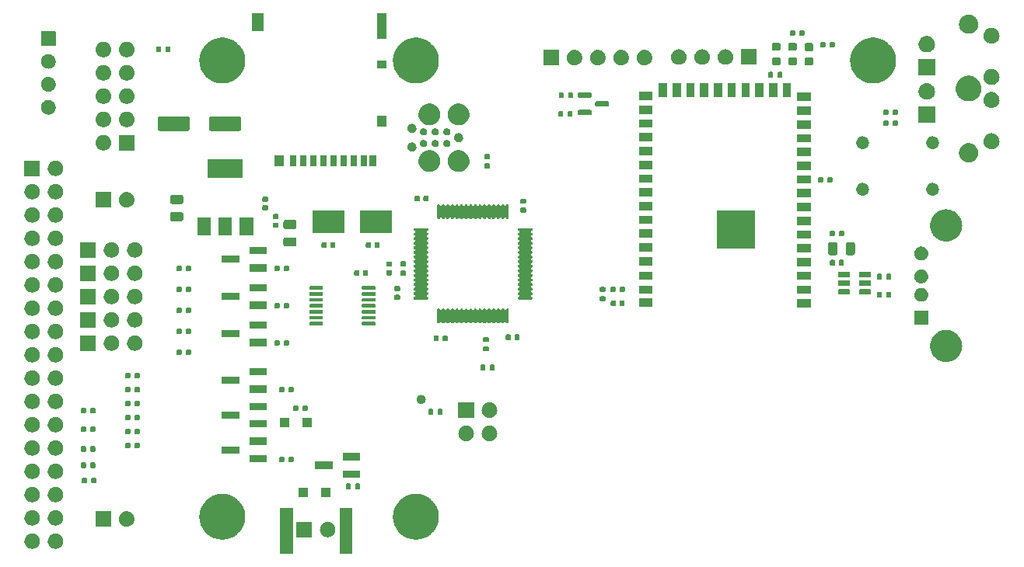
<source format=gbr>
%TF.GenerationSoftware,KiCad,Pcbnew,7.0.7-7.0.7~ubuntu23.04.1*%
%TF.CreationDate,2023-09-24T09:12:25+02:00*%
%TF.ProjectId,SweFlops,53776546-6c6f-4707-932e-6b696361645f,1.03*%
%TF.SameCoordinates,PX6312cb0PY6bcb370*%
%TF.FileFunction,Soldermask,Top*%
%TF.FilePolarity,Negative*%
%FSLAX46Y46*%
G04 Gerber Fmt 4.6, Leading zero omitted, Abs format (unit mm)*
G04 Created by KiCad (PCBNEW 7.0.7-7.0.7~ubuntu23.04.1) date 2023-09-24 09:12:25*
%MOMM*%
%LPD*%
G01*
G04 APERTURE LIST*
G04 APERTURE END LIST*
G36*
X22290000Y-1355000D02*
G01*
X20890000Y-1355000D01*
X20890000Y1505299D01*
X20889999Y3632690D01*
X20890000Y3632696D01*
X20890000Y3645000D01*
X22290000Y3645000D01*
X22290000Y-1355000D01*
G37*
G36*
X28790000Y-1355000D02*
G01*
X27390000Y-1355000D01*
X27390000Y3645000D01*
X28790000Y3645000D01*
X28790000Y-1355000D01*
G37*
G36*
X-6054861Y845344D02*
G01*
X-6007151Y845344D01*
X-5965955Y836588D01*
X-5930294Y833075D01*
X-5885487Y819484D01*
X-5833336Y808398D01*
X-5799970Y793543D01*
X-5770948Y784739D01*
X-5724833Y760090D01*
X-5671000Y736122D01*
X-5645969Y717936D01*
X-5624103Y706248D01*
X-5579503Y669645D01*
X-5527239Y631673D01*
X-5510269Y612826D01*
X-5495388Y600613D01*
X-5455392Y551878D01*
X-5408336Y499617D01*
X-5398453Y482498D01*
X-5389753Y471898D01*
X-5357573Y411693D01*
X-5319486Y345726D01*
X-5315106Y332243D01*
X-5311262Y325053D01*
X-5290074Y255204D01*
X-5264575Y176725D01*
X-5263678Y168184D01*
X-5262926Y165707D01*
X-5255615Y91471D01*
X-5246000Y0D01*
X-5255617Y-91491D01*
X-5262926Y-165706D01*
X-5263678Y-168182D01*
X-5264575Y-176725D01*
X-5290079Y-255217D01*
X-5311262Y-325052D01*
X-5315105Y-332240D01*
X-5319486Y-345726D01*
X-5357580Y-411704D01*
X-5389753Y-471897D01*
X-5398451Y-482494D01*
X-5408336Y-499617D01*
X-5455401Y-551888D01*
X-5495388Y-600612D01*
X-5510266Y-612821D01*
X-5527239Y-631673D01*
X-5579514Y-669652D01*
X-5624103Y-706247D01*
X-5645964Y-717931D01*
X-5671000Y-736122D01*
X-5724845Y-760094D01*
X-5770948Y-784738D01*
X-5799963Y-793539D01*
X-5833336Y-808398D01*
X-5885498Y-819485D01*
X-5930294Y-833074D01*
X-5965946Y-836585D01*
X-6007151Y-845344D01*
X-6054871Y-845344D01*
X-6096001Y-849395D01*
X-6137131Y-845344D01*
X-6184849Y-845344D01*
X-6226054Y-836585D01*
X-6261707Y-833074D01*
X-6306507Y-819484D01*
X-6358664Y-808398D01*
X-6392036Y-793540D01*
X-6421053Y-784738D01*
X-6467162Y-760092D01*
X-6521000Y-736122D01*
X-6546034Y-717933D01*
X-6567898Y-706247D01*
X-6612496Y-669646D01*
X-6664761Y-631673D01*
X-6681733Y-612824D01*
X-6696613Y-600612D01*
X-6736611Y-551875D01*
X-6783664Y-499617D01*
X-6793548Y-482498D01*
X-6802248Y-471897D01*
X-6834435Y-411681D01*
X-6872514Y-345726D01*
X-6876895Y-332245D01*
X-6880739Y-325052D01*
X-6901937Y-255171D01*
X-6927425Y-176725D01*
X-6928323Y-168187D01*
X-6929075Y-165706D01*
X-6936400Y-91340D01*
X-6946000Y0D01*
X-6936402Y91320D01*
X-6929075Y165707D01*
X-6928323Y168189D01*
X-6927425Y176725D01*
X-6901942Y255158D01*
X-6880739Y325053D01*
X-6876894Y332248D01*
X-6872514Y345726D01*
X-6834442Y411670D01*
X-6802248Y471898D01*
X-6793546Y482502D01*
X-6783664Y499617D01*
X-6736620Y551866D01*
X-6696613Y600613D01*
X-6681729Y612829D01*
X-6664761Y631673D01*
X-6612507Y669639D01*
X-6567898Y706248D01*
X-6546029Y717938D01*
X-6521000Y736122D01*
X-6467174Y760088D01*
X-6421053Y784739D01*
X-6392029Y793544D01*
X-6358664Y808398D01*
X-6306518Y819483D01*
X-6261707Y833075D01*
X-6226045Y836588D01*
X-6184849Y845344D01*
X-6137141Y845344D01*
X-6096001Y849396D01*
X-6054861Y845344D01*
G37*
G36*
X-3514860Y845344D02*
G01*
X-3467151Y845344D01*
X-3425955Y836588D01*
X-3390294Y833075D01*
X-3345487Y819484D01*
X-3293336Y808398D01*
X-3259970Y793543D01*
X-3230948Y784739D01*
X-3184833Y760090D01*
X-3131000Y736122D01*
X-3105969Y717936D01*
X-3084103Y706248D01*
X-3039503Y669645D01*
X-2987239Y631673D01*
X-2970269Y612826D01*
X-2955388Y600613D01*
X-2915392Y551878D01*
X-2868336Y499617D01*
X-2858453Y482498D01*
X-2849753Y471898D01*
X-2817573Y411693D01*
X-2779486Y345726D01*
X-2775106Y332243D01*
X-2771262Y325053D01*
X-2750074Y255204D01*
X-2724575Y176725D01*
X-2723678Y168184D01*
X-2722926Y165707D01*
X-2715615Y91478D01*
X-2706000Y0D01*
X-2715616Y-91485D01*
X-2722926Y-165706D01*
X-2723678Y-168182D01*
X-2724575Y-176725D01*
X-2750079Y-255217D01*
X-2771262Y-325052D01*
X-2775105Y-332240D01*
X-2779486Y-345726D01*
X-2817580Y-411704D01*
X-2849753Y-471897D01*
X-2858451Y-482494D01*
X-2868336Y-499617D01*
X-2915401Y-551888D01*
X-2955388Y-600612D01*
X-2970266Y-612821D01*
X-2987239Y-631673D01*
X-3039514Y-669652D01*
X-3084103Y-706247D01*
X-3105964Y-717931D01*
X-3131000Y-736122D01*
X-3184845Y-760094D01*
X-3230948Y-784738D01*
X-3259963Y-793539D01*
X-3293336Y-808398D01*
X-3345498Y-819485D01*
X-3390294Y-833074D01*
X-3425947Y-836585D01*
X-3467151Y-845344D01*
X-3514870Y-845344D01*
X-3556000Y-849395D01*
X-3597130Y-845344D01*
X-3644849Y-845344D01*
X-3686054Y-836585D01*
X-3721707Y-833074D01*
X-3766507Y-819484D01*
X-3818664Y-808398D01*
X-3852036Y-793540D01*
X-3881053Y-784738D01*
X-3927162Y-760092D01*
X-3981000Y-736122D01*
X-4006034Y-717933D01*
X-4027898Y-706247D01*
X-4072496Y-669646D01*
X-4124761Y-631673D01*
X-4141733Y-612824D01*
X-4156613Y-600612D01*
X-4196611Y-551875D01*
X-4243664Y-499617D01*
X-4253548Y-482498D01*
X-4262248Y-471897D01*
X-4294435Y-411681D01*
X-4332514Y-345726D01*
X-4336895Y-332245D01*
X-4340739Y-325052D01*
X-4361937Y-255171D01*
X-4387425Y-176725D01*
X-4388323Y-168187D01*
X-4389075Y-165706D01*
X-4396401Y-91334D01*
X-4406000Y0D01*
X-4396402Y91326D01*
X-4389075Y165707D01*
X-4388323Y168189D01*
X-4387425Y176725D01*
X-4361942Y255158D01*
X-4340739Y325053D01*
X-4336894Y332248D01*
X-4332514Y345726D01*
X-4294442Y411670D01*
X-4262248Y471898D01*
X-4253546Y482502D01*
X-4243664Y499617D01*
X-4196620Y551866D01*
X-4156613Y600613D01*
X-4141729Y612829D01*
X-4124761Y631673D01*
X-4072507Y669639D01*
X-4027898Y706248D01*
X-4006029Y717938D01*
X-3981000Y736122D01*
X-3927174Y760088D01*
X-3881053Y784739D01*
X-3852029Y793544D01*
X-3818664Y808398D01*
X-3766518Y819483D01*
X-3721707Y833075D01*
X-3686045Y836588D01*
X-3644849Y845344D01*
X-3597140Y845344D01*
X-3556000Y849396D01*
X-3514860Y845344D01*
G37*
G36*
X14682784Y5162067D02*
G01*
X14761976Y5162067D01*
X14834726Y5152877D01*
X14906318Y5148546D01*
X14989121Y5133372D01*
X15073453Y5122718D01*
X15138770Y5105948D01*
X15203233Y5094134D01*
X15289605Y5067220D01*
X15377542Y5044641D01*
X15434753Y5021990D01*
X15491425Y5004330D01*
X15579682Y4964609D01*
X15669448Y4929068D01*
X15718197Y4902268D01*
X15766701Y4880438D01*
X15854993Y4827064D01*
X15944567Y4777820D01*
X15984768Y4748613D01*
X16025035Y4724270D01*
X16111376Y4656626D01*
X16198560Y4593283D01*
X16230443Y4563343D01*
X16262649Y4538111D01*
X16344882Y4455878D01*
X16427422Y4378368D01*
X16451512Y4349248D01*
X16476110Y4324650D01*
X16552082Y4227679D01*
X16627542Y4136463D01*
X16644584Y4109610D01*
X16662269Y4087036D01*
X16729735Y3975433D01*
X16795767Y3871384D01*
X16806769Y3848003D01*
X16818437Y3828702D01*
X16875206Y3702567D01*
X16929441Y3587311D01*
X16935574Y3568434D01*
X16942329Y3553426D01*
X16986298Y3412324D01*
X17026458Y3288725D01*
X17029054Y3275113D01*
X17032133Y3265234D01*
X17061293Y3106111D01*
X17085287Y2980333D01*
X17085780Y2972492D01*
X17086545Y2968319D01*
X17099062Y2761375D01*
X17105000Y2667000D01*
X17099062Y2572618D01*
X17086545Y2365682D01*
X17085780Y2361510D01*
X17085287Y2353667D01*
X17061289Y2227866D01*
X17032133Y2068767D01*
X17029055Y2058890D01*
X17026458Y2045275D01*
X16986290Y1921653D01*
X16942329Y1780575D01*
X16935576Y1765571D01*
X16929441Y1746689D01*
X16875195Y1631412D01*
X16818437Y1505299D01*
X16806771Y1486002D01*
X16795767Y1462616D01*
X16729722Y1358548D01*
X16662269Y1246965D01*
X16644587Y1224397D01*
X16627542Y1197537D01*
X16552067Y1106304D01*
X16476110Y1009351D01*
X16451516Y984758D01*
X16427422Y955632D01*
X16344866Y878108D01*
X16262649Y795890D01*
X16230450Y770664D01*
X16198560Y740717D01*
X16111359Y677362D01*
X16025035Y609731D01*
X15984776Y585394D01*
X15944567Y556180D01*
X15854974Y506927D01*
X15766701Y453563D01*
X15718207Y431738D01*
X15669448Y404932D01*
X15579663Y369385D01*
X15491425Y329671D01*
X15434765Y312016D01*
X15377542Y289359D01*
X15289587Y266777D01*
X15203233Y239867D01*
X15138784Y228057D01*
X15073453Y211282D01*
X14989103Y200627D01*
X14906318Y185455D01*
X14834741Y181126D01*
X14761976Y171933D01*
X14682767Y171933D01*
X14604999Y167229D01*
X14527231Y171933D01*
X14448024Y171933D01*
X14375259Y181126D01*
X14303681Y185455D01*
X14220893Y200627D01*
X14136547Y211282D01*
X14071218Y228056D01*
X14006766Y239867D01*
X13920407Y266778D01*
X13832458Y289359D01*
X13775238Y312014D01*
X13718574Y329671D01*
X13630328Y369388D01*
X13540552Y404932D01*
X13491796Y431736D01*
X13443298Y453563D01*
X13355014Y506933D01*
X13265433Y556180D01*
X13225228Y585391D01*
X13184964Y609731D01*
X13098626Y677372D01*
X13011440Y740717D01*
X12979554Y770660D01*
X12947350Y795890D01*
X12865117Y878123D01*
X12782578Y955632D01*
X12758487Y984753D01*
X12733889Y1009351D01*
X12657913Y1106327D01*
X12582458Y1197537D01*
X12565416Y1224390D01*
X12547730Y1246965D01*
X12480256Y1358581D01*
X12414233Y1462616D01*
X12403232Y1485995D01*
X12391562Y1505299D01*
X12334781Y1631461D01*
X12280559Y1746689D01*
X12274426Y1765563D01*
X12267670Y1780575D01*
X12223685Y1921728D01*
X12183542Y2045275D01*
X12180946Y2058882D01*
X12177866Y2068767D01*
X12148685Y2227999D01*
X12124713Y2353667D01*
X12124220Y2361502D01*
X12123454Y2365682D01*
X12110913Y2573013D01*
X12105000Y2667000D01*
X12110910Y2760946D01*
X12123454Y2968319D01*
X12124220Y2972500D01*
X12124713Y2980333D01*
X12148680Y3105977D01*
X12177866Y3265234D01*
X12180946Y3275121D01*
X12183542Y3288725D01*
X12223677Y3412249D01*
X12267670Y3553426D01*
X12274427Y3568442D01*
X12280559Y3587311D01*
X12334770Y3702518D01*
X12391562Y3828702D01*
X12403234Y3848011D01*
X12414233Y3871384D01*
X12480243Y3975400D01*
X12547730Y4087036D01*
X12565420Y4109616D01*
X12582458Y4136463D01*
X12657898Y4227656D01*
X12733889Y4324650D01*
X12758492Y4349254D01*
X12782578Y4378368D01*
X12865100Y4455862D01*
X12947350Y4538111D01*
X12979561Y4563347D01*
X13011440Y4593283D01*
X13098609Y4656616D01*
X13184964Y4724270D01*
X13225236Y4748616D01*
X13265433Y4777820D01*
X13354995Y4827058D01*
X13443298Y4880438D01*
X13491806Y4902271D01*
X13540552Y4929068D01*
X13630309Y4964606D01*
X13718574Y5004330D01*
X13775250Y5021991D01*
X13832458Y5044641D01*
X13920388Y5067218D01*
X14006766Y5094134D01*
X14071231Y5105948D01*
X14136547Y5122718D01*
X14220875Y5133372D01*
X14303681Y5148546D01*
X14375274Y5152877D01*
X14448024Y5162067D01*
X14527214Y5162067D01*
X14604999Y5166772D01*
X14682784Y5162067D01*
G37*
G36*
X35764785Y5162067D02*
G01*
X35843976Y5162067D01*
X35916726Y5152877D01*
X35988318Y5148546D01*
X36071121Y5133372D01*
X36155453Y5122718D01*
X36220770Y5105948D01*
X36285233Y5094134D01*
X36371605Y5067220D01*
X36459542Y5044641D01*
X36516753Y5021990D01*
X36573425Y5004330D01*
X36661682Y4964609D01*
X36751448Y4929068D01*
X36800197Y4902268D01*
X36848701Y4880438D01*
X36936993Y4827064D01*
X37026567Y4777820D01*
X37066768Y4748613D01*
X37107035Y4724270D01*
X37193376Y4656626D01*
X37280560Y4593283D01*
X37312443Y4563343D01*
X37344649Y4538111D01*
X37426882Y4455878D01*
X37509422Y4378368D01*
X37533512Y4349248D01*
X37558110Y4324650D01*
X37634082Y4227679D01*
X37709542Y4136463D01*
X37726584Y4109610D01*
X37744269Y4087036D01*
X37811735Y3975433D01*
X37877767Y3871384D01*
X37888769Y3848003D01*
X37900437Y3828702D01*
X37957206Y3702567D01*
X38011441Y3587311D01*
X38017574Y3568434D01*
X38024329Y3553426D01*
X38068298Y3412324D01*
X38108458Y3288725D01*
X38111054Y3275113D01*
X38114133Y3265234D01*
X38143293Y3106111D01*
X38167287Y2980333D01*
X38167780Y2972492D01*
X38168545Y2968319D01*
X38181062Y2761375D01*
X38187000Y2667000D01*
X38181062Y2572618D01*
X38168545Y2365682D01*
X38167780Y2361510D01*
X38167287Y2353667D01*
X38143289Y2227866D01*
X38114133Y2068767D01*
X38111055Y2058890D01*
X38108458Y2045275D01*
X38068290Y1921653D01*
X38024329Y1780575D01*
X38017576Y1765571D01*
X38011441Y1746689D01*
X37957195Y1631412D01*
X37900437Y1505299D01*
X37888771Y1486002D01*
X37877767Y1462616D01*
X37811722Y1358548D01*
X37744269Y1246965D01*
X37726587Y1224397D01*
X37709542Y1197537D01*
X37634067Y1106304D01*
X37558110Y1009351D01*
X37533516Y984758D01*
X37509422Y955632D01*
X37426866Y878108D01*
X37344649Y795890D01*
X37312450Y770664D01*
X37280560Y740717D01*
X37193359Y677362D01*
X37107035Y609731D01*
X37066776Y585394D01*
X37026567Y556180D01*
X36936974Y506927D01*
X36848701Y453563D01*
X36800207Y431738D01*
X36751448Y404932D01*
X36661663Y369385D01*
X36573425Y329671D01*
X36516765Y312016D01*
X36459542Y289359D01*
X36371587Y266777D01*
X36285233Y239867D01*
X36220784Y228057D01*
X36155453Y211282D01*
X36071103Y200627D01*
X35988318Y185455D01*
X35916741Y181126D01*
X35843976Y171933D01*
X35764768Y171933D01*
X35687000Y167229D01*
X35609232Y171933D01*
X35530024Y171933D01*
X35457258Y181126D01*
X35385681Y185455D01*
X35302893Y200627D01*
X35218547Y211282D01*
X35153218Y228056D01*
X35088766Y239867D01*
X35002407Y266778D01*
X34914458Y289359D01*
X34857238Y312014D01*
X34800574Y329671D01*
X34712328Y369388D01*
X34622552Y404932D01*
X34573796Y431736D01*
X34525298Y453563D01*
X34437014Y506933D01*
X34347433Y556180D01*
X34307228Y585391D01*
X34266964Y609731D01*
X34180626Y677372D01*
X34093440Y740717D01*
X34061554Y770660D01*
X34029350Y795890D01*
X33947117Y878123D01*
X33864578Y955632D01*
X33840487Y984753D01*
X33815889Y1009351D01*
X33739913Y1106327D01*
X33664458Y1197537D01*
X33647416Y1224390D01*
X33629730Y1246965D01*
X33562256Y1358581D01*
X33496233Y1462616D01*
X33485232Y1485995D01*
X33473562Y1505299D01*
X33416781Y1631461D01*
X33362559Y1746689D01*
X33356426Y1765563D01*
X33349670Y1780575D01*
X33305685Y1921728D01*
X33265542Y2045275D01*
X33262946Y2058882D01*
X33259866Y2068767D01*
X33230685Y2227999D01*
X33206713Y2353667D01*
X33206220Y2361502D01*
X33205454Y2365682D01*
X33192912Y2573030D01*
X33187000Y2667000D01*
X33192911Y2760963D01*
X33205454Y2968319D01*
X33206220Y2972500D01*
X33206713Y2980333D01*
X33230680Y3105977D01*
X33259866Y3265234D01*
X33262946Y3275121D01*
X33265542Y3288725D01*
X33305677Y3412249D01*
X33349670Y3553426D01*
X33356427Y3568442D01*
X33362559Y3587311D01*
X33416770Y3702518D01*
X33473562Y3828702D01*
X33485234Y3848011D01*
X33496233Y3871384D01*
X33562243Y3975400D01*
X33629730Y4087036D01*
X33647420Y4109616D01*
X33664458Y4136463D01*
X33739898Y4227656D01*
X33815889Y4324650D01*
X33840492Y4349254D01*
X33864578Y4378368D01*
X33947100Y4455862D01*
X34029350Y4538111D01*
X34061561Y4563347D01*
X34093440Y4593283D01*
X34180609Y4656616D01*
X34266964Y4724270D01*
X34307236Y4748616D01*
X34347433Y4777820D01*
X34436995Y4827058D01*
X34525298Y4880438D01*
X34573806Y4902271D01*
X34622552Y4929068D01*
X34712309Y4964606D01*
X34800574Y5004330D01*
X34857250Y5021991D01*
X34914458Y5044641D01*
X35002388Y5067218D01*
X35088766Y5094134D01*
X35153231Y5105948D01*
X35218547Y5122718D01*
X35302875Y5133372D01*
X35385681Y5148546D01*
X35457274Y5152877D01*
X35530024Y5162067D01*
X35609215Y5162067D01*
X35687000Y5166772D01*
X35764785Y5162067D01*
G37*
G36*
X24390000Y420000D02*
G01*
X22690000Y420000D01*
X22690000Y2120000D01*
X24390000Y2120000D01*
X24390000Y420000D01*
G37*
G36*
X26121139Y2115344D02*
G01*
X26168849Y2115344D01*
X26210045Y2106588D01*
X26245706Y2103075D01*
X26290513Y2089484D01*
X26342664Y2078398D01*
X26376030Y2063543D01*
X26405052Y2054739D01*
X26451167Y2030090D01*
X26505000Y2006122D01*
X26530031Y1987936D01*
X26551897Y1976248D01*
X26596497Y1939645D01*
X26648761Y1901673D01*
X26665731Y1882826D01*
X26680612Y1870613D01*
X26720608Y1821878D01*
X26767664Y1769617D01*
X26777547Y1752498D01*
X26786247Y1741898D01*
X26818427Y1681693D01*
X26856514Y1615726D01*
X26860894Y1602243D01*
X26864738Y1595053D01*
X26885926Y1525204D01*
X26911425Y1446725D01*
X26912322Y1438184D01*
X26913074Y1435707D01*
X26920385Y1361478D01*
X26930000Y1270000D01*
X26920384Y1178515D01*
X26913074Y1104294D01*
X26912322Y1101818D01*
X26911425Y1093275D01*
X26885921Y1014783D01*
X26864738Y944948D01*
X26860895Y937760D01*
X26856514Y924274D01*
X26818420Y858296D01*
X26786247Y798103D01*
X26777549Y787506D01*
X26767664Y770383D01*
X26720599Y718112D01*
X26680612Y669388D01*
X26665734Y657179D01*
X26648761Y638327D01*
X26596486Y600348D01*
X26551897Y563753D01*
X26530036Y552069D01*
X26505000Y533878D01*
X26451155Y509906D01*
X26405052Y485262D01*
X26376037Y476461D01*
X26342664Y461602D01*
X26290502Y450515D01*
X26245706Y436926D01*
X26210054Y433415D01*
X26168849Y424656D01*
X26121129Y424656D01*
X26079999Y420605D01*
X26038869Y424656D01*
X25991151Y424656D01*
X25949946Y433415D01*
X25914293Y436926D01*
X25869493Y450516D01*
X25817336Y461602D01*
X25783964Y476460D01*
X25754947Y485262D01*
X25708838Y509908D01*
X25655000Y533878D01*
X25629966Y552067D01*
X25608102Y563753D01*
X25563504Y600354D01*
X25511239Y638327D01*
X25494267Y657176D01*
X25479387Y669388D01*
X25439389Y718125D01*
X25392336Y770383D01*
X25382452Y787502D01*
X25373752Y798103D01*
X25341565Y858319D01*
X25303486Y924274D01*
X25299105Y937755D01*
X25295261Y944948D01*
X25274063Y1014829D01*
X25248575Y1093275D01*
X25247677Y1101813D01*
X25246925Y1104294D01*
X25239599Y1178666D01*
X25230000Y1270000D01*
X25239598Y1361326D01*
X25246925Y1435707D01*
X25247677Y1438189D01*
X25248575Y1446725D01*
X25274058Y1525158D01*
X25295261Y1595053D01*
X25299106Y1602248D01*
X25303486Y1615726D01*
X25341558Y1681670D01*
X25373752Y1741898D01*
X25382454Y1752502D01*
X25392336Y1769617D01*
X25439380Y1821866D01*
X25479387Y1870613D01*
X25494271Y1882829D01*
X25511239Y1901673D01*
X25563493Y1939639D01*
X25608102Y1976248D01*
X25629971Y1987938D01*
X25655000Y2006122D01*
X25708826Y2030088D01*
X25754947Y2054739D01*
X25783971Y2063544D01*
X25817336Y2078398D01*
X25869482Y2089483D01*
X25914293Y2103075D01*
X25949955Y2106588D01*
X25991151Y2115344D01*
X26038859Y2115344D01*
X26079999Y2119396D01*
X26121139Y2115344D01*
G37*
G36*
X2501000Y1563000D02*
G01*
X801000Y1563000D01*
X801000Y3263000D01*
X2501000Y3263000D01*
X2501000Y1563000D01*
G37*
G36*
X4232140Y3258344D02*
G01*
X4279849Y3258344D01*
X4321045Y3249588D01*
X4356706Y3246075D01*
X4401513Y3232484D01*
X4453664Y3221398D01*
X4487030Y3206543D01*
X4516052Y3197739D01*
X4562167Y3173090D01*
X4616000Y3149122D01*
X4641031Y3130936D01*
X4662897Y3119248D01*
X4707497Y3082645D01*
X4759761Y3044673D01*
X4776731Y3025826D01*
X4791612Y3013613D01*
X4831608Y2964878D01*
X4878664Y2912617D01*
X4888547Y2895498D01*
X4897247Y2884898D01*
X4929427Y2824693D01*
X4967514Y2758726D01*
X4971894Y2745243D01*
X4975738Y2738053D01*
X4996926Y2668204D01*
X5022425Y2589725D01*
X5023322Y2581184D01*
X5024074Y2578707D01*
X5031385Y2504478D01*
X5041000Y2413000D01*
X5031384Y2321515D01*
X5024074Y2247294D01*
X5023322Y2244818D01*
X5022425Y2236275D01*
X4996921Y2157783D01*
X4975738Y2087948D01*
X4971895Y2080760D01*
X4967514Y2067274D01*
X4929420Y2001296D01*
X4897247Y1941103D01*
X4888549Y1930506D01*
X4878664Y1913383D01*
X4831599Y1861112D01*
X4791612Y1812388D01*
X4776734Y1800179D01*
X4759761Y1781327D01*
X4707486Y1743348D01*
X4662897Y1706753D01*
X4641036Y1695069D01*
X4616000Y1676878D01*
X4562155Y1652906D01*
X4516052Y1628262D01*
X4487037Y1619461D01*
X4453664Y1604602D01*
X4401502Y1593515D01*
X4356706Y1579926D01*
X4321053Y1576415D01*
X4279849Y1567656D01*
X4232130Y1567656D01*
X4191000Y1563605D01*
X4149870Y1567656D01*
X4102151Y1567656D01*
X4060946Y1576415D01*
X4025293Y1579926D01*
X3980493Y1593516D01*
X3928336Y1604602D01*
X3894964Y1619460D01*
X3865947Y1628262D01*
X3819838Y1652908D01*
X3766000Y1676878D01*
X3740966Y1695067D01*
X3719102Y1706753D01*
X3674504Y1743354D01*
X3622239Y1781327D01*
X3605267Y1800176D01*
X3590387Y1812388D01*
X3550389Y1861125D01*
X3503336Y1913383D01*
X3493452Y1930502D01*
X3484752Y1941103D01*
X3452565Y2001319D01*
X3414486Y2067274D01*
X3410105Y2080755D01*
X3406261Y2087948D01*
X3385063Y2157829D01*
X3359575Y2236275D01*
X3358677Y2244813D01*
X3357925Y2247294D01*
X3350599Y2321666D01*
X3341000Y2413000D01*
X3350598Y2504326D01*
X3357925Y2578707D01*
X3358677Y2581189D01*
X3359575Y2589725D01*
X3385058Y2668158D01*
X3406261Y2738053D01*
X3410106Y2745248D01*
X3414486Y2758726D01*
X3452558Y2824670D01*
X3484752Y2884898D01*
X3493454Y2895502D01*
X3503336Y2912617D01*
X3550380Y2964866D01*
X3590387Y3013613D01*
X3605271Y3025829D01*
X3622239Y3044673D01*
X3674493Y3082639D01*
X3719102Y3119248D01*
X3740971Y3130938D01*
X3766000Y3149122D01*
X3819826Y3173088D01*
X3865947Y3197739D01*
X3894971Y3206544D01*
X3928336Y3221398D01*
X3980482Y3232483D01*
X4025293Y3246075D01*
X4060955Y3249588D01*
X4102151Y3258344D01*
X4149860Y3258344D01*
X4191000Y3262396D01*
X4232140Y3258344D01*
G37*
G36*
X-6054860Y3385344D02*
G01*
X-6007151Y3385344D01*
X-5965955Y3376588D01*
X-5930294Y3373075D01*
X-5885487Y3359484D01*
X-5833336Y3348398D01*
X-5799970Y3333543D01*
X-5770948Y3324739D01*
X-5724833Y3300090D01*
X-5671000Y3276122D01*
X-5645969Y3257936D01*
X-5624103Y3246248D01*
X-5579503Y3209645D01*
X-5527239Y3171673D01*
X-5510269Y3152826D01*
X-5495388Y3140613D01*
X-5455392Y3091878D01*
X-5408336Y3039617D01*
X-5398453Y3022498D01*
X-5389753Y3011898D01*
X-5357573Y2951693D01*
X-5319486Y2885726D01*
X-5315106Y2872243D01*
X-5311262Y2865053D01*
X-5290074Y2795204D01*
X-5264575Y2716725D01*
X-5263678Y2708184D01*
X-5262926Y2705707D01*
X-5255615Y2631478D01*
X-5246000Y2540000D01*
X-5255616Y2448515D01*
X-5262926Y2374294D01*
X-5263678Y2371818D01*
X-5264575Y2363275D01*
X-5290079Y2284783D01*
X-5311262Y2214948D01*
X-5315105Y2207760D01*
X-5319486Y2194274D01*
X-5357580Y2128296D01*
X-5389753Y2068103D01*
X-5398451Y2057506D01*
X-5408336Y2040383D01*
X-5455401Y1988112D01*
X-5495388Y1939388D01*
X-5510266Y1927179D01*
X-5527239Y1908327D01*
X-5579514Y1870348D01*
X-5624103Y1833753D01*
X-5645964Y1822069D01*
X-5671000Y1803878D01*
X-5724845Y1779906D01*
X-5770948Y1755262D01*
X-5799963Y1746461D01*
X-5833336Y1731602D01*
X-5885498Y1720515D01*
X-5930294Y1706926D01*
X-5965947Y1703415D01*
X-6007151Y1694656D01*
X-6054870Y1694656D01*
X-6096000Y1690605D01*
X-6137130Y1694656D01*
X-6184849Y1694656D01*
X-6226054Y1703415D01*
X-6261707Y1706926D01*
X-6306507Y1720516D01*
X-6358664Y1731602D01*
X-6392036Y1746460D01*
X-6421053Y1755262D01*
X-6467162Y1779908D01*
X-6521000Y1803878D01*
X-6546034Y1822067D01*
X-6567898Y1833753D01*
X-6612496Y1870354D01*
X-6664761Y1908327D01*
X-6681733Y1927176D01*
X-6696613Y1939388D01*
X-6736611Y1988125D01*
X-6783664Y2040383D01*
X-6793548Y2057502D01*
X-6802248Y2068103D01*
X-6834435Y2128319D01*
X-6872514Y2194274D01*
X-6876895Y2207755D01*
X-6880739Y2214948D01*
X-6901937Y2284829D01*
X-6927425Y2363275D01*
X-6928323Y2371813D01*
X-6929075Y2374294D01*
X-6936401Y2448666D01*
X-6946000Y2540000D01*
X-6936402Y2631326D01*
X-6929075Y2705707D01*
X-6928323Y2708189D01*
X-6927425Y2716725D01*
X-6901942Y2795158D01*
X-6880739Y2865053D01*
X-6876894Y2872248D01*
X-6872514Y2885726D01*
X-6834442Y2951670D01*
X-6802248Y3011898D01*
X-6793546Y3022502D01*
X-6783664Y3039617D01*
X-6736620Y3091866D01*
X-6696613Y3140613D01*
X-6681729Y3152829D01*
X-6664761Y3171673D01*
X-6612507Y3209639D01*
X-6567898Y3246248D01*
X-6546029Y3257938D01*
X-6521000Y3276122D01*
X-6467174Y3300088D01*
X-6421053Y3324739D01*
X-6392029Y3333544D01*
X-6358664Y3348398D01*
X-6306518Y3359483D01*
X-6261707Y3373075D01*
X-6226045Y3376588D01*
X-6184849Y3385344D01*
X-6137140Y3385344D01*
X-6096000Y3389396D01*
X-6054860Y3385344D01*
G37*
G36*
X-3514861Y3385344D02*
G01*
X-3467151Y3385344D01*
X-3425955Y3376588D01*
X-3390294Y3373075D01*
X-3345487Y3359484D01*
X-3293336Y3348398D01*
X-3259970Y3333543D01*
X-3230948Y3324739D01*
X-3184833Y3300090D01*
X-3131000Y3276122D01*
X-3105969Y3257936D01*
X-3084103Y3246248D01*
X-3039503Y3209645D01*
X-2987239Y3171673D01*
X-2970269Y3152826D01*
X-2955388Y3140613D01*
X-2915392Y3091878D01*
X-2868336Y3039617D01*
X-2858453Y3022498D01*
X-2849753Y3011898D01*
X-2817573Y2951693D01*
X-2779486Y2885726D01*
X-2775106Y2872243D01*
X-2771262Y2865053D01*
X-2750074Y2795204D01*
X-2724575Y2716725D01*
X-2723678Y2708184D01*
X-2722926Y2705707D01*
X-2715615Y2631471D01*
X-2706000Y2540000D01*
X-2715617Y2448509D01*
X-2722926Y2374294D01*
X-2723678Y2371818D01*
X-2724575Y2363275D01*
X-2750079Y2284783D01*
X-2771262Y2214948D01*
X-2775105Y2207760D01*
X-2779486Y2194274D01*
X-2817580Y2128296D01*
X-2849753Y2068103D01*
X-2858451Y2057506D01*
X-2868336Y2040383D01*
X-2915401Y1988112D01*
X-2955388Y1939388D01*
X-2970266Y1927179D01*
X-2987239Y1908327D01*
X-3039514Y1870348D01*
X-3084103Y1833753D01*
X-3105964Y1822069D01*
X-3131000Y1803878D01*
X-3184845Y1779906D01*
X-3230948Y1755262D01*
X-3259963Y1746461D01*
X-3293336Y1731602D01*
X-3345498Y1720515D01*
X-3390294Y1706926D01*
X-3425946Y1703415D01*
X-3467151Y1694656D01*
X-3514871Y1694656D01*
X-3556001Y1690605D01*
X-3597131Y1694656D01*
X-3644849Y1694656D01*
X-3686054Y1703415D01*
X-3721707Y1706926D01*
X-3766507Y1720516D01*
X-3818664Y1731602D01*
X-3852036Y1746460D01*
X-3881053Y1755262D01*
X-3927162Y1779908D01*
X-3981000Y1803878D01*
X-4006034Y1822067D01*
X-4027898Y1833753D01*
X-4072496Y1870354D01*
X-4124761Y1908327D01*
X-4141733Y1927176D01*
X-4156613Y1939388D01*
X-4196611Y1988125D01*
X-4243664Y2040383D01*
X-4253548Y2057502D01*
X-4262248Y2068103D01*
X-4294435Y2128319D01*
X-4332514Y2194274D01*
X-4336895Y2207755D01*
X-4340739Y2214948D01*
X-4361937Y2284829D01*
X-4387425Y2363275D01*
X-4388323Y2371813D01*
X-4389075Y2374294D01*
X-4396400Y2448660D01*
X-4406000Y2540000D01*
X-4396402Y2631320D01*
X-4389075Y2705707D01*
X-4388323Y2708189D01*
X-4387425Y2716725D01*
X-4361942Y2795158D01*
X-4340739Y2865053D01*
X-4336894Y2872248D01*
X-4332514Y2885726D01*
X-4294442Y2951670D01*
X-4262248Y3011898D01*
X-4253546Y3022502D01*
X-4243664Y3039617D01*
X-4196620Y3091866D01*
X-4156613Y3140613D01*
X-4141729Y3152829D01*
X-4124761Y3171673D01*
X-4072507Y3209639D01*
X-4027898Y3246248D01*
X-4006029Y3257938D01*
X-3981000Y3276122D01*
X-3927174Y3300088D01*
X-3881053Y3324739D01*
X-3852029Y3333544D01*
X-3818664Y3348398D01*
X-3766518Y3359483D01*
X-3721707Y3373075D01*
X-3686045Y3376588D01*
X-3644849Y3385344D01*
X-3597141Y3385344D01*
X-3556001Y3389396D01*
X-3514861Y3385344D01*
G37*
G36*
X-6054861Y5925344D02*
G01*
X-6007151Y5925344D01*
X-5965955Y5916588D01*
X-5930294Y5913075D01*
X-5885487Y5899484D01*
X-5833336Y5888398D01*
X-5799970Y5873543D01*
X-5770948Y5864739D01*
X-5724833Y5840090D01*
X-5671000Y5816122D01*
X-5645969Y5797936D01*
X-5624103Y5786248D01*
X-5579503Y5749645D01*
X-5527239Y5711673D01*
X-5510269Y5692826D01*
X-5495388Y5680613D01*
X-5455392Y5631878D01*
X-5408336Y5579617D01*
X-5398453Y5562498D01*
X-5389753Y5551898D01*
X-5357573Y5491693D01*
X-5319486Y5425726D01*
X-5315106Y5412243D01*
X-5311262Y5405053D01*
X-5290074Y5335204D01*
X-5264575Y5256725D01*
X-5263678Y5248184D01*
X-5262926Y5245707D01*
X-5255615Y5171471D01*
X-5246000Y5080000D01*
X-5255617Y4988509D01*
X-5262926Y4914294D01*
X-5263678Y4911818D01*
X-5264575Y4903275D01*
X-5290079Y4824783D01*
X-5311262Y4754948D01*
X-5315105Y4747760D01*
X-5319486Y4734274D01*
X-5357580Y4668296D01*
X-5389753Y4608103D01*
X-5398451Y4597506D01*
X-5408336Y4580383D01*
X-5455401Y4528112D01*
X-5495388Y4479388D01*
X-5510266Y4467179D01*
X-5527239Y4448327D01*
X-5579514Y4410348D01*
X-5624103Y4373753D01*
X-5645964Y4362069D01*
X-5671000Y4343878D01*
X-5724845Y4319906D01*
X-5770948Y4295262D01*
X-5799963Y4286461D01*
X-5833336Y4271602D01*
X-5885498Y4260515D01*
X-5930294Y4246926D01*
X-5965946Y4243415D01*
X-6007151Y4234656D01*
X-6054871Y4234656D01*
X-6096001Y4230605D01*
X-6137131Y4234656D01*
X-6184849Y4234656D01*
X-6226054Y4243415D01*
X-6261707Y4246926D01*
X-6306507Y4260516D01*
X-6358664Y4271602D01*
X-6392036Y4286460D01*
X-6421053Y4295262D01*
X-6467162Y4319908D01*
X-6521000Y4343878D01*
X-6546034Y4362067D01*
X-6567898Y4373753D01*
X-6612496Y4410354D01*
X-6664761Y4448327D01*
X-6681733Y4467176D01*
X-6696613Y4479388D01*
X-6736611Y4528125D01*
X-6783664Y4580383D01*
X-6793548Y4597502D01*
X-6802248Y4608103D01*
X-6834435Y4668319D01*
X-6872514Y4734274D01*
X-6876895Y4747755D01*
X-6880739Y4754948D01*
X-6901937Y4824829D01*
X-6927425Y4903275D01*
X-6928323Y4911813D01*
X-6929075Y4914294D01*
X-6936400Y4988660D01*
X-6946000Y5080000D01*
X-6936402Y5171320D01*
X-6929075Y5245707D01*
X-6928323Y5248189D01*
X-6927425Y5256725D01*
X-6901942Y5335158D01*
X-6880739Y5405053D01*
X-6876894Y5412248D01*
X-6872514Y5425726D01*
X-6834442Y5491670D01*
X-6802248Y5551898D01*
X-6793546Y5562502D01*
X-6783664Y5579617D01*
X-6736620Y5631866D01*
X-6696613Y5680613D01*
X-6681729Y5692829D01*
X-6664761Y5711673D01*
X-6612507Y5749639D01*
X-6567898Y5786248D01*
X-6546029Y5797938D01*
X-6521000Y5816122D01*
X-6467174Y5840088D01*
X-6421053Y5864739D01*
X-6392029Y5873544D01*
X-6358664Y5888398D01*
X-6306518Y5899483D01*
X-6261707Y5913075D01*
X-6226045Y5916588D01*
X-6184849Y5925344D01*
X-6137141Y5925344D01*
X-6096001Y5929396D01*
X-6054861Y5925344D01*
G37*
G36*
X-3514860Y5925344D02*
G01*
X-3467151Y5925344D01*
X-3425955Y5916588D01*
X-3390294Y5913075D01*
X-3345487Y5899484D01*
X-3293336Y5888398D01*
X-3259970Y5873543D01*
X-3230948Y5864739D01*
X-3184833Y5840090D01*
X-3131000Y5816122D01*
X-3105969Y5797936D01*
X-3084103Y5786248D01*
X-3039503Y5749645D01*
X-2987239Y5711673D01*
X-2970269Y5692826D01*
X-2955388Y5680613D01*
X-2915392Y5631878D01*
X-2868336Y5579617D01*
X-2858453Y5562498D01*
X-2849753Y5551898D01*
X-2817573Y5491693D01*
X-2779486Y5425726D01*
X-2775106Y5412243D01*
X-2771262Y5405053D01*
X-2750074Y5335204D01*
X-2724575Y5256725D01*
X-2723678Y5248184D01*
X-2722926Y5245707D01*
X-2715615Y5171471D01*
X-2706000Y5080000D01*
X-2715617Y4988509D01*
X-2722926Y4914294D01*
X-2723678Y4911818D01*
X-2724575Y4903275D01*
X-2750079Y4824783D01*
X-2771262Y4754948D01*
X-2775105Y4747760D01*
X-2779486Y4734274D01*
X-2817580Y4668296D01*
X-2849753Y4608103D01*
X-2858451Y4597506D01*
X-2868336Y4580383D01*
X-2915401Y4528112D01*
X-2955388Y4479388D01*
X-2970266Y4467179D01*
X-2987239Y4448327D01*
X-3039514Y4410348D01*
X-3084103Y4373753D01*
X-3105964Y4362069D01*
X-3131000Y4343878D01*
X-3184845Y4319906D01*
X-3230948Y4295262D01*
X-3259963Y4286461D01*
X-3293336Y4271602D01*
X-3345498Y4260515D01*
X-3390294Y4246926D01*
X-3425947Y4243415D01*
X-3467151Y4234656D01*
X-3514870Y4234656D01*
X-3556000Y4230605D01*
X-3597130Y4234656D01*
X-3644849Y4234656D01*
X-3686054Y4243415D01*
X-3721707Y4246926D01*
X-3766507Y4260516D01*
X-3818664Y4271602D01*
X-3852036Y4286460D01*
X-3881053Y4295262D01*
X-3927162Y4319908D01*
X-3981000Y4343878D01*
X-4006034Y4362067D01*
X-4027898Y4373753D01*
X-4072496Y4410354D01*
X-4124761Y4448327D01*
X-4141733Y4467176D01*
X-4156613Y4479388D01*
X-4196611Y4528125D01*
X-4243664Y4580383D01*
X-4253548Y4597502D01*
X-4262248Y4608103D01*
X-4294435Y4668319D01*
X-4332514Y4734274D01*
X-4336895Y4747755D01*
X-4340739Y4754948D01*
X-4361937Y4824829D01*
X-4387425Y4903275D01*
X-4388323Y4911813D01*
X-4389075Y4914294D01*
X-4396400Y4988660D01*
X-4406000Y5080000D01*
X-4396402Y5171320D01*
X-4389075Y5245707D01*
X-4388323Y5248189D01*
X-4387425Y5256725D01*
X-4361942Y5335158D01*
X-4340739Y5405053D01*
X-4336894Y5412248D01*
X-4332514Y5425726D01*
X-4294442Y5491670D01*
X-4262248Y5551898D01*
X-4253546Y5562502D01*
X-4243664Y5579617D01*
X-4196620Y5631866D01*
X-4156613Y5680613D01*
X-4141729Y5692829D01*
X-4124761Y5711673D01*
X-4072507Y5749639D01*
X-4027898Y5786248D01*
X-4006029Y5797938D01*
X-3981000Y5816122D01*
X-3927174Y5840088D01*
X-3881053Y5864739D01*
X-3852029Y5873544D01*
X-3818664Y5888398D01*
X-3766518Y5899483D01*
X-3721707Y5913075D01*
X-3686045Y5916588D01*
X-3644849Y5925344D01*
X-3597140Y5925344D01*
X-3556000Y5929396D01*
X-3514860Y5925344D01*
G37*
G36*
X23888000Y4834000D02*
G01*
X22888000Y4834000D01*
X22888000Y5834000D01*
X23888000Y5834000D01*
X23888000Y4834000D01*
G37*
G36*
X26388000Y4834000D02*
G01*
X25388000Y4834000D01*
X25388000Y5834000D01*
X26388000Y5834000D01*
X26388000Y4834000D01*
G37*
G36*
X28505662Y6278724D02*
G01*
X28549459Y6249459D01*
X28578724Y6205662D01*
X28589000Y6154000D01*
X28589000Y5784000D01*
X28578724Y5732338D01*
X28549459Y5688541D01*
X28505662Y5659276D01*
X28454000Y5649000D01*
X28184000Y5649000D01*
X28132338Y5659276D01*
X28088541Y5688541D01*
X28059276Y5732338D01*
X28049000Y5784000D01*
X28049000Y6154000D01*
X28059276Y6205662D01*
X28088541Y6249459D01*
X28132338Y6278724D01*
X28184000Y6289000D01*
X28454000Y6289000D01*
X28505662Y6278724D01*
G37*
G36*
X29525662Y6278724D02*
G01*
X29569459Y6249459D01*
X29598724Y6205662D01*
X29609000Y6154000D01*
X29609000Y5784000D01*
X29598724Y5732338D01*
X29569459Y5688541D01*
X29525662Y5659276D01*
X29474000Y5649000D01*
X29204000Y5649000D01*
X29152338Y5659276D01*
X29108541Y5688541D01*
X29079276Y5732338D01*
X29069000Y5784000D01*
X29069000Y6154000D01*
X29079276Y6205662D01*
X29108541Y6249459D01*
X29152338Y6278724D01*
X29204000Y6289000D01*
X29474000Y6289000D01*
X29525662Y6278724D01*
G37*
G36*
X-223738Y6913724D02*
G01*
X-179941Y6884459D01*
X-150676Y6840662D01*
X-140400Y6789000D01*
X-140400Y6419000D01*
X-150676Y6367338D01*
X-179941Y6323541D01*
X-223738Y6294276D01*
X-275400Y6284000D01*
X-545400Y6284000D01*
X-597062Y6294276D01*
X-640859Y6323541D01*
X-670124Y6367338D01*
X-680400Y6419000D01*
X-680400Y6789000D01*
X-670124Y6840662D01*
X-640859Y6884459D01*
X-597062Y6913724D01*
X-545400Y6924000D01*
X-275400Y6924000D01*
X-223738Y6913724D01*
G37*
G36*
X796262Y6913724D02*
G01*
X840059Y6884459D01*
X869324Y6840662D01*
X879600Y6789000D01*
X879600Y6419000D01*
X869324Y6367338D01*
X840059Y6323541D01*
X796262Y6294276D01*
X744600Y6284000D01*
X474600Y6284000D01*
X422938Y6294276D01*
X379141Y6323541D01*
X349876Y6367338D01*
X339600Y6419000D01*
X339600Y6789000D01*
X349876Y6840662D01*
X379141Y6884459D01*
X422938Y6913724D01*
X474600Y6924000D01*
X744600Y6924000D01*
X796262Y6913724D01*
G37*
G36*
X-6054861Y8465344D02*
G01*
X-6007151Y8465344D01*
X-5965955Y8456588D01*
X-5930294Y8453075D01*
X-5885487Y8439484D01*
X-5833336Y8428398D01*
X-5799970Y8413543D01*
X-5770948Y8404739D01*
X-5724833Y8380090D01*
X-5671000Y8356122D01*
X-5645969Y8337936D01*
X-5624103Y8326248D01*
X-5579503Y8289645D01*
X-5527239Y8251673D01*
X-5510269Y8232826D01*
X-5495388Y8220613D01*
X-5455392Y8171878D01*
X-5408336Y8119617D01*
X-5398453Y8102498D01*
X-5389753Y8091898D01*
X-5357573Y8031693D01*
X-5319486Y7965726D01*
X-5315106Y7952243D01*
X-5311262Y7945053D01*
X-5290074Y7875204D01*
X-5264575Y7796725D01*
X-5263678Y7788184D01*
X-5262926Y7785707D01*
X-5255615Y7711478D01*
X-5246000Y7620000D01*
X-5255616Y7528515D01*
X-5262926Y7454294D01*
X-5263678Y7451818D01*
X-5264575Y7443275D01*
X-5290079Y7364783D01*
X-5311262Y7294948D01*
X-5315105Y7287760D01*
X-5319486Y7274274D01*
X-5357580Y7208296D01*
X-5389753Y7148103D01*
X-5398451Y7137506D01*
X-5408336Y7120383D01*
X-5455401Y7068112D01*
X-5495388Y7019388D01*
X-5510266Y7007179D01*
X-5527239Y6988327D01*
X-5579514Y6950348D01*
X-5624103Y6913753D01*
X-5645964Y6902069D01*
X-5671000Y6883878D01*
X-5724845Y6859906D01*
X-5770948Y6835262D01*
X-5799963Y6826461D01*
X-5833336Y6811602D01*
X-5885498Y6800515D01*
X-5930294Y6786926D01*
X-5965946Y6783415D01*
X-6007151Y6774656D01*
X-6054871Y6774656D01*
X-6096001Y6770605D01*
X-6137131Y6774656D01*
X-6184849Y6774656D01*
X-6226054Y6783415D01*
X-6261707Y6786926D01*
X-6306507Y6800516D01*
X-6358664Y6811602D01*
X-6392036Y6826460D01*
X-6421053Y6835262D01*
X-6467162Y6859908D01*
X-6521000Y6883878D01*
X-6546034Y6902067D01*
X-6567898Y6913753D01*
X-6612496Y6950354D01*
X-6664761Y6988327D01*
X-6681733Y7007176D01*
X-6696613Y7019388D01*
X-6736611Y7068125D01*
X-6783664Y7120383D01*
X-6793548Y7137502D01*
X-6802248Y7148103D01*
X-6834435Y7208319D01*
X-6872514Y7274274D01*
X-6876895Y7287755D01*
X-6880739Y7294948D01*
X-6901937Y7364829D01*
X-6927425Y7443275D01*
X-6928323Y7451813D01*
X-6929075Y7454294D01*
X-6936401Y7528666D01*
X-6946000Y7620000D01*
X-6936402Y7711326D01*
X-6929075Y7785707D01*
X-6928323Y7788189D01*
X-6927425Y7796725D01*
X-6901942Y7875158D01*
X-6880739Y7945053D01*
X-6876894Y7952248D01*
X-6872514Y7965726D01*
X-6834442Y8031670D01*
X-6802248Y8091898D01*
X-6793546Y8102502D01*
X-6783664Y8119617D01*
X-6736620Y8171866D01*
X-6696613Y8220613D01*
X-6681729Y8232829D01*
X-6664761Y8251673D01*
X-6612507Y8289639D01*
X-6567898Y8326248D01*
X-6546029Y8337938D01*
X-6521000Y8356122D01*
X-6467174Y8380088D01*
X-6421053Y8404739D01*
X-6392029Y8413544D01*
X-6358664Y8428398D01*
X-6306518Y8439483D01*
X-6261707Y8453075D01*
X-6226045Y8456588D01*
X-6184849Y8465344D01*
X-6137141Y8465344D01*
X-6096001Y8469396D01*
X-6054861Y8465344D01*
G37*
G36*
X-3514861Y8465344D02*
G01*
X-3467151Y8465344D01*
X-3425955Y8456588D01*
X-3390294Y8453075D01*
X-3345487Y8439484D01*
X-3293336Y8428398D01*
X-3259970Y8413543D01*
X-3230948Y8404739D01*
X-3184833Y8380090D01*
X-3131000Y8356122D01*
X-3105969Y8337936D01*
X-3084103Y8326248D01*
X-3039503Y8289645D01*
X-2987239Y8251673D01*
X-2970269Y8232826D01*
X-2955388Y8220613D01*
X-2915392Y8171878D01*
X-2868336Y8119617D01*
X-2858453Y8102498D01*
X-2849753Y8091898D01*
X-2817573Y8031693D01*
X-2779486Y7965726D01*
X-2775106Y7952243D01*
X-2771262Y7945053D01*
X-2750074Y7875204D01*
X-2724575Y7796725D01*
X-2723678Y7788184D01*
X-2722926Y7785707D01*
X-2715615Y7711478D01*
X-2706000Y7620000D01*
X-2715616Y7528515D01*
X-2722926Y7454294D01*
X-2723678Y7451818D01*
X-2724575Y7443275D01*
X-2750079Y7364783D01*
X-2771262Y7294948D01*
X-2775105Y7287760D01*
X-2779486Y7274274D01*
X-2817580Y7208296D01*
X-2849753Y7148103D01*
X-2858451Y7137506D01*
X-2868336Y7120383D01*
X-2915401Y7068112D01*
X-2955388Y7019388D01*
X-2970266Y7007179D01*
X-2987239Y6988327D01*
X-3039514Y6950348D01*
X-3084103Y6913753D01*
X-3105964Y6902069D01*
X-3131000Y6883878D01*
X-3184845Y6859906D01*
X-3230948Y6835262D01*
X-3259963Y6826461D01*
X-3293336Y6811602D01*
X-3345498Y6800515D01*
X-3390294Y6786926D01*
X-3425946Y6783415D01*
X-3467151Y6774656D01*
X-3514871Y6774656D01*
X-3556001Y6770605D01*
X-3597131Y6774656D01*
X-3644849Y6774656D01*
X-3686054Y6783415D01*
X-3721707Y6786926D01*
X-3766507Y6800516D01*
X-3818664Y6811602D01*
X-3852036Y6826460D01*
X-3881053Y6835262D01*
X-3927162Y6859908D01*
X-3981000Y6883878D01*
X-4006034Y6902067D01*
X-4027898Y6913753D01*
X-4072496Y6950354D01*
X-4124761Y6988327D01*
X-4141733Y7007176D01*
X-4156613Y7019388D01*
X-4196611Y7068125D01*
X-4243664Y7120383D01*
X-4253548Y7137502D01*
X-4262248Y7148103D01*
X-4294435Y7208319D01*
X-4332514Y7274274D01*
X-4336895Y7287755D01*
X-4340739Y7294948D01*
X-4361937Y7364829D01*
X-4387425Y7443275D01*
X-4388323Y7451813D01*
X-4389075Y7454294D01*
X-4396401Y7528666D01*
X-4406000Y7620000D01*
X-4396402Y7711326D01*
X-4389075Y7785707D01*
X-4388323Y7788189D01*
X-4387425Y7796725D01*
X-4361942Y7875158D01*
X-4340739Y7945053D01*
X-4336894Y7952248D01*
X-4332514Y7965726D01*
X-4294442Y8031670D01*
X-4262248Y8091898D01*
X-4253546Y8102502D01*
X-4243664Y8119617D01*
X-4196620Y8171866D01*
X-4156613Y8220613D01*
X-4141729Y8232829D01*
X-4124761Y8251673D01*
X-4072507Y8289639D01*
X-4027898Y8326248D01*
X-4006029Y8337938D01*
X-3981000Y8356122D01*
X-3927174Y8380088D01*
X-3881053Y8404739D01*
X-3852029Y8413544D01*
X-3818664Y8428398D01*
X-3766518Y8439483D01*
X-3721707Y8453075D01*
X-3686045Y8456588D01*
X-3644849Y8465344D01*
X-3597141Y8465344D01*
X-3556001Y8469396D01*
X-3514861Y8465344D01*
G37*
G36*
X29628000Y6905000D02*
G01*
X27728000Y6905000D01*
X27728000Y7705000D01*
X29628000Y7705000D01*
X29628000Y6905000D01*
G37*
G36*
X26628000Y7855000D02*
G01*
X24728000Y7855000D01*
X24728000Y8655000D01*
X26628000Y8655000D01*
X26628000Y7855000D01*
G37*
G36*
X-323338Y8564724D02*
G01*
X-279541Y8535459D01*
X-250276Y8491662D01*
X-240000Y8440000D01*
X-240000Y8070000D01*
X-250276Y8018338D01*
X-279541Y7974541D01*
X-323338Y7945276D01*
X-375000Y7935000D01*
X-645000Y7935000D01*
X-696662Y7945276D01*
X-740459Y7974541D01*
X-769724Y8018338D01*
X-780000Y8070000D01*
X-780000Y8440000D01*
X-769724Y8491662D01*
X-740459Y8535459D01*
X-696662Y8564724D01*
X-645000Y8575000D01*
X-375000Y8575000D01*
X-323338Y8564724D01*
G37*
G36*
X696662Y8564724D02*
G01*
X740459Y8535459D01*
X769724Y8491662D01*
X780000Y8440000D01*
X780000Y8070000D01*
X769724Y8018338D01*
X740459Y7974541D01*
X696662Y7945276D01*
X645000Y7935000D01*
X375000Y7935000D01*
X323338Y7945276D01*
X279541Y7974541D01*
X250276Y8018338D01*
X240000Y8070000D01*
X240000Y8440000D01*
X250276Y8491662D01*
X279541Y8535459D01*
X323338Y8564724D01*
X375000Y8575000D01*
X645000Y8575000D01*
X696662Y8564724D01*
G37*
G36*
X21266662Y9199724D02*
G01*
X21310459Y9170459D01*
X21339724Y9126662D01*
X21350000Y9075000D01*
X21350000Y8705000D01*
X21339724Y8653338D01*
X21310459Y8609541D01*
X21266662Y8580276D01*
X21215000Y8570000D01*
X20945000Y8570000D01*
X20893338Y8580276D01*
X20849541Y8609541D01*
X20820276Y8653338D01*
X20810000Y8705000D01*
X20810000Y9075000D01*
X20820276Y9126662D01*
X20849541Y9170459D01*
X20893338Y9199724D01*
X20945000Y9210000D01*
X21215000Y9210000D01*
X21266662Y9199724D01*
G37*
G36*
X22286662Y9199724D02*
G01*
X22330459Y9170459D01*
X22359724Y9126662D01*
X22370000Y9075000D01*
X22370000Y8705000D01*
X22359724Y8653338D01*
X22330459Y8609541D01*
X22286662Y8580276D01*
X22235000Y8570000D01*
X21965000Y8570000D01*
X21913338Y8580276D01*
X21869541Y8609541D01*
X21840276Y8653338D01*
X21830000Y8705000D01*
X21830000Y9075000D01*
X21840276Y9126662D01*
X21869541Y9170459D01*
X21913338Y9199724D01*
X21965000Y9210000D01*
X22235000Y9210000D01*
X22286662Y9199724D01*
G37*
G36*
X19444000Y8581334D02*
G01*
X17544000Y8581334D01*
X17544000Y9381334D01*
X19444000Y9381334D01*
X19444000Y8581334D01*
G37*
G36*
X29628000Y8805000D02*
G01*
X27728000Y8805000D01*
X27728000Y9605000D01*
X29628000Y9605000D01*
X29628000Y8805000D01*
G37*
G36*
X-6054861Y11005344D02*
G01*
X-6007151Y11005344D01*
X-5965955Y10996588D01*
X-5930294Y10993075D01*
X-5885487Y10979484D01*
X-5833336Y10968398D01*
X-5799970Y10953543D01*
X-5770948Y10944739D01*
X-5724833Y10920090D01*
X-5671000Y10896122D01*
X-5645969Y10877936D01*
X-5624103Y10866248D01*
X-5579503Y10829645D01*
X-5527239Y10791673D01*
X-5510269Y10772826D01*
X-5495388Y10760613D01*
X-5455392Y10711878D01*
X-5408336Y10659617D01*
X-5398453Y10642498D01*
X-5389753Y10631898D01*
X-5357573Y10571693D01*
X-5319486Y10505726D01*
X-5315106Y10492243D01*
X-5311262Y10485053D01*
X-5290074Y10415204D01*
X-5264575Y10336725D01*
X-5263678Y10328184D01*
X-5262926Y10325707D01*
X-5255615Y10251478D01*
X-5246000Y10160000D01*
X-5255616Y10068515D01*
X-5262926Y9994294D01*
X-5263678Y9991818D01*
X-5264575Y9983275D01*
X-5290079Y9904783D01*
X-5311262Y9834948D01*
X-5315105Y9827760D01*
X-5319486Y9814274D01*
X-5357580Y9748296D01*
X-5389753Y9688103D01*
X-5398451Y9677506D01*
X-5408336Y9660383D01*
X-5455401Y9608112D01*
X-5495388Y9559388D01*
X-5510266Y9547179D01*
X-5527239Y9528327D01*
X-5579514Y9490348D01*
X-5624103Y9453753D01*
X-5645964Y9442069D01*
X-5671000Y9423878D01*
X-5724845Y9399906D01*
X-5770948Y9375262D01*
X-5799963Y9366461D01*
X-5833336Y9351602D01*
X-5885498Y9340515D01*
X-5930294Y9326926D01*
X-5965946Y9323415D01*
X-6007151Y9314656D01*
X-6054871Y9314656D01*
X-6096001Y9310605D01*
X-6137131Y9314656D01*
X-6184849Y9314656D01*
X-6226054Y9323415D01*
X-6261707Y9326926D01*
X-6306507Y9340516D01*
X-6358664Y9351602D01*
X-6392036Y9366460D01*
X-6421053Y9375262D01*
X-6467162Y9399908D01*
X-6521000Y9423878D01*
X-6546034Y9442067D01*
X-6567898Y9453753D01*
X-6612496Y9490354D01*
X-6664761Y9528327D01*
X-6681733Y9547176D01*
X-6696613Y9559388D01*
X-6736611Y9608125D01*
X-6783664Y9660383D01*
X-6793548Y9677502D01*
X-6802248Y9688103D01*
X-6834435Y9748319D01*
X-6872514Y9814274D01*
X-6876895Y9827755D01*
X-6880739Y9834948D01*
X-6901937Y9904829D01*
X-6927425Y9983275D01*
X-6928323Y9991813D01*
X-6929075Y9994294D01*
X-6936401Y10068666D01*
X-6946000Y10160000D01*
X-6936402Y10251326D01*
X-6929075Y10325707D01*
X-6928323Y10328189D01*
X-6927425Y10336725D01*
X-6901942Y10415158D01*
X-6880739Y10485053D01*
X-6876894Y10492248D01*
X-6872514Y10505726D01*
X-6834442Y10571670D01*
X-6802248Y10631898D01*
X-6793546Y10642502D01*
X-6783664Y10659617D01*
X-6736620Y10711866D01*
X-6696613Y10760613D01*
X-6681729Y10772829D01*
X-6664761Y10791673D01*
X-6612507Y10829639D01*
X-6567898Y10866248D01*
X-6546029Y10877938D01*
X-6521000Y10896122D01*
X-6467174Y10920088D01*
X-6421053Y10944739D01*
X-6392029Y10953544D01*
X-6358664Y10968398D01*
X-6306518Y10979483D01*
X-6261707Y10993075D01*
X-6226045Y10996588D01*
X-6184849Y11005344D01*
X-6137141Y11005344D01*
X-6096001Y11009396D01*
X-6054861Y11005344D01*
G37*
G36*
X-3514861Y11005344D02*
G01*
X-3467151Y11005344D01*
X-3425955Y10996588D01*
X-3390294Y10993075D01*
X-3345487Y10979484D01*
X-3293336Y10968398D01*
X-3259970Y10953543D01*
X-3230948Y10944739D01*
X-3184833Y10920090D01*
X-3131000Y10896122D01*
X-3105969Y10877936D01*
X-3084103Y10866248D01*
X-3039503Y10829645D01*
X-2987239Y10791673D01*
X-2970269Y10772826D01*
X-2955388Y10760613D01*
X-2915392Y10711878D01*
X-2868336Y10659617D01*
X-2858453Y10642498D01*
X-2849753Y10631898D01*
X-2817573Y10571693D01*
X-2779486Y10505726D01*
X-2775106Y10492243D01*
X-2771262Y10485053D01*
X-2750074Y10415204D01*
X-2724575Y10336725D01*
X-2723678Y10328184D01*
X-2722926Y10325707D01*
X-2715615Y10251478D01*
X-2706000Y10160000D01*
X-2715616Y10068515D01*
X-2722926Y9994294D01*
X-2723678Y9991818D01*
X-2724575Y9983275D01*
X-2750079Y9904783D01*
X-2771262Y9834948D01*
X-2775105Y9827760D01*
X-2779486Y9814274D01*
X-2817580Y9748296D01*
X-2849753Y9688103D01*
X-2858451Y9677506D01*
X-2868336Y9660383D01*
X-2915401Y9608112D01*
X-2955388Y9559388D01*
X-2970266Y9547179D01*
X-2987239Y9528327D01*
X-3039514Y9490348D01*
X-3084103Y9453753D01*
X-3105964Y9442069D01*
X-3131000Y9423878D01*
X-3184845Y9399906D01*
X-3230948Y9375262D01*
X-3259963Y9366461D01*
X-3293336Y9351602D01*
X-3345498Y9340515D01*
X-3390294Y9326926D01*
X-3425946Y9323415D01*
X-3467151Y9314656D01*
X-3514871Y9314656D01*
X-3556001Y9310605D01*
X-3597131Y9314656D01*
X-3644849Y9314656D01*
X-3686054Y9323415D01*
X-3721707Y9326926D01*
X-3766507Y9340516D01*
X-3818664Y9351602D01*
X-3852036Y9366460D01*
X-3881053Y9375262D01*
X-3927162Y9399908D01*
X-3981000Y9423878D01*
X-4006034Y9442067D01*
X-4027898Y9453753D01*
X-4072496Y9490354D01*
X-4124761Y9528327D01*
X-4141733Y9547176D01*
X-4156613Y9559388D01*
X-4196611Y9608125D01*
X-4243664Y9660383D01*
X-4253548Y9677502D01*
X-4262248Y9688103D01*
X-4294435Y9748319D01*
X-4332514Y9814274D01*
X-4336895Y9827755D01*
X-4340739Y9834948D01*
X-4361937Y9904829D01*
X-4387425Y9983275D01*
X-4388323Y9991813D01*
X-4389075Y9994294D01*
X-4396401Y10068666D01*
X-4406000Y10160000D01*
X-4396402Y10251326D01*
X-4389075Y10325707D01*
X-4388323Y10328189D01*
X-4387425Y10336725D01*
X-4361942Y10415158D01*
X-4340739Y10485053D01*
X-4336894Y10492248D01*
X-4332514Y10505726D01*
X-4294442Y10571670D01*
X-4262248Y10631898D01*
X-4253546Y10642502D01*
X-4243664Y10659617D01*
X-4196620Y10711866D01*
X-4156613Y10760613D01*
X-4141729Y10772829D01*
X-4124761Y10791673D01*
X-4072507Y10829639D01*
X-4027898Y10866248D01*
X-4006029Y10877938D01*
X-3981000Y10896122D01*
X-3927174Y10920088D01*
X-3881053Y10944739D01*
X-3852029Y10953544D01*
X-3818664Y10968398D01*
X-3766518Y10979483D01*
X-3721707Y10993075D01*
X-3686045Y10996588D01*
X-3644849Y11005344D01*
X-3597141Y11005344D01*
X-3556001Y11009396D01*
X-3514861Y11005344D01*
G37*
G36*
X16444000Y9531334D02*
G01*
X14544000Y9531334D01*
X14544000Y10331334D01*
X16444000Y10331334D01*
X16444000Y9531334D01*
G37*
G36*
X-323338Y10342724D02*
G01*
X-279541Y10313459D01*
X-250276Y10269662D01*
X-240000Y10218000D01*
X-240000Y9848000D01*
X-250276Y9796338D01*
X-279541Y9752541D01*
X-323338Y9723276D01*
X-375000Y9713000D01*
X-645000Y9713000D01*
X-696662Y9723276D01*
X-740459Y9752541D01*
X-769724Y9796338D01*
X-780000Y9848000D01*
X-780000Y10218000D01*
X-769724Y10269662D01*
X-740459Y10313459D01*
X-696662Y10342724D01*
X-645000Y10353000D01*
X-375000Y10353000D01*
X-323338Y10342724D01*
G37*
G36*
X696662Y10342724D02*
G01*
X740459Y10313459D01*
X769724Y10269662D01*
X780000Y10218000D01*
X780000Y9848000D01*
X769724Y9796338D01*
X740459Y9752541D01*
X696662Y9723276D01*
X645000Y9713000D01*
X375000Y9713000D01*
X323338Y9723276D01*
X279541Y9752541D01*
X250276Y9796338D01*
X240000Y9848000D01*
X240000Y10218000D01*
X250276Y10269662D01*
X279541Y10313459D01*
X323338Y10342724D01*
X375000Y10353000D01*
X645000Y10353000D01*
X696662Y10342724D01*
G37*
G36*
X4502662Y10723724D02*
G01*
X4546459Y10694459D01*
X4575724Y10650662D01*
X4586000Y10599000D01*
X4586000Y10229000D01*
X4575724Y10177338D01*
X4546459Y10133541D01*
X4502662Y10104276D01*
X4451000Y10094000D01*
X4181000Y10094000D01*
X4129338Y10104276D01*
X4085541Y10133541D01*
X4056276Y10177338D01*
X4046000Y10229000D01*
X4046000Y10599000D01*
X4056276Y10650662D01*
X4085541Y10694459D01*
X4129338Y10723724D01*
X4181000Y10734000D01*
X4451000Y10734000D01*
X4502662Y10723724D01*
G37*
G36*
X5522662Y10723724D02*
G01*
X5566459Y10694459D01*
X5595724Y10650662D01*
X5606000Y10599000D01*
X5606000Y10229000D01*
X5595724Y10177338D01*
X5566459Y10133541D01*
X5522662Y10104276D01*
X5471000Y10094000D01*
X5201000Y10094000D01*
X5149338Y10104276D01*
X5105541Y10133541D01*
X5076276Y10177338D01*
X5066000Y10229000D01*
X5066000Y10599000D01*
X5076276Y10650662D01*
X5105541Y10694459D01*
X5149338Y10723724D01*
X5201000Y10734000D01*
X5471000Y10734000D01*
X5522662Y10723724D01*
G37*
G36*
X19444000Y10481334D02*
G01*
X17544000Y10481334D01*
X17544000Y11281334D01*
X19444000Y11281334D01*
X19444000Y10481334D01*
G37*
G36*
X41195140Y12585344D02*
G01*
X41242849Y12585344D01*
X41284045Y12576588D01*
X41319706Y12573075D01*
X41364513Y12559484D01*
X41416664Y12548398D01*
X41450030Y12533543D01*
X41479052Y12524739D01*
X41525167Y12500090D01*
X41579000Y12476122D01*
X41604031Y12457936D01*
X41625897Y12446248D01*
X41670497Y12409645D01*
X41722761Y12371673D01*
X41739731Y12352826D01*
X41754612Y12340613D01*
X41794608Y12291878D01*
X41841664Y12239617D01*
X41851547Y12222498D01*
X41860247Y12211898D01*
X41892427Y12151693D01*
X41930514Y12085726D01*
X41934894Y12072243D01*
X41938738Y12065053D01*
X41959926Y11995204D01*
X41985425Y11916725D01*
X41986322Y11908184D01*
X41987074Y11905707D01*
X41994385Y11831471D01*
X42004000Y11740000D01*
X41994383Y11648509D01*
X41987074Y11574294D01*
X41986322Y11571818D01*
X41985425Y11563275D01*
X41959921Y11484783D01*
X41938738Y11414948D01*
X41934895Y11407760D01*
X41930514Y11394274D01*
X41892420Y11328296D01*
X41860247Y11268103D01*
X41851549Y11257506D01*
X41841664Y11240383D01*
X41794599Y11188112D01*
X41754612Y11139388D01*
X41739734Y11127179D01*
X41722761Y11108327D01*
X41670486Y11070348D01*
X41625897Y11033753D01*
X41604036Y11022069D01*
X41579000Y11003878D01*
X41525155Y10979906D01*
X41479052Y10955262D01*
X41450037Y10946461D01*
X41416664Y10931602D01*
X41364502Y10920515D01*
X41319706Y10906926D01*
X41284053Y10903415D01*
X41242849Y10894656D01*
X41195130Y10894656D01*
X41154000Y10890605D01*
X41112870Y10894656D01*
X41065151Y10894656D01*
X41023946Y10903415D01*
X40988293Y10906926D01*
X40943493Y10920516D01*
X40891336Y10931602D01*
X40857964Y10946460D01*
X40828947Y10955262D01*
X40782838Y10979908D01*
X40729000Y11003878D01*
X40703966Y11022067D01*
X40682102Y11033753D01*
X40637504Y11070354D01*
X40585239Y11108327D01*
X40568267Y11127176D01*
X40553387Y11139388D01*
X40513389Y11188125D01*
X40466336Y11240383D01*
X40456452Y11257502D01*
X40447752Y11268103D01*
X40415565Y11328319D01*
X40377486Y11394274D01*
X40373105Y11407755D01*
X40369261Y11414948D01*
X40348063Y11484829D01*
X40322575Y11563275D01*
X40321677Y11571813D01*
X40320925Y11574294D01*
X40313600Y11648660D01*
X40304000Y11740000D01*
X40313598Y11831320D01*
X40320925Y11905707D01*
X40321677Y11908189D01*
X40322575Y11916725D01*
X40348058Y11995158D01*
X40369261Y12065053D01*
X40373106Y12072248D01*
X40377486Y12085726D01*
X40415558Y12151670D01*
X40447752Y12211898D01*
X40456454Y12222502D01*
X40466336Y12239617D01*
X40513380Y12291866D01*
X40553387Y12340613D01*
X40568271Y12352829D01*
X40585239Y12371673D01*
X40637493Y12409639D01*
X40682102Y12446248D01*
X40703971Y12457938D01*
X40729000Y12476122D01*
X40782826Y12500088D01*
X40828947Y12524739D01*
X40857971Y12533544D01*
X40891336Y12548398D01*
X40943482Y12559483D01*
X40988293Y12573075D01*
X41023955Y12576588D01*
X41065151Y12585344D01*
X41112860Y12585344D01*
X41154000Y12589396D01*
X41195140Y12585344D01*
G37*
G36*
X43735139Y12585344D02*
G01*
X43782849Y12585344D01*
X43824045Y12576588D01*
X43859706Y12573075D01*
X43904513Y12559484D01*
X43956664Y12548398D01*
X43990030Y12533543D01*
X44019052Y12524739D01*
X44065167Y12500090D01*
X44119000Y12476122D01*
X44144031Y12457936D01*
X44165897Y12446248D01*
X44210497Y12409645D01*
X44262761Y12371673D01*
X44279731Y12352826D01*
X44294612Y12340613D01*
X44334608Y12291878D01*
X44381664Y12239617D01*
X44391547Y12222498D01*
X44400247Y12211898D01*
X44432427Y12151693D01*
X44470514Y12085726D01*
X44474894Y12072243D01*
X44478738Y12065053D01*
X44499926Y11995204D01*
X44525425Y11916725D01*
X44526322Y11908184D01*
X44527074Y11905707D01*
X44534385Y11831478D01*
X44544000Y11740000D01*
X44534384Y11648515D01*
X44527074Y11574294D01*
X44526322Y11571818D01*
X44525425Y11563275D01*
X44499921Y11484783D01*
X44478738Y11414948D01*
X44474895Y11407760D01*
X44470514Y11394274D01*
X44432420Y11328296D01*
X44400247Y11268103D01*
X44391549Y11257506D01*
X44381664Y11240383D01*
X44334599Y11188112D01*
X44294612Y11139388D01*
X44279734Y11127179D01*
X44262761Y11108327D01*
X44210486Y11070348D01*
X44165897Y11033753D01*
X44144036Y11022069D01*
X44119000Y11003878D01*
X44065155Y10979906D01*
X44019052Y10955262D01*
X43990037Y10946461D01*
X43956664Y10931602D01*
X43904502Y10920515D01*
X43859706Y10906926D01*
X43824054Y10903415D01*
X43782849Y10894656D01*
X43735129Y10894656D01*
X43693999Y10890605D01*
X43652869Y10894656D01*
X43605151Y10894656D01*
X43563946Y10903415D01*
X43528293Y10906926D01*
X43483493Y10920516D01*
X43431336Y10931602D01*
X43397964Y10946460D01*
X43368947Y10955262D01*
X43322838Y10979908D01*
X43269000Y11003878D01*
X43243966Y11022067D01*
X43222102Y11033753D01*
X43177504Y11070354D01*
X43125239Y11108327D01*
X43108267Y11127176D01*
X43093387Y11139388D01*
X43053389Y11188125D01*
X43006336Y11240383D01*
X42996452Y11257502D01*
X42987752Y11268103D01*
X42955565Y11328319D01*
X42917486Y11394274D01*
X42913105Y11407755D01*
X42909261Y11414948D01*
X42888063Y11484829D01*
X42862575Y11563275D01*
X42861677Y11571813D01*
X42860925Y11574294D01*
X42853600Y11648660D01*
X42844000Y11740000D01*
X42853598Y11831320D01*
X42860925Y11905707D01*
X42861677Y11908189D01*
X42862575Y11916725D01*
X42888058Y11995158D01*
X42909261Y12065053D01*
X42913106Y12072248D01*
X42917486Y12085726D01*
X42955558Y12151670D01*
X42987752Y12211898D01*
X42996454Y12222502D01*
X43006336Y12239617D01*
X43053380Y12291866D01*
X43093387Y12340613D01*
X43108271Y12352829D01*
X43125239Y12371673D01*
X43177493Y12409639D01*
X43222102Y12446248D01*
X43243971Y12457938D01*
X43269000Y12476122D01*
X43322826Y12500088D01*
X43368947Y12524739D01*
X43397971Y12533544D01*
X43431336Y12548398D01*
X43483482Y12559483D01*
X43528293Y12573075D01*
X43563955Y12576588D01*
X43605151Y12585344D01*
X43652859Y12585344D01*
X43693999Y12589396D01*
X43735139Y12585344D01*
G37*
G36*
X4502662Y12247724D02*
G01*
X4546459Y12218459D01*
X4575724Y12174662D01*
X4586000Y12123000D01*
X4586000Y11753000D01*
X4575724Y11701338D01*
X4546459Y11657541D01*
X4502662Y11628276D01*
X4451000Y11618000D01*
X4181000Y11618000D01*
X4129338Y11628276D01*
X4085541Y11657541D01*
X4056276Y11701338D01*
X4046000Y11753000D01*
X4046000Y12123000D01*
X4056276Y12174662D01*
X4085541Y12218459D01*
X4129338Y12247724D01*
X4181000Y12258000D01*
X4451000Y12258000D01*
X4502662Y12247724D01*
G37*
G36*
X5522662Y12247724D02*
G01*
X5566459Y12218459D01*
X5595724Y12174662D01*
X5606000Y12123000D01*
X5606000Y11753000D01*
X5595724Y11701338D01*
X5566459Y11657541D01*
X5522662Y11628276D01*
X5471000Y11618000D01*
X5201000Y11618000D01*
X5149338Y11628276D01*
X5105541Y11657541D01*
X5076276Y11701338D01*
X5066000Y11753000D01*
X5066000Y12123000D01*
X5076276Y12174662D01*
X5105541Y12218459D01*
X5149338Y12247724D01*
X5201000Y12258000D01*
X5471000Y12258000D01*
X5522662Y12247724D01*
G37*
G36*
X-6054861Y13545344D02*
G01*
X-6007151Y13545344D01*
X-5965955Y13536588D01*
X-5930294Y13533075D01*
X-5885487Y13519484D01*
X-5833336Y13508398D01*
X-5799970Y13493543D01*
X-5770948Y13484739D01*
X-5724833Y13460090D01*
X-5671000Y13436122D01*
X-5645969Y13417936D01*
X-5624103Y13406248D01*
X-5579503Y13369645D01*
X-5527239Y13331673D01*
X-5510269Y13312826D01*
X-5495388Y13300613D01*
X-5455392Y13251878D01*
X-5408336Y13199617D01*
X-5398453Y13182498D01*
X-5389753Y13171898D01*
X-5357573Y13111693D01*
X-5319486Y13045726D01*
X-5315106Y13032243D01*
X-5311262Y13025053D01*
X-5290074Y12955204D01*
X-5264575Y12876725D01*
X-5263678Y12868184D01*
X-5262926Y12865707D01*
X-5255615Y12791471D01*
X-5246000Y12700000D01*
X-5255617Y12608509D01*
X-5262926Y12534294D01*
X-5263678Y12531818D01*
X-5264575Y12523275D01*
X-5290079Y12444783D01*
X-5311262Y12374948D01*
X-5315105Y12367760D01*
X-5319486Y12354274D01*
X-5357580Y12288296D01*
X-5389753Y12228103D01*
X-5398451Y12217506D01*
X-5408336Y12200383D01*
X-5455401Y12148112D01*
X-5495388Y12099388D01*
X-5510266Y12087179D01*
X-5527239Y12068327D01*
X-5579514Y12030348D01*
X-5624103Y11993753D01*
X-5645964Y11982069D01*
X-5671000Y11963878D01*
X-5724845Y11939906D01*
X-5770948Y11915262D01*
X-5799963Y11906461D01*
X-5833336Y11891602D01*
X-5885498Y11880515D01*
X-5930294Y11866926D01*
X-5965946Y11863415D01*
X-6007151Y11854656D01*
X-6054871Y11854656D01*
X-6096001Y11850605D01*
X-6137131Y11854656D01*
X-6184849Y11854656D01*
X-6226054Y11863415D01*
X-6261707Y11866926D01*
X-6306507Y11880516D01*
X-6358664Y11891602D01*
X-6392036Y11906460D01*
X-6421053Y11915262D01*
X-6467162Y11939908D01*
X-6521000Y11963878D01*
X-6546034Y11982067D01*
X-6567898Y11993753D01*
X-6612496Y12030354D01*
X-6664761Y12068327D01*
X-6681733Y12087176D01*
X-6696613Y12099388D01*
X-6736611Y12148125D01*
X-6783664Y12200383D01*
X-6793548Y12217502D01*
X-6802248Y12228103D01*
X-6834435Y12288319D01*
X-6872514Y12354274D01*
X-6876895Y12367755D01*
X-6880739Y12374948D01*
X-6901937Y12444829D01*
X-6927425Y12523275D01*
X-6928323Y12531813D01*
X-6929075Y12534294D01*
X-6936400Y12608660D01*
X-6946000Y12700000D01*
X-6936402Y12791320D01*
X-6929075Y12865707D01*
X-6928323Y12868189D01*
X-6927425Y12876725D01*
X-6901942Y12955158D01*
X-6880739Y13025053D01*
X-6876894Y13032248D01*
X-6872514Y13045726D01*
X-6834442Y13111670D01*
X-6802248Y13171898D01*
X-6793546Y13182502D01*
X-6783664Y13199617D01*
X-6736620Y13251866D01*
X-6696613Y13300613D01*
X-6681729Y13312829D01*
X-6664761Y13331673D01*
X-6612507Y13369639D01*
X-6567898Y13406248D01*
X-6546029Y13417938D01*
X-6521000Y13436122D01*
X-6467174Y13460088D01*
X-6421053Y13484739D01*
X-6392029Y13493544D01*
X-6358664Y13508398D01*
X-6306518Y13519483D01*
X-6261707Y13533075D01*
X-6226045Y13536588D01*
X-6184849Y13545344D01*
X-6137141Y13545344D01*
X-6096001Y13549396D01*
X-6054861Y13545344D01*
G37*
G36*
X-3514861Y13545344D02*
G01*
X-3467151Y13545344D01*
X-3425955Y13536588D01*
X-3390294Y13533075D01*
X-3345487Y13519484D01*
X-3293336Y13508398D01*
X-3259970Y13493543D01*
X-3230948Y13484739D01*
X-3184833Y13460090D01*
X-3131000Y13436122D01*
X-3105969Y13417936D01*
X-3084103Y13406248D01*
X-3039503Y13369645D01*
X-2987239Y13331673D01*
X-2970269Y13312826D01*
X-2955388Y13300613D01*
X-2915392Y13251878D01*
X-2868336Y13199617D01*
X-2858453Y13182498D01*
X-2849753Y13171898D01*
X-2817573Y13111693D01*
X-2779486Y13045726D01*
X-2775106Y13032243D01*
X-2771262Y13025053D01*
X-2750074Y12955204D01*
X-2724575Y12876725D01*
X-2723678Y12868184D01*
X-2722926Y12865707D01*
X-2715615Y12791471D01*
X-2706000Y12700000D01*
X-2715617Y12608509D01*
X-2722926Y12534294D01*
X-2723678Y12531818D01*
X-2724575Y12523275D01*
X-2750079Y12444783D01*
X-2771262Y12374948D01*
X-2775105Y12367760D01*
X-2779486Y12354274D01*
X-2817580Y12288296D01*
X-2849753Y12228103D01*
X-2858451Y12217506D01*
X-2868336Y12200383D01*
X-2915401Y12148112D01*
X-2955388Y12099388D01*
X-2970266Y12087179D01*
X-2987239Y12068327D01*
X-3039514Y12030348D01*
X-3084103Y11993753D01*
X-3105964Y11982069D01*
X-3131000Y11963878D01*
X-3184845Y11939906D01*
X-3230948Y11915262D01*
X-3259963Y11906461D01*
X-3293336Y11891602D01*
X-3345498Y11880515D01*
X-3390294Y11866926D01*
X-3425946Y11863415D01*
X-3467151Y11854656D01*
X-3514871Y11854656D01*
X-3556001Y11850605D01*
X-3597131Y11854656D01*
X-3644849Y11854656D01*
X-3686054Y11863415D01*
X-3721707Y11866926D01*
X-3766507Y11880516D01*
X-3818664Y11891602D01*
X-3852036Y11906460D01*
X-3881053Y11915262D01*
X-3927162Y11939908D01*
X-3981000Y11963878D01*
X-4006034Y11982067D01*
X-4027898Y11993753D01*
X-4072496Y12030354D01*
X-4124761Y12068327D01*
X-4141733Y12087176D01*
X-4156613Y12099388D01*
X-4196611Y12148125D01*
X-4243664Y12200383D01*
X-4253548Y12217502D01*
X-4262248Y12228103D01*
X-4294435Y12288319D01*
X-4332514Y12354274D01*
X-4336895Y12367755D01*
X-4340739Y12374948D01*
X-4361937Y12444829D01*
X-4387425Y12523275D01*
X-4388323Y12531813D01*
X-4389075Y12534294D01*
X-4396400Y12608660D01*
X-4406000Y12700000D01*
X-4396402Y12791320D01*
X-4389075Y12865707D01*
X-4388323Y12868189D01*
X-4387425Y12876725D01*
X-4361942Y12955158D01*
X-4340739Y13025053D01*
X-4336894Y13032248D01*
X-4332514Y13045726D01*
X-4294442Y13111670D01*
X-4262248Y13171898D01*
X-4253546Y13182502D01*
X-4243664Y13199617D01*
X-4196620Y13251866D01*
X-4156613Y13300613D01*
X-4141729Y13312829D01*
X-4124761Y13331673D01*
X-4072507Y13369639D01*
X-4027898Y13406248D01*
X-4006029Y13417938D01*
X-3981000Y13436122D01*
X-3927174Y13460088D01*
X-3881053Y13484739D01*
X-3852029Y13493544D01*
X-3818664Y13508398D01*
X-3766518Y13519483D01*
X-3721707Y13533075D01*
X-3686045Y13536588D01*
X-3644849Y13545344D01*
X-3597141Y13545344D01*
X-3556001Y13549396D01*
X-3514861Y13545344D01*
G37*
G36*
X-323338Y12501724D02*
G01*
X-279541Y12472459D01*
X-250276Y12428662D01*
X-240000Y12377000D01*
X-240000Y12007000D01*
X-250276Y11955338D01*
X-279541Y11911541D01*
X-323338Y11882276D01*
X-375000Y11872000D01*
X-645000Y11872000D01*
X-696662Y11882276D01*
X-740459Y11911541D01*
X-769724Y11955338D01*
X-780000Y12007000D01*
X-780000Y12377000D01*
X-769724Y12428662D01*
X-740459Y12472459D01*
X-696662Y12501724D01*
X-645000Y12512000D01*
X-375000Y12512000D01*
X-323338Y12501724D01*
G37*
G36*
X696662Y12501724D02*
G01*
X740459Y12472459D01*
X769724Y12428662D01*
X780000Y12377000D01*
X780000Y12007000D01*
X769724Y11955338D01*
X740459Y11911541D01*
X696662Y11882276D01*
X645000Y11872000D01*
X375000Y11872000D01*
X323338Y11882276D01*
X279541Y11911541D01*
X250276Y11955338D01*
X240000Y12007000D01*
X240000Y12377000D01*
X250276Y12428662D01*
X279541Y12472459D01*
X323338Y12501724D01*
X375000Y12512000D01*
X645000Y12512000D01*
X696662Y12501724D01*
G37*
G36*
X19444000Y12378667D02*
G01*
X17544000Y12378667D01*
X17544000Y13178667D01*
X19444000Y13178667D01*
X19444000Y12378667D01*
G37*
G36*
X21856000Y12454000D02*
G01*
X20856000Y12454000D01*
X20856000Y13454000D01*
X21856000Y13454000D01*
X21856000Y12454000D01*
G37*
G36*
X24356000Y12454000D02*
G01*
X23356000Y12454000D01*
X23356000Y13454000D01*
X24356000Y13454000D01*
X24356000Y12454000D01*
G37*
G36*
X4502662Y13771724D02*
G01*
X4546459Y13742459D01*
X4575724Y13698662D01*
X4586000Y13647000D01*
X4586000Y13277000D01*
X4575724Y13225338D01*
X4546459Y13181541D01*
X4502662Y13152276D01*
X4451000Y13142000D01*
X4181000Y13142000D01*
X4129338Y13152276D01*
X4085541Y13181541D01*
X4056276Y13225338D01*
X4046000Y13277000D01*
X4046000Y13647000D01*
X4056276Y13698662D01*
X4085541Y13742459D01*
X4129338Y13771724D01*
X4181000Y13782000D01*
X4451000Y13782000D01*
X4502662Y13771724D01*
G37*
G36*
X5522662Y13771724D02*
G01*
X5566459Y13742459D01*
X5595724Y13698662D01*
X5606000Y13647000D01*
X5606000Y13277000D01*
X5595724Y13225338D01*
X5566459Y13181541D01*
X5522662Y13152276D01*
X5471000Y13142000D01*
X5201000Y13142000D01*
X5149338Y13152276D01*
X5105541Y13181541D01*
X5076276Y13225338D01*
X5066000Y13277000D01*
X5066000Y13647000D01*
X5076276Y13698662D01*
X5105541Y13742459D01*
X5149338Y13771724D01*
X5201000Y13782000D01*
X5471000Y13782000D01*
X5522662Y13771724D01*
G37*
G36*
X16444000Y13328667D02*
G01*
X14544000Y13328667D01*
X14544000Y14128667D01*
X16444000Y14128667D01*
X16444000Y13328667D01*
G37*
G36*
X42004000Y13430000D02*
G01*
X40304000Y13430000D01*
X40304000Y15130000D01*
X42004000Y15130000D01*
X42004000Y13430000D01*
G37*
G36*
X43735139Y15125344D02*
G01*
X43782849Y15125344D01*
X43824045Y15116588D01*
X43859706Y15113075D01*
X43904513Y15099484D01*
X43956664Y15088398D01*
X43990030Y15073543D01*
X44019052Y15064739D01*
X44065167Y15040090D01*
X44119000Y15016122D01*
X44144031Y14997936D01*
X44165897Y14986248D01*
X44210497Y14949645D01*
X44262761Y14911673D01*
X44279731Y14892826D01*
X44294612Y14880613D01*
X44334608Y14831878D01*
X44381664Y14779617D01*
X44391547Y14762498D01*
X44400247Y14751898D01*
X44432427Y14691693D01*
X44470514Y14625726D01*
X44474894Y14612243D01*
X44478738Y14605053D01*
X44499926Y14535204D01*
X44525425Y14456725D01*
X44526322Y14448184D01*
X44527074Y14445707D01*
X44534385Y14371478D01*
X44544000Y14280000D01*
X44534384Y14188515D01*
X44527074Y14114294D01*
X44526322Y14111818D01*
X44525425Y14103275D01*
X44499921Y14024783D01*
X44478738Y13954948D01*
X44474895Y13947760D01*
X44470514Y13934274D01*
X44432420Y13868296D01*
X44400247Y13808103D01*
X44391549Y13797506D01*
X44381664Y13780383D01*
X44334599Y13728112D01*
X44294612Y13679388D01*
X44279734Y13667179D01*
X44262761Y13648327D01*
X44210486Y13610348D01*
X44165897Y13573753D01*
X44144036Y13562069D01*
X44119000Y13543878D01*
X44065155Y13519906D01*
X44019052Y13495262D01*
X43990037Y13486461D01*
X43956664Y13471602D01*
X43904502Y13460515D01*
X43859706Y13446926D01*
X43824054Y13443415D01*
X43782849Y13434656D01*
X43735129Y13434656D01*
X43693999Y13430605D01*
X43652869Y13434656D01*
X43605151Y13434656D01*
X43563946Y13443415D01*
X43528293Y13446926D01*
X43483493Y13460516D01*
X43431336Y13471602D01*
X43397964Y13486460D01*
X43368947Y13495262D01*
X43322838Y13519908D01*
X43269000Y13543878D01*
X43243966Y13562067D01*
X43222102Y13573753D01*
X43177504Y13610354D01*
X43125239Y13648327D01*
X43108267Y13667176D01*
X43093387Y13679388D01*
X43053389Y13728125D01*
X43006336Y13780383D01*
X42996452Y13797502D01*
X42987752Y13808103D01*
X42955565Y13868319D01*
X42917486Y13934274D01*
X42913105Y13947755D01*
X42909261Y13954948D01*
X42888063Y14024829D01*
X42862575Y14103275D01*
X42861677Y14111813D01*
X42860925Y14114294D01*
X42853600Y14188660D01*
X42844000Y14280000D01*
X42853598Y14371320D01*
X42860925Y14445707D01*
X42861677Y14448189D01*
X42862575Y14456725D01*
X42888058Y14535158D01*
X42909261Y14605053D01*
X42913106Y14612248D01*
X42917486Y14625726D01*
X42955558Y14691670D01*
X42987752Y14751898D01*
X42996454Y14762502D01*
X43006336Y14779617D01*
X43053380Y14831866D01*
X43093387Y14880613D01*
X43108271Y14892829D01*
X43125239Y14911673D01*
X43177493Y14949639D01*
X43222102Y14986248D01*
X43243971Y14997938D01*
X43269000Y15016122D01*
X43322826Y15040088D01*
X43368947Y15064739D01*
X43397971Y15073544D01*
X43431336Y15088398D01*
X43483482Y15099483D01*
X43528293Y15113075D01*
X43563955Y15116588D01*
X43605151Y15125344D01*
X43652859Y15125344D01*
X43693999Y15129396D01*
X43735139Y15125344D01*
G37*
G36*
X37490662Y14409724D02*
G01*
X37534459Y14380459D01*
X37563724Y14336662D01*
X37574000Y14285000D01*
X37574000Y13915000D01*
X37563724Y13863338D01*
X37534459Y13819541D01*
X37490662Y13790276D01*
X37439000Y13780000D01*
X37169000Y13780000D01*
X37117338Y13790276D01*
X37073541Y13819541D01*
X37044276Y13863338D01*
X37034000Y13915000D01*
X37034000Y14285000D01*
X37044276Y14336662D01*
X37073541Y14380459D01*
X37117338Y14409724D01*
X37169000Y14420000D01*
X37439000Y14420000D01*
X37490662Y14409724D01*
G37*
G36*
X38510662Y14409724D02*
G01*
X38554459Y14380459D01*
X38583724Y14336662D01*
X38594000Y14285000D01*
X38594000Y13915000D01*
X38583724Y13863338D01*
X38554459Y13819541D01*
X38510662Y13790276D01*
X38459000Y13780000D01*
X38189000Y13780000D01*
X38137338Y13790276D01*
X38093541Y13819541D01*
X38064276Y13863338D01*
X38054000Y13915000D01*
X38054000Y14285000D01*
X38064276Y14336662D01*
X38093541Y14380459D01*
X38137338Y14409724D01*
X38189000Y14420000D01*
X38459000Y14420000D01*
X38510662Y14409724D01*
G37*
G36*
X-321338Y14533724D02*
G01*
X-277541Y14504459D01*
X-248276Y14460662D01*
X-238000Y14409000D01*
X-238000Y14039000D01*
X-248276Y13987338D01*
X-277541Y13943541D01*
X-321338Y13914276D01*
X-373000Y13904000D01*
X-643000Y13904000D01*
X-694662Y13914276D01*
X-738459Y13943541D01*
X-767724Y13987338D01*
X-778000Y14039000D01*
X-778000Y14409000D01*
X-767724Y14460662D01*
X-738459Y14504459D01*
X-694662Y14533724D01*
X-643000Y14544000D01*
X-373000Y14544000D01*
X-321338Y14533724D01*
G37*
G36*
X698662Y14533724D02*
G01*
X742459Y14504459D01*
X771724Y14460662D01*
X782000Y14409000D01*
X782000Y14039000D01*
X771724Y13987338D01*
X742459Y13943541D01*
X698662Y13914276D01*
X647000Y13904000D01*
X377000Y13904000D01*
X325338Y13914276D01*
X281541Y13943541D01*
X252276Y13987338D01*
X242000Y14039000D01*
X242000Y14409000D01*
X252276Y14460662D01*
X281541Y14504459D01*
X325338Y14533724D01*
X377000Y14544000D01*
X647000Y14544000D01*
X698662Y14533724D01*
G37*
G36*
X22790662Y14787724D02*
G01*
X22834459Y14758459D01*
X22863724Y14714662D01*
X22874000Y14663000D01*
X22874000Y14293000D01*
X22863724Y14241338D01*
X22834459Y14197541D01*
X22790662Y14168276D01*
X22739000Y14158000D01*
X22469000Y14158000D01*
X22417338Y14168276D01*
X22373541Y14197541D01*
X22344276Y14241338D01*
X22334000Y14293000D01*
X22334000Y14663000D01*
X22344276Y14714662D01*
X22373541Y14758459D01*
X22417338Y14787724D01*
X22469000Y14798000D01*
X22739000Y14798000D01*
X22790662Y14787724D01*
G37*
G36*
X23810662Y14787724D02*
G01*
X23854459Y14758459D01*
X23883724Y14714662D01*
X23894000Y14663000D01*
X23894000Y14293000D01*
X23883724Y14241338D01*
X23854459Y14197541D01*
X23810662Y14168276D01*
X23759000Y14158000D01*
X23489000Y14158000D01*
X23437338Y14168276D01*
X23393541Y14197541D01*
X23364276Y14241338D01*
X23354000Y14293000D01*
X23354000Y14663000D01*
X23364276Y14714662D01*
X23393541Y14758459D01*
X23437338Y14787724D01*
X23489000Y14798000D01*
X23759000Y14798000D01*
X23810662Y14787724D01*
G37*
G36*
X19444000Y14278667D02*
G01*
X17544000Y14278667D01*
X17544000Y15078667D01*
X19444000Y15078667D01*
X19444000Y14278667D01*
G37*
G36*
X-6054861Y16085344D02*
G01*
X-6007151Y16085344D01*
X-5965955Y16076588D01*
X-5930294Y16073075D01*
X-5885487Y16059484D01*
X-5833336Y16048398D01*
X-5799970Y16033543D01*
X-5770948Y16024739D01*
X-5724833Y16000090D01*
X-5671000Y15976122D01*
X-5645969Y15957936D01*
X-5624103Y15946248D01*
X-5579503Y15909645D01*
X-5527239Y15871673D01*
X-5510269Y15852826D01*
X-5495388Y15840613D01*
X-5455392Y15791878D01*
X-5408336Y15739617D01*
X-5398453Y15722498D01*
X-5389753Y15711898D01*
X-5357573Y15651693D01*
X-5319486Y15585726D01*
X-5315106Y15572243D01*
X-5311262Y15565053D01*
X-5290074Y15495204D01*
X-5264575Y15416725D01*
X-5263678Y15408184D01*
X-5262926Y15405707D01*
X-5255615Y15331471D01*
X-5246000Y15240000D01*
X-5255617Y15148509D01*
X-5262926Y15074294D01*
X-5263678Y15071818D01*
X-5264575Y15063275D01*
X-5290079Y14984783D01*
X-5311262Y14914948D01*
X-5315105Y14907760D01*
X-5319486Y14894274D01*
X-5357580Y14828296D01*
X-5389753Y14768103D01*
X-5398451Y14757506D01*
X-5408336Y14740383D01*
X-5455401Y14688112D01*
X-5495388Y14639388D01*
X-5510266Y14627179D01*
X-5527239Y14608327D01*
X-5579514Y14570348D01*
X-5624103Y14533753D01*
X-5645964Y14522069D01*
X-5671000Y14503878D01*
X-5724845Y14479906D01*
X-5770948Y14455262D01*
X-5799963Y14446461D01*
X-5833336Y14431602D01*
X-5885498Y14420515D01*
X-5930294Y14406926D01*
X-5965946Y14403415D01*
X-6007151Y14394656D01*
X-6054871Y14394656D01*
X-6096001Y14390605D01*
X-6137131Y14394656D01*
X-6184849Y14394656D01*
X-6226054Y14403415D01*
X-6261707Y14406926D01*
X-6306507Y14420516D01*
X-6358664Y14431602D01*
X-6392036Y14446460D01*
X-6421053Y14455262D01*
X-6467162Y14479908D01*
X-6521000Y14503878D01*
X-6546034Y14522067D01*
X-6567898Y14533753D01*
X-6612496Y14570354D01*
X-6664761Y14608327D01*
X-6681733Y14627176D01*
X-6696613Y14639388D01*
X-6736611Y14688125D01*
X-6783664Y14740383D01*
X-6793548Y14757502D01*
X-6802248Y14768103D01*
X-6834435Y14828319D01*
X-6872514Y14894274D01*
X-6876895Y14907755D01*
X-6880739Y14914948D01*
X-6901937Y14984829D01*
X-6927425Y15063275D01*
X-6928323Y15071813D01*
X-6929075Y15074294D01*
X-6936400Y15148660D01*
X-6946000Y15240000D01*
X-6936402Y15331320D01*
X-6929075Y15405707D01*
X-6928323Y15408189D01*
X-6927425Y15416725D01*
X-6901942Y15495158D01*
X-6880739Y15565053D01*
X-6876894Y15572248D01*
X-6872514Y15585726D01*
X-6834442Y15651670D01*
X-6802248Y15711898D01*
X-6793546Y15722502D01*
X-6783664Y15739617D01*
X-6736620Y15791866D01*
X-6696613Y15840613D01*
X-6681729Y15852829D01*
X-6664761Y15871673D01*
X-6612507Y15909639D01*
X-6567898Y15946248D01*
X-6546029Y15957938D01*
X-6521000Y15976122D01*
X-6467174Y16000088D01*
X-6421053Y16024739D01*
X-6392029Y16033544D01*
X-6358664Y16048398D01*
X-6306518Y16059483D01*
X-6261707Y16073075D01*
X-6226045Y16076588D01*
X-6184849Y16085344D01*
X-6137141Y16085344D01*
X-6096001Y16089396D01*
X-6054861Y16085344D01*
G37*
G36*
X-3514861Y16085344D02*
G01*
X-3467151Y16085344D01*
X-3425955Y16076588D01*
X-3390294Y16073075D01*
X-3345487Y16059484D01*
X-3293336Y16048398D01*
X-3259970Y16033543D01*
X-3230948Y16024739D01*
X-3184833Y16000090D01*
X-3131000Y15976122D01*
X-3105969Y15957936D01*
X-3084103Y15946248D01*
X-3039503Y15909645D01*
X-2987239Y15871673D01*
X-2970269Y15852826D01*
X-2955388Y15840613D01*
X-2915392Y15791878D01*
X-2868336Y15739617D01*
X-2858453Y15722498D01*
X-2849753Y15711898D01*
X-2817573Y15651693D01*
X-2779486Y15585726D01*
X-2775106Y15572243D01*
X-2771262Y15565053D01*
X-2750074Y15495204D01*
X-2724575Y15416725D01*
X-2723678Y15408184D01*
X-2722926Y15405707D01*
X-2715615Y15331471D01*
X-2706000Y15240000D01*
X-2715617Y15148509D01*
X-2722926Y15074294D01*
X-2723678Y15071818D01*
X-2724575Y15063275D01*
X-2750079Y14984783D01*
X-2771262Y14914948D01*
X-2775105Y14907760D01*
X-2779486Y14894274D01*
X-2817580Y14828296D01*
X-2849753Y14768103D01*
X-2858451Y14757506D01*
X-2868336Y14740383D01*
X-2915401Y14688112D01*
X-2955388Y14639388D01*
X-2970266Y14627179D01*
X-2987239Y14608327D01*
X-3039514Y14570348D01*
X-3084103Y14533753D01*
X-3105964Y14522069D01*
X-3131000Y14503878D01*
X-3184845Y14479906D01*
X-3230948Y14455262D01*
X-3259963Y14446461D01*
X-3293336Y14431602D01*
X-3345498Y14420515D01*
X-3390294Y14406926D01*
X-3425946Y14403415D01*
X-3467151Y14394656D01*
X-3514871Y14394656D01*
X-3556001Y14390605D01*
X-3597131Y14394656D01*
X-3644849Y14394656D01*
X-3686054Y14403415D01*
X-3721707Y14406926D01*
X-3766507Y14420516D01*
X-3818664Y14431602D01*
X-3852036Y14446460D01*
X-3881053Y14455262D01*
X-3927162Y14479908D01*
X-3981000Y14503878D01*
X-4006034Y14522067D01*
X-4027898Y14533753D01*
X-4072496Y14570354D01*
X-4124761Y14608327D01*
X-4141733Y14627176D01*
X-4156613Y14639388D01*
X-4196611Y14688125D01*
X-4243664Y14740383D01*
X-4253548Y14757502D01*
X-4262248Y14768103D01*
X-4294435Y14828319D01*
X-4332514Y14894274D01*
X-4336895Y14907755D01*
X-4340739Y14914948D01*
X-4361937Y14984829D01*
X-4387425Y15063275D01*
X-4388323Y15071813D01*
X-4389075Y15074294D01*
X-4396400Y15148660D01*
X-4406000Y15240000D01*
X-4396402Y15331320D01*
X-4389075Y15405707D01*
X-4388323Y15408189D01*
X-4387425Y15416725D01*
X-4361942Y15495158D01*
X-4340739Y15565053D01*
X-4336894Y15572248D01*
X-4332514Y15585726D01*
X-4294442Y15651670D01*
X-4262248Y15711898D01*
X-4253546Y15722502D01*
X-4243664Y15739617D01*
X-4196620Y15791866D01*
X-4156613Y15840613D01*
X-4141729Y15852829D01*
X-4124761Y15871673D01*
X-4072507Y15909639D01*
X-4027898Y15946248D01*
X-4006029Y15957938D01*
X-3981000Y15976122D01*
X-3927174Y16000088D01*
X-3881053Y16024739D01*
X-3852029Y16033544D01*
X-3818664Y16048398D01*
X-3766518Y16059483D01*
X-3721707Y16073075D01*
X-3686045Y16076588D01*
X-3644849Y16085344D01*
X-3597141Y16085344D01*
X-3556001Y16089396D01*
X-3514861Y16085344D01*
G37*
G36*
X4500662Y15295724D02*
G01*
X4544459Y15266459D01*
X4573724Y15222662D01*
X4584000Y15171000D01*
X4584000Y14801000D01*
X4573724Y14749338D01*
X4544459Y14705541D01*
X4500662Y14676276D01*
X4449000Y14666000D01*
X4179000Y14666000D01*
X4127338Y14676276D01*
X4083541Y14705541D01*
X4054276Y14749338D01*
X4044000Y14801000D01*
X4044000Y15171000D01*
X4054276Y15222662D01*
X4083541Y15266459D01*
X4127338Y15295724D01*
X4179000Y15306000D01*
X4449000Y15306000D01*
X4500662Y15295724D01*
G37*
G36*
X5520662Y15295724D02*
G01*
X5564459Y15266459D01*
X5593724Y15222662D01*
X5604000Y15171000D01*
X5604000Y14801000D01*
X5593724Y14749338D01*
X5564459Y14705541D01*
X5520662Y14676276D01*
X5469000Y14666000D01*
X5199000Y14666000D01*
X5147338Y14676276D01*
X5103541Y14705541D01*
X5074276Y14749338D01*
X5064000Y14801000D01*
X5064000Y15171000D01*
X5074276Y15222662D01*
X5103541Y15266459D01*
X5147338Y15295724D01*
X5199000Y15306000D01*
X5469000Y15306000D01*
X5520662Y15295724D01*
G37*
G36*
X36316315Y15934911D02*
G01*
X36325157Y15934911D01*
X36371369Y15921342D01*
X36430978Y15906650D01*
X36443134Y15900270D01*
X36461708Y15894816D01*
X36498159Y15871391D01*
X36537510Y15850737D01*
X36556568Y15833853D01*
X36581430Y15817875D01*
X36603985Y15791845D01*
X36627567Y15770953D01*
X36649023Y15739869D01*
X36674627Y15710320D01*
X36684809Y15688023D01*
X36695915Y15671934D01*
X36714323Y15623396D01*
X36733746Y15580866D01*
X36735756Y15566884D01*
X36738579Y15559441D01*
X36748092Y15481089D01*
X36754000Y15440000D01*
X36748091Y15398910D01*
X36738579Y15320560D01*
X36735756Y15313119D01*
X36733746Y15299134D01*
X36714321Y15256600D01*
X36695915Y15208067D01*
X36684811Y15191981D01*
X36674627Y15169680D01*
X36649019Y15140128D01*
X36627567Y15109048D01*
X36603989Y15088161D01*
X36581430Y15062125D01*
X36556564Y15046145D01*
X36537510Y15029264D01*
X36498167Y15008616D01*
X36461708Y14985184D01*
X36443130Y14979730D01*
X36430978Y14973351D01*
X36371380Y14958662D01*
X36325157Y14945089D01*
X36316315Y14945089D01*
X36314157Y14944557D01*
X36193843Y14944557D01*
X36191685Y14945089D01*
X36182843Y14945089D01*
X36136622Y14958661D01*
X36077021Y14973351D01*
X36064867Y14979730D01*
X36046292Y14985184D01*
X36009836Y15008613D01*
X35970489Y15029264D01*
X35951432Y15046148D01*
X35926570Y15062125D01*
X35904013Y15088157D01*
X35880432Y15109048D01*
X35858975Y15140134D01*
X35833373Y15169680D01*
X35823190Y15191976D01*
X35812084Y15208067D01*
X35793672Y15256613D01*
X35774254Y15299134D01*
X35772243Y15313115D01*
X35769420Y15320560D01*
X35759901Y15398955D01*
X35754000Y15440000D01*
X35759901Y15481044D01*
X35769420Y15559441D01*
X35772244Y15566888D01*
X35774254Y15580866D01*
X35793670Y15623383D01*
X35812084Y15671934D01*
X35823192Y15688028D01*
X35833373Y15710320D01*
X35858971Y15739863D01*
X35880432Y15770953D01*
X35904017Y15791849D01*
X35926570Y15817875D01*
X35951428Y15833851D01*
X35970489Y15850737D01*
X36009845Y15871394D01*
X36046292Y15894816D01*
X36064863Y15900269D01*
X36077021Y15906650D01*
X36136632Y15921343D01*
X36182843Y15934911D01*
X36191685Y15934911D01*
X36193843Y15935443D01*
X36314157Y15935443D01*
X36316315Y15934911D01*
G37*
G36*
X19444000Y16176000D02*
G01*
X17544000Y16176000D01*
X17544000Y16976000D01*
X19444000Y16976000D01*
X19444000Y16176000D01*
G37*
G36*
X4504662Y16819724D02*
G01*
X4548459Y16790459D01*
X4577724Y16746662D01*
X4588000Y16695000D01*
X4588000Y16325000D01*
X4577724Y16273338D01*
X4548459Y16229541D01*
X4504662Y16200276D01*
X4453000Y16190000D01*
X4183000Y16190000D01*
X4131338Y16200276D01*
X4087541Y16229541D01*
X4058276Y16273338D01*
X4048000Y16325000D01*
X4048000Y16695000D01*
X4058276Y16746662D01*
X4087541Y16790459D01*
X4131338Y16819724D01*
X4183000Y16830000D01*
X4453000Y16830000D01*
X4504662Y16819724D01*
G37*
G36*
X5524662Y16819724D02*
G01*
X5568459Y16790459D01*
X5597724Y16746662D01*
X5608000Y16695000D01*
X5608000Y16325000D01*
X5597724Y16273338D01*
X5568459Y16229541D01*
X5524662Y16200276D01*
X5473000Y16190000D01*
X5203000Y16190000D01*
X5151338Y16200276D01*
X5107541Y16229541D01*
X5078276Y16273338D01*
X5068000Y16325000D01*
X5068000Y16695000D01*
X5078276Y16746662D01*
X5107541Y16790459D01*
X5151338Y16819724D01*
X5203000Y16830000D01*
X5473000Y16830000D01*
X5524662Y16819724D01*
G37*
G36*
X21266662Y16819724D02*
G01*
X21310459Y16790459D01*
X21339724Y16746662D01*
X21350000Y16695000D01*
X21350000Y16325000D01*
X21339724Y16273338D01*
X21310459Y16229541D01*
X21266662Y16200276D01*
X21215000Y16190000D01*
X20945000Y16190000D01*
X20893338Y16200276D01*
X20849541Y16229541D01*
X20820276Y16273338D01*
X20810000Y16325000D01*
X20810000Y16695000D01*
X20820276Y16746662D01*
X20849541Y16790459D01*
X20893338Y16819724D01*
X20945000Y16830000D01*
X21215000Y16830000D01*
X21266662Y16819724D01*
G37*
G36*
X22286662Y16819724D02*
G01*
X22330459Y16790459D01*
X22359724Y16746662D01*
X22370000Y16695000D01*
X22370000Y16325000D01*
X22359724Y16273338D01*
X22330459Y16229541D01*
X22286662Y16200276D01*
X22235000Y16190000D01*
X21965000Y16190000D01*
X21913338Y16200276D01*
X21869541Y16229541D01*
X21840276Y16273338D01*
X21830000Y16325000D01*
X21830000Y16695000D01*
X21840276Y16746662D01*
X21869541Y16790459D01*
X21913338Y16819724D01*
X21965000Y16830000D01*
X22235000Y16830000D01*
X22286662Y16819724D01*
G37*
G36*
X-6054861Y18625344D02*
G01*
X-6007151Y18625344D01*
X-5965955Y18616588D01*
X-5930294Y18613075D01*
X-5885487Y18599484D01*
X-5833336Y18588398D01*
X-5799970Y18573543D01*
X-5770948Y18564739D01*
X-5724833Y18540090D01*
X-5671000Y18516122D01*
X-5645969Y18497936D01*
X-5624103Y18486248D01*
X-5579503Y18449645D01*
X-5527239Y18411673D01*
X-5510269Y18392826D01*
X-5495388Y18380613D01*
X-5455392Y18331878D01*
X-5408336Y18279617D01*
X-5398453Y18262498D01*
X-5389753Y18251898D01*
X-5357573Y18191693D01*
X-5319486Y18125726D01*
X-5315106Y18112243D01*
X-5311262Y18105053D01*
X-5290074Y18035204D01*
X-5264575Y17956725D01*
X-5263678Y17948184D01*
X-5262926Y17945707D01*
X-5255615Y17871478D01*
X-5246000Y17780000D01*
X-5255616Y17688515D01*
X-5262926Y17614294D01*
X-5263678Y17611818D01*
X-5264575Y17603275D01*
X-5290079Y17524783D01*
X-5311262Y17454948D01*
X-5315105Y17447760D01*
X-5319486Y17434274D01*
X-5357580Y17368296D01*
X-5389753Y17308103D01*
X-5398451Y17297506D01*
X-5408336Y17280383D01*
X-5455401Y17228112D01*
X-5495388Y17179388D01*
X-5510266Y17167179D01*
X-5527239Y17148327D01*
X-5579514Y17110348D01*
X-5624103Y17073753D01*
X-5645964Y17062069D01*
X-5671000Y17043878D01*
X-5724845Y17019906D01*
X-5770948Y16995262D01*
X-5799963Y16986461D01*
X-5833336Y16971602D01*
X-5885498Y16960515D01*
X-5930294Y16946926D01*
X-5965946Y16943415D01*
X-6007151Y16934656D01*
X-6054871Y16934656D01*
X-6096001Y16930605D01*
X-6137131Y16934656D01*
X-6184849Y16934656D01*
X-6226054Y16943415D01*
X-6261707Y16946926D01*
X-6306507Y16960516D01*
X-6358664Y16971602D01*
X-6392036Y16986460D01*
X-6421053Y16995262D01*
X-6467162Y17019908D01*
X-6521000Y17043878D01*
X-6546034Y17062067D01*
X-6567898Y17073753D01*
X-6612496Y17110354D01*
X-6664761Y17148327D01*
X-6681733Y17167176D01*
X-6696613Y17179388D01*
X-6736611Y17228125D01*
X-6783664Y17280383D01*
X-6793548Y17297502D01*
X-6802248Y17308103D01*
X-6834435Y17368319D01*
X-6872514Y17434274D01*
X-6876895Y17447755D01*
X-6880739Y17454948D01*
X-6901937Y17524829D01*
X-6927425Y17603275D01*
X-6928323Y17611813D01*
X-6929075Y17614294D01*
X-6936401Y17688666D01*
X-6946000Y17780000D01*
X-6936402Y17871326D01*
X-6929075Y17945707D01*
X-6928323Y17948189D01*
X-6927425Y17956725D01*
X-6901942Y18035158D01*
X-6880739Y18105053D01*
X-6876894Y18112248D01*
X-6872514Y18125726D01*
X-6834442Y18191670D01*
X-6802248Y18251898D01*
X-6793546Y18262502D01*
X-6783664Y18279617D01*
X-6736620Y18331866D01*
X-6696613Y18380613D01*
X-6681729Y18392829D01*
X-6664761Y18411673D01*
X-6612507Y18449639D01*
X-6567898Y18486248D01*
X-6546029Y18497938D01*
X-6521000Y18516122D01*
X-6467174Y18540088D01*
X-6421053Y18564739D01*
X-6392029Y18573544D01*
X-6358664Y18588398D01*
X-6306518Y18599483D01*
X-6261707Y18613075D01*
X-6226045Y18616588D01*
X-6184849Y18625344D01*
X-6137141Y18625344D01*
X-6096001Y18629396D01*
X-6054861Y18625344D01*
G37*
G36*
X-3514860Y18625344D02*
G01*
X-3467151Y18625344D01*
X-3425955Y18616588D01*
X-3390294Y18613075D01*
X-3345487Y18599484D01*
X-3293336Y18588398D01*
X-3259970Y18573543D01*
X-3230948Y18564739D01*
X-3184833Y18540090D01*
X-3131000Y18516122D01*
X-3105969Y18497936D01*
X-3084103Y18486248D01*
X-3039503Y18449645D01*
X-2987239Y18411673D01*
X-2970269Y18392826D01*
X-2955388Y18380613D01*
X-2915392Y18331878D01*
X-2868336Y18279617D01*
X-2858453Y18262498D01*
X-2849753Y18251898D01*
X-2817573Y18191693D01*
X-2779486Y18125726D01*
X-2775106Y18112243D01*
X-2771262Y18105053D01*
X-2750074Y18035204D01*
X-2724575Y17956725D01*
X-2723678Y17948184D01*
X-2722926Y17945707D01*
X-2715615Y17871478D01*
X-2706000Y17780000D01*
X-2715616Y17688515D01*
X-2722926Y17614294D01*
X-2723678Y17611818D01*
X-2724575Y17603275D01*
X-2750079Y17524783D01*
X-2771262Y17454948D01*
X-2775105Y17447760D01*
X-2779486Y17434274D01*
X-2817580Y17368296D01*
X-2849753Y17308103D01*
X-2858451Y17297506D01*
X-2868336Y17280383D01*
X-2915401Y17228112D01*
X-2955388Y17179388D01*
X-2970266Y17167179D01*
X-2987239Y17148327D01*
X-3039514Y17110348D01*
X-3084103Y17073753D01*
X-3105964Y17062069D01*
X-3131000Y17043878D01*
X-3184845Y17019906D01*
X-3230948Y16995262D01*
X-3259963Y16986461D01*
X-3293336Y16971602D01*
X-3345498Y16960515D01*
X-3390294Y16946926D01*
X-3425947Y16943415D01*
X-3467151Y16934656D01*
X-3514870Y16934656D01*
X-3556000Y16930605D01*
X-3597130Y16934656D01*
X-3644849Y16934656D01*
X-3686054Y16943415D01*
X-3721707Y16946926D01*
X-3766507Y16960516D01*
X-3818664Y16971602D01*
X-3852036Y16986460D01*
X-3881053Y16995262D01*
X-3927162Y17019908D01*
X-3981000Y17043878D01*
X-4006034Y17062067D01*
X-4027898Y17073753D01*
X-4072496Y17110354D01*
X-4124761Y17148327D01*
X-4141733Y17167176D01*
X-4156613Y17179388D01*
X-4196611Y17228125D01*
X-4243664Y17280383D01*
X-4253548Y17297502D01*
X-4262248Y17308103D01*
X-4294435Y17368319D01*
X-4332514Y17434274D01*
X-4336895Y17447755D01*
X-4340739Y17454948D01*
X-4361937Y17524829D01*
X-4387425Y17603275D01*
X-4388323Y17611813D01*
X-4389075Y17614294D01*
X-4396401Y17688666D01*
X-4406000Y17780000D01*
X-4396402Y17871326D01*
X-4389075Y17945707D01*
X-4388323Y17948189D01*
X-4387425Y17956725D01*
X-4361942Y18035158D01*
X-4340739Y18105053D01*
X-4336894Y18112248D01*
X-4332514Y18125726D01*
X-4294442Y18191670D01*
X-4262248Y18251898D01*
X-4253546Y18262502D01*
X-4243664Y18279617D01*
X-4196620Y18331866D01*
X-4156613Y18380613D01*
X-4141729Y18392829D01*
X-4124761Y18411673D01*
X-4072507Y18449639D01*
X-4027898Y18486248D01*
X-4006029Y18497938D01*
X-3981000Y18516122D01*
X-3927174Y18540088D01*
X-3881053Y18564739D01*
X-3852029Y18573544D01*
X-3818664Y18588398D01*
X-3766518Y18599483D01*
X-3721707Y18613075D01*
X-3686045Y18616588D01*
X-3644849Y18625344D01*
X-3597140Y18625344D01*
X-3556000Y18629396D01*
X-3514860Y18625344D01*
G37*
G36*
X16444000Y17126000D02*
G01*
X14544000Y17126000D01*
X14544000Y17926000D01*
X16444000Y17926000D01*
X16444000Y17126000D01*
G37*
G36*
X4502662Y18343724D02*
G01*
X4546459Y18314459D01*
X4575724Y18270662D01*
X4586000Y18219000D01*
X4586000Y17849000D01*
X4575724Y17797338D01*
X4546459Y17753541D01*
X4502662Y17724276D01*
X4451000Y17714000D01*
X4181000Y17714000D01*
X4129338Y17724276D01*
X4085541Y17753541D01*
X4056276Y17797338D01*
X4046000Y17849000D01*
X4046000Y18219000D01*
X4056276Y18270662D01*
X4085541Y18314459D01*
X4129338Y18343724D01*
X4181000Y18354000D01*
X4451000Y18354000D01*
X4502662Y18343724D01*
G37*
G36*
X5522662Y18343724D02*
G01*
X5566459Y18314459D01*
X5595724Y18270662D01*
X5606000Y18219000D01*
X5606000Y17849000D01*
X5595724Y17797338D01*
X5566459Y17753541D01*
X5522662Y17724276D01*
X5471000Y17714000D01*
X5201000Y17714000D01*
X5149338Y17724276D01*
X5105541Y17753541D01*
X5076276Y17797338D01*
X5066000Y17849000D01*
X5066000Y18219000D01*
X5076276Y18270662D01*
X5105541Y18314459D01*
X5149338Y18343724D01*
X5201000Y18354000D01*
X5471000Y18354000D01*
X5522662Y18343724D01*
G37*
G36*
X19444000Y18076000D02*
G01*
X17544000Y18076000D01*
X17544000Y18876000D01*
X19444000Y18876000D01*
X19444000Y18076000D01*
G37*
G36*
X43160662Y19249724D02*
G01*
X43204459Y19220459D01*
X43233724Y19176662D01*
X43244000Y19125000D01*
X43244000Y18755000D01*
X43233724Y18703338D01*
X43204459Y18659541D01*
X43160662Y18630276D01*
X43109000Y18620000D01*
X42839000Y18620000D01*
X42787338Y18630276D01*
X42743541Y18659541D01*
X42714276Y18703338D01*
X42704000Y18755000D01*
X42704000Y19125000D01*
X42714276Y19176662D01*
X42743541Y19220459D01*
X42787338Y19249724D01*
X42839000Y19260000D01*
X43109000Y19260000D01*
X43160662Y19249724D01*
G37*
G36*
X44180662Y19249724D02*
G01*
X44224459Y19220459D01*
X44253724Y19176662D01*
X44264000Y19125000D01*
X44264000Y18755000D01*
X44253724Y18703338D01*
X44224459Y18659541D01*
X44180662Y18630276D01*
X44129000Y18620000D01*
X43859000Y18620000D01*
X43807338Y18630276D01*
X43763541Y18659541D01*
X43734276Y18703338D01*
X43724000Y18755000D01*
X43724000Y19125000D01*
X43734276Y19176662D01*
X43763541Y19220459D01*
X43807338Y19249724D01*
X43859000Y19260000D01*
X44129000Y19260000D01*
X44180662Y19249724D01*
G37*
G36*
X-6054860Y21165344D02*
G01*
X-6007151Y21165344D01*
X-5965955Y21156588D01*
X-5930294Y21153075D01*
X-5885487Y21139484D01*
X-5833336Y21128398D01*
X-5799970Y21113543D01*
X-5770948Y21104739D01*
X-5724833Y21080090D01*
X-5671000Y21056122D01*
X-5645969Y21037936D01*
X-5624103Y21026248D01*
X-5579503Y20989645D01*
X-5527239Y20951673D01*
X-5510269Y20932826D01*
X-5495388Y20920613D01*
X-5455392Y20871878D01*
X-5408336Y20819617D01*
X-5398453Y20802498D01*
X-5389753Y20791898D01*
X-5357573Y20731693D01*
X-5319486Y20665726D01*
X-5315106Y20652243D01*
X-5311262Y20645053D01*
X-5290074Y20575204D01*
X-5264575Y20496725D01*
X-5263678Y20488184D01*
X-5262926Y20485707D01*
X-5255615Y20411471D01*
X-5246000Y20320000D01*
X-5255617Y20228509D01*
X-5262926Y20154294D01*
X-5263678Y20151818D01*
X-5264575Y20143275D01*
X-5290079Y20064783D01*
X-5311262Y19994948D01*
X-5315105Y19987760D01*
X-5319486Y19974274D01*
X-5357580Y19908296D01*
X-5389753Y19848103D01*
X-5398451Y19837506D01*
X-5408336Y19820383D01*
X-5455401Y19768112D01*
X-5495388Y19719388D01*
X-5510266Y19707179D01*
X-5527239Y19688327D01*
X-5579514Y19650348D01*
X-5624103Y19613753D01*
X-5645964Y19602069D01*
X-5671000Y19583878D01*
X-5724845Y19559906D01*
X-5770948Y19535262D01*
X-5799963Y19526461D01*
X-5833336Y19511602D01*
X-5885498Y19500515D01*
X-5930294Y19486926D01*
X-5965947Y19483415D01*
X-6007151Y19474656D01*
X-6054870Y19474656D01*
X-6096000Y19470605D01*
X-6137130Y19474656D01*
X-6184849Y19474656D01*
X-6226054Y19483415D01*
X-6261707Y19486926D01*
X-6306507Y19500516D01*
X-6358664Y19511602D01*
X-6392036Y19526460D01*
X-6421053Y19535262D01*
X-6467162Y19559908D01*
X-6521000Y19583878D01*
X-6546034Y19602067D01*
X-6567898Y19613753D01*
X-6612496Y19650354D01*
X-6664761Y19688327D01*
X-6681733Y19707176D01*
X-6696613Y19719388D01*
X-6736611Y19768125D01*
X-6783664Y19820383D01*
X-6793548Y19837502D01*
X-6802248Y19848103D01*
X-6834435Y19908319D01*
X-6872514Y19974274D01*
X-6876895Y19987755D01*
X-6880739Y19994948D01*
X-6901937Y20064829D01*
X-6927425Y20143275D01*
X-6928323Y20151813D01*
X-6929075Y20154294D01*
X-6936400Y20228660D01*
X-6946000Y20320000D01*
X-6936402Y20411320D01*
X-6929075Y20485707D01*
X-6928323Y20488189D01*
X-6927425Y20496725D01*
X-6901942Y20575158D01*
X-6880739Y20645053D01*
X-6876894Y20652248D01*
X-6872514Y20665726D01*
X-6834442Y20731670D01*
X-6802248Y20791898D01*
X-6793546Y20802502D01*
X-6783664Y20819617D01*
X-6736620Y20871866D01*
X-6696613Y20920613D01*
X-6681729Y20932829D01*
X-6664761Y20951673D01*
X-6612507Y20989639D01*
X-6567898Y21026248D01*
X-6546029Y21037938D01*
X-6521000Y21056122D01*
X-6467174Y21080088D01*
X-6421053Y21104739D01*
X-6392029Y21113544D01*
X-6358664Y21128398D01*
X-6306518Y21139483D01*
X-6261707Y21153075D01*
X-6226045Y21156588D01*
X-6184849Y21165344D01*
X-6137140Y21165344D01*
X-6096000Y21169396D01*
X-6054860Y21165344D01*
G37*
G36*
X-3514861Y21165344D02*
G01*
X-3467151Y21165344D01*
X-3425955Y21156588D01*
X-3390294Y21153075D01*
X-3345487Y21139484D01*
X-3293336Y21128398D01*
X-3259970Y21113543D01*
X-3230948Y21104739D01*
X-3184833Y21080090D01*
X-3131000Y21056122D01*
X-3105969Y21037936D01*
X-3084103Y21026248D01*
X-3039503Y20989645D01*
X-2987239Y20951673D01*
X-2970269Y20932826D01*
X-2955388Y20920613D01*
X-2915392Y20871878D01*
X-2868336Y20819617D01*
X-2858453Y20802498D01*
X-2849753Y20791898D01*
X-2817573Y20731693D01*
X-2779486Y20665726D01*
X-2775106Y20652243D01*
X-2771262Y20645053D01*
X-2750074Y20575204D01*
X-2724575Y20496725D01*
X-2723678Y20488184D01*
X-2722926Y20485707D01*
X-2715615Y20411478D01*
X-2706000Y20320000D01*
X-2715616Y20228515D01*
X-2722926Y20154294D01*
X-2723678Y20151818D01*
X-2724575Y20143275D01*
X-2750079Y20064783D01*
X-2771262Y19994948D01*
X-2775105Y19987760D01*
X-2779486Y19974274D01*
X-2817580Y19908296D01*
X-2849753Y19848103D01*
X-2858451Y19837506D01*
X-2868336Y19820383D01*
X-2915401Y19768112D01*
X-2955388Y19719388D01*
X-2970266Y19707179D01*
X-2987239Y19688327D01*
X-3039514Y19650348D01*
X-3084103Y19613753D01*
X-3105964Y19602069D01*
X-3131000Y19583878D01*
X-3184845Y19559906D01*
X-3230948Y19535262D01*
X-3259963Y19526461D01*
X-3293336Y19511602D01*
X-3345498Y19500515D01*
X-3390294Y19486926D01*
X-3425946Y19483415D01*
X-3467151Y19474656D01*
X-3514871Y19474656D01*
X-3556001Y19470605D01*
X-3597131Y19474656D01*
X-3644849Y19474656D01*
X-3686054Y19483415D01*
X-3721707Y19486926D01*
X-3766507Y19500516D01*
X-3818664Y19511602D01*
X-3852036Y19526460D01*
X-3881053Y19535262D01*
X-3927162Y19559908D01*
X-3981000Y19583878D01*
X-4006034Y19602067D01*
X-4027898Y19613753D01*
X-4072496Y19650354D01*
X-4124761Y19688327D01*
X-4141733Y19707176D01*
X-4156613Y19719388D01*
X-4196611Y19768125D01*
X-4243664Y19820383D01*
X-4253548Y19837502D01*
X-4262248Y19848103D01*
X-4294435Y19908319D01*
X-4332514Y19974274D01*
X-4336895Y19987755D01*
X-4340739Y19994948D01*
X-4361937Y20064829D01*
X-4387425Y20143275D01*
X-4388323Y20151813D01*
X-4389075Y20154294D01*
X-4396401Y20228666D01*
X-4406000Y20320000D01*
X-4396402Y20411326D01*
X-4389075Y20485707D01*
X-4388323Y20488189D01*
X-4387425Y20496725D01*
X-4361942Y20575158D01*
X-4340739Y20645053D01*
X-4336894Y20652248D01*
X-4332514Y20665726D01*
X-4294442Y20731670D01*
X-4262248Y20791898D01*
X-4253546Y20802502D01*
X-4243664Y20819617D01*
X-4196620Y20871866D01*
X-4156613Y20920613D01*
X-4141729Y20932829D01*
X-4124761Y20951673D01*
X-4072507Y20989639D01*
X-4027898Y21026248D01*
X-4006029Y21037938D01*
X-3981000Y21056122D01*
X-3927174Y21080088D01*
X-3881053Y21104739D01*
X-3852029Y21113544D01*
X-3818664Y21128398D01*
X-3766518Y21139483D01*
X-3721707Y21153075D01*
X-3686045Y21156588D01*
X-3644849Y21165344D01*
X-3597141Y21165344D01*
X-3556001Y21169396D01*
X-3514861Y21165344D01*
G37*
G36*
X93487951Y23025107D02*
G01*
X93554778Y23025107D01*
X93615125Y23016012D01*
X93673010Y23011871D01*
X93741631Y22996944D01*
X93813412Y22986124D01*
X93866157Y22969855D01*
X93916940Y22958807D01*
X93988503Y22932116D01*
X94063347Y22909029D01*
X94107814Y22887615D01*
X94150845Y22871565D01*
X94223335Y22831983D01*
X94299000Y22795544D01*
X94334931Y22771047D01*
X94369946Y22751927D01*
X94441098Y22698664D01*
X94515107Y22648205D01*
X94542684Y22622617D01*
X94569794Y22602323D01*
X94637167Y22534950D01*
X94706841Y22470302D01*
X94726631Y22445486D01*
X94746322Y22425795D01*
X94807389Y22344219D01*
X94869918Y22265810D01*
X94882841Y22243426D01*
X94895926Y22225947D01*
X94948118Y22130364D01*
X95000696Y22039297D01*
X95007983Y22020729D01*
X95015564Y22006846D01*
X95056362Y21897462D01*
X95096252Y21795822D01*
X95099374Y21782141D01*
X95102806Y21772941D01*
X95129858Y21648582D01*
X95154454Y21540824D01*
X95155060Y21532733D01*
X95155870Y21529011D01*
X95166981Y21373651D01*
X95174000Y21280000D01*
X95166979Y21186316D01*
X95155870Y21030990D01*
X95155060Y21027269D01*
X95154454Y21019176D01*
X95129854Y20911398D01*
X95102806Y20787060D01*
X95099375Y20777862D01*
X95096252Y20764178D01*
X95056363Y20662544D01*
X95015564Y20553155D01*
X95007984Y20539275D01*
X95000696Y20520703D01*
X94948108Y20429619D01*
X94895926Y20334054D01*
X94882844Y20316579D01*
X94869918Y20294190D01*
X94807376Y20215766D01*
X94746322Y20134206D01*
X94726635Y20114520D01*
X94706841Y20089698D01*
X94637153Y20025038D01*
X94569794Y19957678D01*
X94542689Y19937389D01*
X94515107Y19911795D01*
X94441083Y19861327D01*
X94369946Y19808074D01*
X94334939Y19788959D01*
X94299000Y19764456D01*
X94223319Y19728011D01*
X94150845Y19688436D01*
X94107823Y19672390D01*
X94063347Y19650971D01*
X93988487Y19627880D01*
X93916940Y19601194D01*
X93866168Y19590150D01*
X93813412Y19573876D01*
X93741616Y19563055D01*
X93673010Y19548130D01*
X93615137Y19543991D01*
X93554778Y19534893D01*
X93487937Y19534893D01*
X93423999Y19530320D01*
X93360062Y19534893D01*
X93293222Y19534893D01*
X93232863Y19543991D01*
X93174989Y19548130D01*
X93106380Y19563056D01*
X93034588Y19573876D01*
X92981833Y19590149D01*
X92931059Y19601194D01*
X92859506Y19627882D01*
X92784653Y19650971D01*
X92740180Y19672389D01*
X92697154Y19688436D01*
X92624671Y19728015D01*
X92549000Y19764456D01*
X92513064Y19788957D01*
X92478053Y19808074D01*
X92406905Y19861335D01*
X92332893Y19911795D01*
X92305314Y19937385D01*
X92278205Y19957678D01*
X92210832Y20025051D01*
X92141159Y20089698D01*
X92121368Y20114515D01*
X92101677Y20134206D01*
X92040606Y20215787D01*
X91978082Y20294190D01*
X91965159Y20316573D01*
X91952073Y20334054D01*
X91899873Y20429651D01*
X91847304Y20520703D01*
X91840017Y20539269D01*
X91832435Y20553155D01*
X91791616Y20662595D01*
X91751748Y20764178D01*
X91748626Y20777855D01*
X91745193Y20787060D01*
X91718124Y20911492D01*
X91693546Y21019176D01*
X91692940Y21027262D01*
X91692129Y21030990D01*
X91680998Y21186609D01*
X91674000Y21280000D01*
X91680996Y21373358D01*
X91692129Y21529011D01*
X91692940Y21532740D01*
X91693546Y21540824D01*
X91718119Y21648489D01*
X91745193Y21772941D01*
X91748626Y21782148D01*
X91751748Y21795822D01*
X91791608Y21897386D01*
X91832435Y22006846D01*
X91840019Y22020736D01*
X91847304Y22039297D01*
X91899863Y22130332D01*
X91952073Y22225947D01*
X91965161Y22243432D01*
X91978082Y22265810D01*
X92040594Y22344199D01*
X92101677Y22425795D01*
X92121372Y22445491D01*
X92141159Y22470302D01*
X92210818Y22534937D01*
X92278205Y22602323D01*
X92305319Y22622621D01*
X92332893Y22648205D01*
X92406890Y22698656D01*
X92478053Y22751927D01*
X92513072Y22771049D01*
X92549000Y22795544D01*
X92624656Y22831979D01*
X92697154Y22871565D01*
X92740189Y22887617D01*
X92784653Y22909029D01*
X92859491Y22932114D01*
X92931059Y22958807D01*
X92981844Y22969855D01*
X93034588Y22986124D01*
X93106365Y22996943D01*
X93174989Y23011871D01*
X93232876Y23016012D01*
X93293222Y23025107D01*
X93360048Y23025107D01*
X93423999Y23029681D01*
X93487951Y23025107D01*
G37*
G36*
X10088662Y20883724D02*
G01*
X10132459Y20854459D01*
X10161724Y20810662D01*
X10172000Y20759000D01*
X10172000Y20389000D01*
X10161724Y20337338D01*
X10132459Y20293541D01*
X10088662Y20264276D01*
X10037000Y20254000D01*
X9767000Y20254000D01*
X9715338Y20264276D01*
X9671541Y20293541D01*
X9642276Y20337338D01*
X9632000Y20389000D01*
X9632000Y20759000D01*
X9642276Y20810662D01*
X9671541Y20854459D01*
X9715338Y20883724D01*
X9767000Y20894000D01*
X10037000Y20894000D01*
X10088662Y20883724D01*
G37*
G36*
X11108662Y20883724D02*
G01*
X11152459Y20854459D01*
X11181724Y20810662D01*
X11192000Y20759000D01*
X11192000Y20389000D01*
X11181724Y20337338D01*
X11152459Y20293541D01*
X11108662Y20264276D01*
X11057000Y20254000D01*
X10787000Y20254000D01*
X10735338Y20264276D01*
X10691541Y20293541D01*
X10662276Y20337338D01*
X10652000Y20389000D01*
X10652000Y20759000D01*
X10662276Y20810662D01*
X10691541Y20854459D01*
X10735338Y20883724D01*
X10787000Y20894000D01*
X11057000Y20894000D01*
X11108662Y20883724D01*
G37*
G36*
X43543662Y21214724D02*
G01*
X43587459Y21185459D01*
X43616724Y21141662D01*
X43627000Y21090000D01*
X43627000Y20820000D01*
X43616724Y20768338D01*
X43587459Y20724541D01*
X43543662Y20695276D01*
X43492000Y20685000D01*
X43122000Y20685000D01*
X43070338Y20695276D01*
X43026541Y20724541D01*
X42997276Y20768338D01*
X42987000Y20820000D01*
X42987000Y21090000D01*
X42997276Y21141662D01*
X43026541Y21185459D01*
X43070338Y21214724D01*
X43122000Y21225000D01*
X43492000Y21225000D01*
X43543662Y21214724D01*
G37*
G36*
X850000Y20740000D02*
G01*
X-850000Y20740000D01*
X-850000Y22440000D01*
X850000Y22440000D01*
X850000Y20740000D01*
G37*
G36*
X2581139Y22435344D02*
G01*
X2628849Y22435344D01*
X2670045Y22426588D01*
X2705706Y22423075D01*
X2750513Y22409484D01*
X2802664Y22398398D01*
X2836030Y22383543D01*
X2865052Y22374739D01*
X2911167Y22350090D01*
X2965000Y22326122D01*
X2990031Y22307936D01*
X3011897Y22296248D01*
X3056497Y22259645D01*
X3108761Y22221673D01*
X3125731Y22202826D01*
X3140612Y22190613D01*
X3180608Y22141878D01*
X3227664Y22089617D01*
X3237547Y22072498D01*
X3246247Y22061898D01*
X3278427Y22001693D01*
X3316514Y21935726D01*
X3320894Y21922243D01*
X3324738Y21915053D01*
X3345926Y21845204D01*
X3371425Y21766725D01*
X3372322Y21758184D01*
X3373074Y21755707D01*
X3380385Y21681478D01*
X3390000Y21590000D01*
X3380384Y21498515D01*
X3373074Y21424294D01*
X3372322Y21421818D01*
X3371425Y21413275D01*
X3345921Y21334783D01*
X3324738Y21264948D01*
X3320895Y21257760D01*
X3316514Y21244274D01*
X3278420Y21178296D01*
X3246247Y21118103D01*
X3237549Y21107506D01*
X3227664Y21090383D01*
X3180599Y21038112D01*
X3140612Y20989388D01*
X3125734Y20977179D01*
X3108761Y20958327D01*
X3056486Y20920348D01*
X3011897Y20883753D01*
X2990036Y20872069D01*
X2965000Y20853878D01*
X2911155Y20829906D01*
X2865052Y20805262D01*
X2836037Y20796461D01*
X2802664Y20781602D01*
X2750502Y20770515D01*
X2705706Y20756926D01*
X2670054Y20753415D01*
X2628849Y20744656D01*
X2581129Y20744656D01*
X2539999Y20740605D01*
X2498869Y20744656D01*
X2451151Y20744656D01*
X2409946Y20753415D01*
X2374293Y20756926D01*
X2329493Y20770516D01*
X2277336Y20781602D01*
X2243964Y20796460D01*
X2214947Y20805262D01*
X2168838Y20829908D01*
X2115000Y20853878D01*
X2089966Y20872067D01*
X2068102Y20883753D01*
X2023504Y20920354D01*
X1971239Y20958327D01*
X1954267Y20977176D01*
X1939387Y20989388D01*
X1899389Y21038125D01*
X1852336Y21090383D01*
X1842452Y21107502D01*
X1833752Y21118103D01*
X1801565Y21178319D01*
X1763486Y21244274D01*
X1759105Y21257755D01*
X1755261Y21264948D01*
X1734063Y21334829D01*
X1708575Y21413275D01*
X1707677Y21421813D01*
X1706925Y21424294D01*
X1699599Y21498666D01*
X1690000Y21590000D01*
X1699598Y21681326D01*
X1706925Y21755707D01*
X1707677Y21758189D01*
X1708575Y21766725D01*
X1734058Y21845158D01*
X1755261Y21915053D01*
X1759106Y21922248D01*
X1763486Y21935726D01*
X1801558Y22001670D01*
X1833752Y22061898D01*
X1842454Y22072502D01*
X1852336Y22089617D01*
X1899380Y22141866D01*
X1939387Y22190613D01*
X1954271Y22202829D01*
X1971239Y22221673D01*
X2023493Y22259639D01*
X2068102Y22296248D01*
X2089971Y22307938D01*
X2115000Y22326122D01*
X2168826Y22350088D01*
X2214947Y22374739D01*
X2243971Y22383544D01*
X2277336Y22398398D01*
X2329482Y22409483D01*
X2374293Y22423075D01*
X2409955Y22426588D01*
X2451151Y22435344D01*
X2498859Y22435344D01*
X2539999Y22439396D01*
X2581139Y22435344D01*
G37*
G36*
X5121140Y22435344D02*
G01*
X5168849Y22435344D01*
X5210045Y22426588D01*
X5245706Y22423075D01*
X5290513Y22409484D01*
X5342664Y22398398D01*
X5376030Y22383543D01*
X5405052Y22374739D01*
X5451167Y22350090D01*
X5505000Y22326122D01*
X5530031Y22307936D01*
X5551897Y22296248D01*
X5596497Y22259645D01*
X5648761Y22221673D01*
X5665731Y22202826D01*
X5680612Y22190613D01*
X5720608Y22141878D01*
X5767664Y22089617D01*
X5777547Y22072498D01*
X5786247Y22061898D01*
X5818427Y22001693D01*
X5856514Y21935726D01*
X5860894Y21922243D01*
X5864738Y21915053D01*
X5885926Y21845204D01*
X5911425Y21766725D01*
X5912322Y21758184D01*
X5913074Y21755707D01*
X5920385Y21681478D01*
X5930000Y21590000D01*
X5920384Y21498515D01*
X5913074Y21424294D01*
X5912322Y21421818D01*
X5911425Y21413275D01*
X5885921Y21334783D01*
X5864738Y21264948D01*
X5860895Y21257760D01*
X5856514Y21244274D01*
X5818420Y21178296D01*
X5786247Y21118103D01*
X5777549Y21107506D01*
X5767664Y21090383D01*
X5720599Y21038112D01*
X5680612Y20989388D01*
X5665734Y20977179D01*
X5648761Y20958327D01*
X5596486Y20920348D01*
X5551897Y20883753D01*
X5530036Y20872069D01*
X5505000Y20853878D01*
X5451155Y20829906D01*
X5405052Y20805262D01*
X5376037Y20796461D01*
X5342664Y20781602D01*
X5290502Y20770515D01*
X5245706Y20756926D01*
X5210053Y20753415D01*
X5168849Y20744656D01*
X5121130Y20744656D01*
X5080000Y20740605D01*
X5038870Y20744656D01*
X4991151Y20744656D01*
X4949946Y20753415D01*
X4914293Y20756926D01*
X4869493Y20770516D01*
X4817336Y20781602D01*
X4783964Y20796460D01*
X4754947Y20805262D01*
X4708838Y20829908D01*
X4655000Y20853878D01*
X4629966Y20872067D01*
X4608102Y20883753D01*
X4563504Y20920354D01*
X4511239Y20958327D01*
X4494267Y20977176D01*
X4479387Y20989388D01*
X4439389Y21038125D01*
X4392336Y21090383D01*
X4382452Y21107502D01*
X4373752Y21118103D01*
X4341565Y21178319D01*
X4303486Y21244274D01*
X4299105Y21257755D01*
X4295261Y21264948D01*
X4274063Y21334829D01*
X4248575Y21413275D01*
X4247677Y21421813D01*
X4246925Y21424294D01*
X4239599Y21498666D01*
X4230000Y21590000D01*
X4239598Y21681326D01*
X4246925Y21755707D01*
X4247677Y21758189D01*
X4248575Y21766725D01*
X4274058Y21845158D01*
X4295261Y21915053D01*
X4299106Y21922248D01*
X4303486Y21935726D01*
X4341558Y22001670D01*
X4373752Y22061898D01*
X4382454Y22072502D01*
X4392336Y22089617D01*
X4439380Y22141866D01*
X4479387Y22190613D01*
X4494271Y22202829D01*
X4511239Y22221673D01*
X4563493Y22259639D01*
X4608102Y22296248D01*
X4629971Y22307938D01*
X4655000Y22326122D01*
X4708826Y22350088D01*
X4754947Y22374739D01*
X4783971Y22383544D01*
X4817336Y22398398D01*
X4869482Y22409483D01*
X4914293Y22423075D01*
X4949955Y22426588D01*
X4991151Y22435344D01*
X5038860Y22435344D01*
X5080000Y22439396D01*
X5121140Y22435344D01*
G37*
G36*
X19444000Y21256000D02*
G01*
X17544000Y21256000D01*
X17544000Y22056000D01*
X19444000Y22056000D01*
X19444000Y21256000D01*
G37*
G36*
X20758662Y21899724D02*
G01*
X20802459Y21870459D01*
X20831724Y21826662D01*
X20842000Y21775000D01*
X20842000Y21405000D01*
X20831724Y21353338D01*
X20802459Y21309541D01*
X20758662Y21280276D01*
X20707000Y21270000D01*
X20437000Y21270000D01*
X20385338Y21280276D01*
X20341541Y21309541D01*
X20312276Y21353338D01*
X20302000Y21405000D01*
X20302000Y21775000D01*
X20312276Y21826662D01*
X20341541Y21870459D01*
X20385338Y21899724D01*
X20437000Y21910000D01*
X20707000Y21910000D01*
X20758662Y21899724D01*
G37*
G36*
X21778662Y21899724D02*
G01*
X21822459Y21870459D01*
X21851724Y21826662D01*
X21862000Y21775000D01*
X21862000Y21405000D01*
X21851724Y21353338D01*
X21822459Y21309541D01*
X21778662Y21280276D01*
X21727000Y21270000D01*
X21457000Y21270000D01*
X21405338Y21280276D01*
X21361541Y21309541D01*
X21332276Y21353338D01*
X21322000Y21405000D01*
X21322000Y21775000D01*
X21332276Y21826662D01*
X21361541Y21870459D01*
X21405338Y21899724D01*
X21457000Y21910000D01*
X21727000Y21910000D01*
X21778662Y21899724D01*
G37*
G36*
X43543662Y22234724D02*
G01*
X43587459Y22205459D01*
X43616724Y22161662D01*
X43627000Y22110000D01*
X43627000Y21840000D01*
X43616724Y21788338D01*
X43587459Y21744541D01*
X43543662Y21715276D01*
X43492000Y21705000D01*
X43122000Y21705000D01*
X43070338Y21715276D01*
X43026541Y21744541D01*
X42997276Y21788338D01*
X42987000Y21840000D01*
X42987000Y22110000D01*
X42997276Y22161662D01*
X43026541Y22205459D01*
X43070338Y22234724D01*
X43122000Y22245000D01*
X43492000Y22245000D01*
X43543662Y22234724D01*
G37*
G36*
X38095576Y22397343D02*
G01*
X38140995Y22366995D01*
X38171343Y22321576D01*
X38182000Y22268000D01*
X38182000Y21928000D01*
X38171343Y21874424D01*
X38140995Y21829005D01*
X38095576Y21798657D01*
X38042000Y21788000D01*
X37762000Y21788000D01*
X37708424Y21798657D01*
X37663005Y21829005D01*
X37632657Y21874424D01*
X37622000Y21928000D01*
X37622000Y22268000D01*
X37632657Y22321576D01*
X37663005Y22366995D01*
X37708424Y22397343D01*
X37762000Y22408000D01*
X38042000Y22408000D01*
X38095576Y22397343D01*
G37*
G36*
X39055576Y22397343D02*
G01*
X39100995Y22366995D01*
X39131343Y22321576D01*
X39142000Y22268000D01*
X39142000Y21928000D01*
X39131343Y21874424D01*
X39100995Y21829005D01*
X39055576Y21798657D01*
X39002000Y21788000D01*
X38722000Y21788000D01*
X38668424Y21798657D01*
X38623005Y21829005D01*
X38592657Y21874424D01*
X38582000Y21928000D01*
X38582000Y22268000D01*
X38592657Y22321576D01*
X38623005Y22366995D01*
X38668424Y22397343D01*
X38722000Y22408000D01*
X39002000Y22408000D01*
X39055576Y22397343D01*
G37*
G36*
X45941576Y22524343D02*
G01*
X45986995Y22493995D01*
X46017343Y22448576D01*
X46028000Y22395000D01*
X46028000Y22055000D01*
X46017343Y22001424D01*
X45986995Y21956005D01*
X45941576Y21925657D01*
X45888000Y21915000D01*
X45608000Y21915000D01*
X45554424Y21925657D01*
X45509005Y21956005D01*
X45478657Y22001424D01*
X45468000Y22055000D01*
X45468000Y22395000D01*
X45478657Y22448576D01*
X45509005Y22493995D01*
X45554424Y22524343D01*
X45608000Y22535000D01*
X45888000Y22535000D01*
X45941576Y22524343D01*
G37*
G36*
X46901576Y22524343D02*
G01*
X46946995Y22493995D01*
X46977343Y22448576D01*
X46988000Y22395000D01*
X46988000Y22055000D01*
X46977343Y22001424D01*
X46946995Y21956005D01*
X46901576Y21925657D01*
X46848000Y21915000D01*
X46568000Y21915000D01*
X46514424Y21925657D01*
X46469005Y21956005D01*
X46438657Y22001424D01*
X46428000Y22055000D01*
X46428000Y22395000D01*
X46438657Y22448576D01*
X46469005Y22493995D01*
X46514424Y22524343D01*
X46568000Y22535000D01*
X46848000Y22535000D01*
X46901576Y22524343D01*
G37*
G36*
X-6054861Y23705344D02*
G01*
X-6007151Y23705344D01*
X-5965955Y23696588D01*
X-5930294Y23693075D01*
X-5885487Y23679484D01*
X-5833336Y23668398D01*
X-5799970Y23653543D01*
X-5770948Y23644739D01*
X-5724833Y23620090D01*
X-5671000Y23596122D01*
X-5645969Y23577936D01*
X-5624103Y23566248D01*
X-5579503Y23529645D01*
X-5527239Y23491673D01*
X-5510269Y23472826D01*
X-5495388Y23460613D01*
X-5455392Y23411878D01*
X-5408336Y23359617D01*
X-5398453Y23342498D01*
X-5389753Y23331898D01*
X-5357573Y23271693D01*
X-5319486Y23205726D01*
X-5315106Y23192243D01*
X-5311262Y23185053D01*
X-5290074Y23115204D01*
X-5264575Y23036725D01*
X-5263678Y23028184D01*
X-5262926Y23025707D01*
X-5255615Y22951478D01*
X-5246000Y22860000D01*
X-5255616Y22768515D01*
X-5262926Y22694294D01*
X-5263678Y22691818D01*
X-5264575Y22683275D01*
X-5290079Y22604783D01*
X-5311262Y22534948D01*
X-5315105Y22527760D01*
X-5319486Y22514274D01*
X-5357580Y22448296D01*
X-5389753Y22388103D01*
X-5398451Y22377506D01*
X-5408336Y22360383D01*
X-5455401Y22308112D01*
X-5495388Y22259388D01*
X-5510266Y22247179D01*
X-5527239Y22228327D01*
X-5579514Y22190348D01*
X-5624103Y22153753D01*
X-5645964Y22142069D01*
X-5671000Y22123878D01*
X-5724845Y22099906D01*
X-5770948Y22075262D01*
X-5799963Y22066461D01*
X-5833336Y22051602D01*
X-5885498Y22040515D01*
X-5930294Y22026926D01*
X-5965946Y22023415D01*
X-6007151Y22014656D01*
X-6054871Y22014656D01*
X-6096001Y22010605D01*
X-6137131Y22014656D01*
X-6184849Y22014656D01*
X-6226054Y22023415D01*
X-6261707Y22026926D01*
X-6306507Y22040516D01*
X-6358664Y22051602D01*
X-6392036Y22066460D01*
X-6421053Y22075262D01*
X-6467162Y22099908D01*
X-6521000Y22123878D01*
X-6546034Y22142067D01*
X-6567898Y22153753D01*
X-6612496Y22190354D01*
X-6664761Y22228327D01*
X-6681733Y22247176D01*
X-6696613Y22259388D01*
X-6736611Y22308125D01*
X-6783664Y22360383D01*
X-6793548Y22377502D01*
X-6802248Y22388103D01*
X-6834435Y22448319D01*
X-6872514Y22514274D01*
X-6876895Y22527755D01*
X-6880739Y22534948D01*
X-6901937Y22604829D01*
X-6927425Y22683275D01*
X-6928323Y22691813D01*
X-6929075Y22694294D01*
X-6936401Y22768666D01*
X-6946000Y22860000D01*
X-6936402Y22951326D01*
X-6929075Y23025707D01*
X-6928323Y23028189D01*
X-6927425Y23036725D01*
X-6901942Y23115158D01*
X-6880739Y23185053D01*
X-6876894Y23192248D01*
X-6872514Y23205726D01*
X-6834442Y23271670D01*
X-6802248Y23331898D01*
X-6793546Y23342502D01*
X-6783664Y23359617D01*
X-6736620Y23411866D01*
X-6696613Y23460613D01*
X-6681729Y23472829D01*
X-6664761Y23491673D01*
X-6612507Y23529639D01*
X-6567898Y23566248D01*
X-6546029Y23577938D01*
X-6521000Y23596122D01*
X-6467174Y23620088D01*
X-6421053Y23644739D01*
X-6392029Y23653544D01*
X-6358664Y23668398D01*
X-6306518Y23679483D01*
X-6261707Y23693075D01*
X-6226045Y23696588D01*
X-6184849Y23705344D01*
X-6137141Y23705344D01*
X-6096001Y23709396D01*
X-6054861Y23705344D01*
G37*
G36*
X-3514860Y23705344D02*
G01*
X-3467151Y23705344D01*
X-3425955Y23696588D01*
X-3390294Y23693075D01*
X-3345487Y23679484D01*
X-3293336Y23668398D01*
X-3259970Y23653543D01*
X-3230948Y23644739D01*
X-3184833Y23620090D01*
X-3131000Y23596122D01*
X-3105969Y23577936D01*
X-3084103Y23566248D01*
X-3039503Y23529645D01*
X-2987239Y23491673D01*
X-2970269Y23472826D01*
X-2955388Y23460613D01*
X-2915392Y23411878D01*
X-2868336Y23359617D01*
X-2858453Y23342498D01*
X-2849753Y23331898D01*
X-2817573Y23271693D01*
X-2779486Y23205726D01*
X-2775106Y23192243D01*
X-2771262Y23185053D01*
X-2750074Y23115204D01*
X-2724575Y23036725D01*
X-2723678Y23028184D01*
X-2722926Y23025707D01*
X-2715615Y22951471D01*
X-2706000Y22860000D01*
X-2715617Y22768509D01*
X-2722926Y22694294D01*
X-2723678Y22691818D01*
X-2724575Y22683275D01*
X-2750079Y22604783D01*
X-2771262Y22534948D01*
X-2775105Y22527760D01*
X-2779486Y22514274D01*
X-2817580Y22448296D01*
X-2849753Y22388103D01*
X-2858451Y22377506D01*
X-2868336Y22360383D01*
X-2915401Y22308112D01*
X-2955388Y22259388D01*
X-2970266Y22247179D01*
X-2987239Y22228327D01*
X-3039514Y22190348D01*
X-3084103Y22153753D01*
X-3105964Y22142069D01*
X-3131000Y22123878D01*
X-3184845Y22099906D01*
X-3230948Y22075262D01*
X-3259963Y22066461D01*
X-3293336Y22051602D01*
X-3345498Y22040515D01*
X-3390294Y22026926D01*
X-3425947Y22023415D01*
X-3467151Y22014656D01*
X-3514870Y22014656D01*
X-3556000Y22010605D01*
X-3597130Y22014656D01*
X-3644849Y22014656D01*
X-3686054Y22023415D01*
X-3721707Y22026926D01*
X-3766507Y22040516D01*
X-3818664Y22051602D01*
X-3852036Y22066460D01*
X-3881053Y22075262D01*
X-3927162Y22099908D01*
X-3981000Y22123878D01*
X-4006034Y22142067D01*
X-4027898Y22153753D01*
X-4072496Y22190354D01*
X-4124761Y22228327D01*
X-4141733Y22247176D01*
X-4156613Y22259388D01*
X-4196611Y22308125D01*
X-4243664Y22360383D01*
X-4253548Y22377502D01*
X-4262248Y22388103D01*
X-4294435Y22448319D01*
X-4332514Y22514274D01*
X-4336895Y22527755D01*
X-4340739Y22534948D01*
X-4361937Y22604829D01*
X-4387425Y22683275D01*
X-4388323Y22691813D01*
X-4389075Y22694294D01*
X-4396400Y22768660D01*
X-4406000Y22860000D01*
X-4396402Y22951320D01*
X-4389075Y23025707D01*
X-4388323Y23028189D01*
X-4387425Y23036725D01*
X-4361942Y23115158D01*
X-4340739Y23185053D01*
X-4336894Y23192248D01*
X-4332514Y23205726D01*
X-4294442Y23271670D01*
X-4262248Y23331898D01*
X-4253546Y23342502D01*
X-4243664Y23359617D01*
X-4196620Y23411866D01*
X-4156613Y23460613D01*
X-4141729Y23472829D01*
X-4124761Y23491673D01*
X-4072507Y23529639D01*
X-4027898Y23566248D01*
X-4006029Y23577938D01*
X-3981000Y23596122D01*
X-3927174Y23620088D01*
X-3881053Y23644739D01*
X-3852029Y23653544D01*
X-3818664Y23668398D01*
X-3766518Y23679483D01*
X-3721707Y23693075D01*
X-3686045Y23696588D01*
X-3644849Y23705344D01*
X-3597140Y23705344D01*
X-3556000Y23709396D01*
X-3514860Y23705344D01*
G37*
G36*
X16444000Y22206000D02*
G01*
X14544000Y22206000D01*
X14544000Y23006000D01*
X16444000Y23006000D01*
X16444000Y22206000D01*
G37*
G36*
X10088662Y23169724D02*
G01*
X10132459Y23140459D01*
X10161724Y23096662D01*
X10172000Y23045000D01*
X10172000Y22675000D01*
X10161724Y22623338D01*
X10132459Y22579541D01*
X10088662Y22550276D01*
X10037000Y22540000D01*
X9767000Y22540000D01*
X9715338Y22550276D01*
X9671541Y22579541D01*
X9642276Y22623338D01*
X9632000Y22675000D01*
X9632000Y23045000D01*
X9642276Y23096662D01*
X9671541Y23140459D01*
X9715338Y23169724D01*
X9767000Y23180000D01*
X10037000Y23180000D01*
X10088662Y23169724D01*
G37*
G36*
X11108662Y23169724D02*
G01*
X11152459Y23140459D01*
X11181724Y23096662D01*
X11192000Y23045000D01*
X11192000Y22675000D01*
X11181724Y22623338D01*
X11152459Y22579541D01*
X11108662Y22550276D01*
X11057000Y22540000D01*
X10787000Y22540000D01*
X10735338Y22550276D01*
X10691541Y22579541D01*
X10662276Y22623338D01*
X10652000Y22675000D01*
X10652000Y23045000D01*
X10662276Y23096662D01*
X10691541Y23140459D01*
X10735338Y23169724D01*
X10787000Y23180000D01*
X11057000Y23180000D01*
X11108662Y23169724D01*
G37*
G36*
X19444000Y23156000D02*
G01*
X17544000Y23156000D01*
X17544000Y23956000D01*
X19444000Y23956000D01*
X19444000Y23156000D01*
G37*
G36*
X850000Y23280000D02*
G01*
X-850000Y23280000D01*
X-850000Y24980000D01*
X850000Y24980000D01*
X850000Y23280000D01*
G37*
G36*
X2581140Y24975344D02*
G01*
X2628849Y24975344D01*
X2670045Y24966588D01*
X2705706Y24963075D01*
X2750513Y24949484D01*
X2802664Y24938398D01*
X2836030Y24923543D01*
X2865052Y24914739D01*
X2911167Y24890090D01*
X2965000Y24866122D01*
X2990031Y24847936D01*
X3011897Y24836248D01*
X3056497Y24799645D01*
X3108761Y24761673D01*
X3125731Y24742826D01*
X3140612Y24730613D01*
X3180608Y24681878D01*
X3227664Y24629617D01*
X3237547Y24612498D01*
X3246247Y24601898D01*
X3278427Y24541693D01*
X3316514Y24475726D01*
X3320894Y24462243D01*
X3324738Y24455053D01*
X3345926Y24385204D01*
X3371425Y24306725D01*
X3372322Y24298184D01*
X3373074Y24295707D01*
X3380385Y24221471D01*
X3390000Y24130000D01*
X3380383Y24038509D01*
X3373074Y23964294D01*
X3372322Y23961818D01*
X3371425Y23953275D01*
X3345921Y23874783D01*
X3324738Y23804948D01*
X3320895Y23797760D01*
X3316514Y23784274D01*
X3278420Y23718296D01*
X3246247Y23658103D01*
X3237549Y23647506D01*
X3227664Y23630383D01*
X3180599Y23578112D01*
X3140612Y23529388D01*
X3125734Y23517179D01*
X3108761Y23498327D01*
X3056486Y23460348D01*
X3011897Y23423753D01*
X2990036Y23412069D01*
X2965000Y23393878D01*
X2911155Y23369906D01*
X2865052Y23345262D01*
X2836037Y23336461D01*
X2802664Y23321602D01*
X2750502Y23310515D01*
X2705706Y23296926D01*
X2670054Y23293415D01*
X2628849Y23284656D01*
X2581129Y23284656D01*
X2539999Y23280605D01*
X2498869Y23284656D01*
X2451151Y23284656D01*
X2409946Y23293415D01*
X2374293Y23296926D01*
X2329493Y23310516D01*
X2277336Y23321602D01*
X2243964Y23336460D01*
X2214947Y23345262D01*
X2168838Y23369908D01*
X2115000Y23393878D01*
X2089966Y23412067D01*
X2068102Y23423753D01*
X2023504Y23460354D01*
X1971239Y23498327D01*
X1954267Y23517176D01*
X1939387Y23529388D01*
X1899389Y23578125D01*
X1852336Y23630383D01*
X1842452Y23647502D01*
X1833752Y23658103D01*
X1801565Y23718319D01*
X1763486Y23784274D01*
X1759105Y23797755D01*
X1755261Y23804948D01*
X1734063Y23874829D01*
X1708575Y23953275D01*
X1707677Y23961813D01*
X1706925Y23964294D01*
X1699600Y24038660D01*
X1690000Y24130000D01*
X1699598Y24221320D01*
X1706925Y24295707D01*
X1707677Y24298189D01*
X1708575Y24306725D01*
X1734058Y24385158D01*
X1755261Y24455053D01*
X1759106Y24462248D01*
X1763486Y24475726D01*
X1801558Y24541670D01*
X1833752Y24601898D01*
X1842454Y24612502D01*
X1852336Y24629617D01*
X1899380Y24681866D01*
X1939387Y24730613D01*
X1954271Y24742829D01*
X1971239Y24761673D01*
X2023493Y24799639D01*
X2068102Y24836248D01*
X2089971Y24847938D01*
X2115000Y24866122D01*
X2168826Y24890088D01*
X2214947Y24914739D01*
X2243971Y24923544D01*
X2277336Y24938398D01*
X2329482Y24949483D01*
X2374293Y24963075D01*
X2409955Y24966588D01*
X2451151Y24975344D01*
X2498860Y24975344D01*
X2540000Y24979396D01*
X2581140Y24975344D01*
G37*
G36*
X5121139Y24975344D02*
G01*
X5168849Y24975344D01*
X5210045Y24966588D01*
X5245706Y24963075D01*
X5290513Y24949484D01*
X5342664Y24938398D01*
X5376030Y24923543D01*
X5405052Y24914739D01*
X5451167Y24890090D01*
X5505000Y24866122D01*
X5530031Y24847936D01*
X5551897Y24836248D01*
X5596497Y24799645D01*
X5648761Y24761673D01*
X5665731Y24742826D01*
X5680612Y24730613D01*
X5720608Y24681878D01*
X5767664Y24629617D01*
X5777547Y24612498D01*
X5786247Y24601898D01*
X5818427Y24541693D01*
X5856514Y24475726D01*
X5860894Y24462243D01*
X5864738Y24455053D01*
X5885926Y24385204D01*
X5911425Y24306725D01*
X5912322Y24298184D01*
X5913074Y24295707D01*
X5920385Y24221478D01*
X5930000Y24130000D01*
X5920384Y24038515D01*
X5913074Y23964294D01*
X5912322Y23961818D01*
X5911425Y23953275D01*
X5885921Y23874783D01*
X5864738Y23804948D01*
X5860895Y23797760D01*
X5856514Y23784274D01*
X5818420Y23718296D01*
X5786247Y23658103D01*
X5777549Y23647506D01*
X5767664Y23630383D01*
X5720599Y23578112D01*
X5680612Y23529388D01*
X5665734Y23517179D01*
X5648761Y23498327D01*
X5596486Y23460348D01*
X5551897Y23423753D01*
X5530036Y23412069D01*
X5505000Y23393878D01*
X5451155Y23369906D01*
X5405052Y23345262D01*
X5376037Y23336461D01*
X5342664Y23321602D01*
X5290502Y23310515D01*
X5245706Y23296926D01*
X5210053Y23293415D01*
X5168849Y23284656D01*
X5121130Y23284656D01*
X5080000Y23280605D01*
X5038870Y23284656D01*
X4991151Y23284656D01*
X4949946Y23293415D01*
X4914293Y23296926D01*
X4869493Y23310516D01*
X4817336Y23321602D01*
X4783964Y23336460D01*
X4754947Y23345262D01*
X4708838Y23369908D01*
X4655000Y23393878D01*
X4629966Y23412067D01*
X4608102Y23423753D01*
X4563504Y23460354D01*
X4511239Y23498327D01*
X4494267Y23517176D01*
X4479387Y23529388D01*
X4439389Y23578125D01*
X4392336Y23630383D01*
X4382452Y23647502D01*
X4373752Y23658103D01*
X4341565Y23718319D01*
X4303486Y23784274D01*
X4299105Y23797755D01*
X4295261Y23804948D01*
X4274063Y23874829D01*
X4248575Y23953275D01*
X4247677Y23961813D01*
X4246925Y23964294D01*
X4239599Y24038666D01*
X4230000Y24130000D01*
X4239598Y24221326D01*
X4246925Y24295707D01*
X4247677Y24298189D01*
X4248575Y24306725D01*
X4274058Y24385158D01*
X4295261Y24455053D01*
X4299106Y24462248D01*
X4303486Y24475726D01*
X4341558Y24541670D01*
X4373752Y24601898D01*
X4382454Y24612502D01*
X4392336Y24629617D01*
X4439380Y24681866D01*
X4479387Y24730613D01*
X4494271Y24742829D01*
X4511239Y24761673D01*
X4563493Y24799639D01*
X4608102Y24836248D01*
X4629971Y24847938D01*
X4655000Y24866122D01*
X4708826Y24890088D01*
X4754947Y24914739D01*
X4783971Y24923544D01*
X4817336Y24938398D01*
X4869482Y24949483D01*
X4914293Y24963075D01*
X4949955Y24966588D01*
X4991151Y24975344D01*
X5038859Y24975344D01*
X5079999Y24979396D01*
X5121139Y24975344D01*
G37*
G36*
X25499268Y23896388D02*
G01*
X25531711Y23874711D01*
X25553388Y23842268D01*
X25561000Y23804000D01*
X25561000Y23604000D01*
X25553388Y23565732D01*
X25531711Y23533289D01*
X25499268Y23511612D01*
X25461000Y23504000D01*
X24186000Y23504000D01*
X24147732Y23511612D01*
X24115289Y23533289D01*
X24093612Y23565732D01*
X24086000Y23604000D01*
X24086000Y23804000D01*
X24093612Y23842268D01*
X24115289Y23874711D01*
X24147732Y23896388D01*
X24186000Y23904000D01*
X25461000Y23904000D01*
X25499268Y23896388D01*
G37*
G36*
X31224268Y23896388D02*
G01*
X31256711Y23874711D01*
X31278388Y23842268D01*
X31286000Y23804000D01*
X31286000Y23604000D01*
X31278388Y23565732D01*
X31256711Y23533289D01*
X31224268Y23511612D01*
X31186000Y23504000D01*
X29911000Y23504000D01*
X29872732Y23511612D01*
X29840289Y23533289D01*
X29818612Y23565732D01*
X29811000Y23604000D01*
X29811000Y23804000D01*
X29818612Y23842268D01*
X29840289Y23874711D01*
X29872732Y23896388D01*
X29911000Y23904000D01*
X31186000Y23904000D01*
X31224268Y23896388D01*
G37*
G36*
X91476000Y23588000D02*
G01*
X89952000Y23588000D01*
X89952000Y25112000D01*
X91476000Y25112000D01*
X91476000Y23588000D01*
G37*
G36*
X38263701Y25320291D02*
G01*
X38288033Y25304033D01*
X38304291Y25279701D01*
X38305515Y25273546D01*
X38343186Y25217167D01*
X38476814Y25217167D01*
X38514484Y25273547D01*
X38515709Y25279701D01*
X38531967Y25304033D01*
X38556299Y25320291D01*
X38585000Y25326000D01*
X38735000Y25326000D01*
X38763701Y25320291D01*
X38788033Y25304033D01*
X38804291Y25279701D01*
X38805515Y25273546D01*
X38843186Y25217167D01*
X38976814Y25217167D01*
X39014484Y25273547D01*
X39015709Y25279701D01*
X39031967Y25304033D01*
X39056299Y25320291D01*
X39085000Y25326000D01*
X39235000Y25326000D01*
X39263701Y25320291D01*
X39288033Y25304033D01*
X39304291Y25279701D01*
X39305515Y25273546D01*
X39343186Y25217167D01*
X39476814Y25217167D01*
X39514484Y25273547D01*
X39515709Y25279701D01*
X39531967Y25304033D01*
X39556299Y25320291D01*
X39585000Y25326000D01*
X39735000Y25326000D01*
X39763701Y25320291D01*
X39788033Y25304033D01*
X39804291Y25279701D01*
X39805515Y25273546D01*
X39843186Y25217167D01*
X39976814Y25217167D01*
X40014484Y25273547D01*
X40015709Y25279701D01*
X40031967Y25304033D01*
X40056299Y25320291D01*
X40085000Y25326000D01*
X40235000Y25326000D01*
X40263701Y25320291D01*
X40288033Y25304033D01*
X40304291Y25279701D01*
X40305515Y25273546D01*
X40343186Y25217167D01*
X40476814Y25217167D01*
X40514484Y25273547D01*
X40515709Y25279701D01*
X40531967Y25304033D01*
X40556299Y25320291D01*
X40585000Y25326000D01*
X40735000Y25326000D01*
X40763701Y25320291D01*
X40788033Y25304033D01*
X40804291Y25279701D01*
X40805515Y25273546D01*
X40843186Y25217167D01*
X40976814Y25217167D01*
X41014484Y25273547D01*
X41015709Y25279701D01*
X41031967Y25304033D01*
X41056299Y25320291D01*
X41085000Y25326000D01*
X41235000Y25326000D01*
X41263701Y25320291D01*
X41288033Y25304033D01*
X41304291Y25279701D01*
X41305515Y25273546D01*
X41343186Y25217167D01*
X41476814Y25217167D01*
X41514484Y25273547D01*
X41515709Y25279701D01*
X41531967Y25304033D01*
X41556299Y25320291D01*
X41585000Y25326000D01*
X41735000Y25326000D01*
X41763701Y25320291D01*
X41788033Y25304033D01*
X41804291Y25279701D01*
X41805515Y25273546D01*
X41843186Y25217167D01*
X41976814Y25217167D01*
X42014484Y25273547D01*
X42015709Y25279701D01*
X42031967Y25304033D01*
X42056299Y25320291D01*
X42085000Y25326000D01*
X42235000Y25326000D01*
X42263701Y25320291D01*
X42288033Y25304033D01*
X42304291Y25279701D01*
X42305515Y25273546D01*
X42343186Y25217167D01*
X42476814Y25217167D01*
X42514484Y25273547D01*
X42515709Y25279701D01*
X42531967Y25304033D01*
X42556299Y25320291D01*
X42585000Y25326000D01*
X42735000Y25326000D01*
X42763701Y25320291D01*
X42788033Y25304033D01*
X42804291Y25279701D01*
X42805515Y25273546D01*
X42843186Y25217167D01*
X42976814Y25217167D01*
X43014484Y25273547D01*
X43015709Y25279701D01*
X43031967Y25304033D01*
X43056299Y25320291D01*
X43085000Y25326000D01*
X43235000Y25326000D01*
X43263701Y25320291D01*
X43288033Y25304033D01*
X43304291Y25279701D01*
X43305515Y25273546D01*
X43343186Y25217167D01*
X43476814Y25217167D01*
X43514484Y25273547D01*
X43515709Y25279701D01*
X43531967Y25304033D01*
X43556299Y25320291D01*
X43585000Y25326000D01*
X43735000Y25326000D01*
X43763701Y25320291D01*
X43788033Y25304033D01*
X43804291Y25279701D01*
X43805515Y25273546D01*
X43843186Y25217167D01*
X43976814Y25217167D01*
X44014484Y25273547D01*
X44015709Y25279701D01*
X44031967Y25304033D01*
X44056299Y25320291D01*
X44085000Y25326000D01*
X44235000Y25326000D01*
X44263701Y25320291D01*
X44288033Y25304033D01*
X44304291Y25279701D01*
X44305515Y25273546D01*
X44343186Y25217167D01*
X44476814Y25217167D01*
X44514484Y25273547D01*
X44515709Y25279701D01*
X44531967Y25304033D01*
X44556299Y25320291D01*
X44585000Y25326000D01*
X44735000Y25326000D01*
X44763701Y25320291D01*
X44788033Y25304033D01*
X44804291Y25279701D01*
X44805515Y25273546D01*
X44843186Y25217167D01*
X44976814Y25217167D01*
X45014484Y25273547D01*
X45015709Y25279701D01*
X45031967Y25304033D01*
X45056299Y25320291D01*
X45085000Y25326000D01*
X45235000Y25326000D01*
X45263701Y25320291D01*
X45288033Y25304033D01*
X45304291Y25279701D01*
X45305515Y25273546D01*
X45343186Y25217167D01*
X45476814Y25217167D01*
X45514484Y25273547D01*
X45515709Y25279701D01*
X45531967Y25304033D01*
X45556299Y25320291D01*
X45585000Y25326000D01*
X45735000Y25326000D01*
X45763701Y25320291D01*
X45788033Y25304033D01*
X45804291Y25279701D01*
X45810000Y25251000D01*
X45810000Y23851000D01*
X45804291Y23822299D01*
X45788033Y23797967D01*
X45763701Y23781709D01*
X45735000Y23776000D01*
X45585000Y23776000D01*
X45556299Y23781709D01*
X45531967Y23797967D01*
X45515709Y23822299D01*
X45514484Y23828454D01*
X45476814Y23884834D01*
X45343186Y23884834D01*
X45305515Y23828456D01*
X45304291Y23822299D01*
X45288033Y23797967D01*
X45263701Y23781709D01*
X45235000Y23776000D01*
X45085000Y23776000D01*
X45056299Y23781709D01*
X45031967Y23797967D01*
X45015709Y23822299D01*
X45014484Y23828453D01*
X44976812Y23884835D01*
X44843183Y23884833D01*
X44805516Y23828459D01*
X44804291Y23822299D01*
X44788033Y23797967D01*
X44763701Y23781709D01*
X44735000Y23776000D01*
X44585000Y23776000D01*
X44556299Y23781709D01*
X44531967Y23797967D01*
X44515709Y23822299D01*
X44514484Y23828454D01*
X44476814Y23884834D01*
X44343186Y23884834D01*
X44305515Y23828456D01*
X44304291Y23822299D01*
X44288033Y23797967D01*
X44263701Y23781709D01*
X44235000Y23776000D01*
X44085000Y23776000D01*
X44056299Y23781709D01*
X44031967Y23797967D01*
X44015709Y23822299D01*
X44014484Y23828453D01*
X43976812Y23884835D01*
X43843183Y23884833D01*
X43805516Y23828459D01*
X43804291Y23822299D01*
X43788033Y23797967D01*
X43763701Y23781709D01*
X43735000Y23776000D01*
X43585000Y23776000D01*
X43556299Y23781709D01*
X43531967Y23797967D01*
X43515709Y23822299D01*
X43514484Y23828454D01*
X43476814Y23884834D01*
X43343186Y23884834D01*
X43305515Y23828456D01*
X43304291Y23822299D01*
X43288033Y23797967D01*
X43263701Y23781709D01*
X43235000Y23776000D01*
X43085000Y23776000D01*
X43056299Y23781709D01*
X43031967Y23797967D01*
X43015709Y23822299D01*
X43014484Y23828453D01*
X42976812Y23884835D01*
X42843183Y23884833D01*
X42805516Y23828459D01*
X42804291Y23822299D01*
X42788033Y23797967D01*
X42763701Y23781709D01*
X42735000Y23776000D01*
X42585000Y23776000D01*
X42556299Y23781709D01*
X42531967Y23797967D01*
X42515709Y23822299D01*
X42514484Y23828454D01*
X42476814Y23884834D01*
X42343186Y23884834D01*
X42305515Y23828456D01*
X42304291Y23822299D01*
X42288033Y23797967D01*
X42263701Y23781709D01*
X42235000Y23776000D01*
X42085000Y23776000D01*
X42056299Y23781709D01*
X42031967Y23797967D01*
X42015709Y23822299D01*
X42014484Y23828453D01*
X41976812Y23884835D01*
X41843183Y23884833D01*
X41805516Y23828459D01*
X41804291Y23822299D01*
X41788033Y23797967D01*
X41763701Y23781709D01*
X41735000Y23776000D01*
X41585000Y23776000D01*
X41556299Y23781709D01*
X41531967Y23797967D01*
X41515709Y23822299D01*
X41514484Y23828454D01*
X41476814Y23884834D01*
X41343186Y23884834D01*
X41305515Y23828456D01*
X41304291Y23822299D01*
X41288033Y23797967D01*
X41263701Y23781709D01*
X41235000Y23776000D01*
X41085000Y23776000D01*
X41056299Y23781709D01*
X41031967Y23797967D01*
X41015709Y23822299D01*
X41014484Y23828454D01*
X40976814Y23884834D01*
X40843186Y23884834D01*
X40805515Y23828456D01*
X40804291Y23822299D01*
X40788033Y23797967D01*
X40763701Y23781709D01*
X40735000Y23776000D01*
X40585000Y23776000D01*
X40556299Y23781709D01*
X40531967Y23797967D01*
X40515709Y23822299D01*
X40514484Y23828454D01*
X40476814Y23884834D01*
X40343186Y23884834D01*
X40305515Y23828456D01*
X40304291Y23822299D01*
X40288033Y23797967D01*
X40263701Y23781709D01*
X40235000Y23776000D01*
X40085000Y23776000D01*
X40056299Y23781709D01*
X40031967Y23797967D01*
X40015709Y23822299D01*
X40014484Y23828454D01*
X39976814Y23884834D01*
X39843186Y23884834D01*
X39805515Y23828456D01*
X39804291Y23822299D01*
X39788033Y23797967D01*
X39763701Y23781709D01*
X39735000Y23776000D01*
X39585000Y23776000D01*
X39556299Y23781709D01*
X39531967Y23797967D01*
X39515709Y23822299D01*
X39514484Y23828454D01*
X39476814Y23884834D01*
X39343186Y23884834D01*
X39305515Y23828456D01*
X39304291Y23822299D01*
X39288033Y23797967D01*
X39263701Y23781709D01*
X39235000Y23776000D01*
X39085000Y23776000D01*
X39056299Y23781709D01*
X39031967Y23797967D01*
X39015709Y23822299D01*
X39014484Y23828454D01*
X38976814Y23884834D01*
X38843186Y23884834D01*
X38805515Y23828456D01*
X38804291Y23822299D01*
X38788033Y23797967D01*
X38763701Y23781709D01*
X38735000Y23776000D01*
X38585000Y23776000D01*
X38556299Y23781709D01*
X38531967Y23797967D01*
X38515709Y23822299D01*
X38514484Y23828454D01*
X38476814Y23884834D01*
X38343186Y23884834D01*
X38305515Y23828456D01*
X38304291Y23822299D01*
X38288033Y23797967D01*
X38263701Y23781709D01*
X38235000Y23776000D01*
X38085000Y23776000D01*
X38056299Y23781709D01*
X38031967Y23797967D01*
X38015709Y23822299D01*
X38010000Y23851000D01*
X38010000Y25251000D01*
X38015709Y25279701D01*
X38031967Y25304033D01*
X38056299Y25320291D01*
X38085000Y25326000D01*
X38235000Y25326000D01*
X38263701Y25320291D01*
G37*
G36*
X25499268Y24546388D02*
G01*
X25531711Y24524711D01*
X25553388Y24492268D01*
X25561000Y24454000D01*
X25561000Y24254000D01*
X25553388Y24215732D01*
X25531711Y24183289D01*
X25499268Y24161612D01*
X25461000Y24154000D01*
X24186000Y24154000D01*
X24147732Y24161612D01*
X24115289Y24183289D01*
X24093612Y24215732D01*
X24086000Y24254000D01*
X24086000Y24454000D01*
X24093612Y24492268D01*
X24115289Y24524711D01*
X24147732Y24546388D01*
X24186000Y24554000D01*
X25461000Y24554000D01*
X25499268Y24546388D01*
G37*
G36*
X31224268Y24546388D02*
G01*
X31256711Y24524711D01*
X31278388Y24492268D01*
X31286000Y24454000D01*
X31286000Y24254000D01*
X31278388Y24215732D01*
X31256711Y24183289D01*
X31224268Y24161612D01*
X31186000Y24154000D01*
X29911000Y24154000D01*
X29872732Y24161612D01*
X29840289Y24183289D01*
X29818612Y24215732D01*
X29811000Y24254000D01*
X29811000Y24454000D01*
X29818612Y24492268D01*
X29840289Y24524711D01*
X29872732Y24546388D01*
X29911000Y24554000D01*
X31186000Y24554000D01*
X31224268Y24546388D01*
G37*
G36*
X-6054861Y26245344D02*
G01*
X-6007151Y26245344D01*
X-5965955Y26236588D01*
X-5930294Y26233075D01*
X-5885487Y26219484D01*
X-5833336Y26208398D01*
X-5799970Y26193543D01*
X-5770948Y26184739D01*
X-5724833Y26160090D01*
X-5671000Y26136122D01*
X-5645969Y26117936D01*
X-5624103Y26106248D01*
X-5579503Y26069645D01*
X-5527239Y26031673D01*
X-5510269Y26012826D01*
X-5495388Y26000613D01*
X-5455392Y25951878D01*
X-5408336Y25899617D01*
X-5398453Y25882498D01*
X-5389753Y25871898D01*
X-5357573Y25811693D01*
X-5319486Y25745726D01*
X-5315106Y25732243D01*
X-5311262Y25725053D01*
X-5290074Y25655204D01*
X-5264575Y25576725D01*
X-5263678Y25568184D01*
X-5262926Y25565707D01*
X-5255615Y25491471D01*
X-5246000Y25400000D01*
X-5255617Y25308509D01*
X-5262926Y25234294D01*
X-5263678Y25231818D01*
X-5264575Y25223275D01*
X-5290079Y25144783D01*
X-5311262Y25074948D01*
X-5315105Y25067760D01*
X-5319486Y25054274D01*
X-5357580Y24988296D01*
X-5389753Y24928103D01*
X-5398451Y24917506D01*
X-5408336Y24900383D01*
X-5455401Y24848112D01*
X-5495388Y24799388D01*
X-5510266Y24787179D01*
X-5527239Y24768327D01*
X-5579514Y24730348D01*
X-5624103Y24693753D01*
X-5645964Y24682069D01*
X-5671000Y24663878D01*
X-5724845Y24639906D01*
X-5770948Y24615262D01*
X-5799963Y24606461D01*
X-5833336Y24591602D01*
X-5885498Y24580515D01*
X-5930294Y24566926D01*
X-5965946Y24563415D01*
X-6007151Y24554656D01*
X-6054871Y24554656D01*
X-6096001Y24550605D01*
X-6137131Y24554656D01*
X-6184849Y24554656D01*
X-6226054Y24563415D01*
X-6261707Y24566926D01*
X-6306507Y24580516D01*
X-6358664Y24591602D01*
X-6392036Y24606460D01*
X-6421053Y24615262D01*
X-6467162Y24639908D01*
X-6521000Y24663878D01*
X-6546034Y24682067D01*
X-6567898Y24693753D01*
X-6612496Y24730354D01*
X-6664761Y24768327D01*
X-6681733Y24787176D01*
X-6696613Y24799388D01*
X-6736611Y24848125D01*
X-6783664Y24900383D01*
X-6793548Y24917502D01*
X-6802248Y24928103D01*
X-6834435Y24988319D01*
X-6872514Y25054274D01*
X-6876895Y25067755D01*
X-6880739Y25074948D01*
X-6901937Y25144829D01*
X-6927425Y25223275D01*
X-6928323Y25231813D01*
X-6929075Y25234294D01*
X-6936400Y25308660D01*
X-6946000Y25400000D01*
X-6936402Y25491320D01*
X-6929075Y25565707D01*
X-6928323Y25568189D01*
X-6927425Y25576725D01*
X-6901942Y25655158D01*
X-6880739Y25725053D01*
X-6876894Y25732248D01*
X-6872514Y25745726D01*
X-6834442Y25811670D01*
X-6802248Y25871898D01*
X-6793546Y25882502D01*
X-6783664Y25899617D01*
X-6736620Y25951866D01*
X-6696613Y26000613D01*
X-6681729Y26012829D01*
X-6664761Y26031673D01*
X-6612507Y26069639D01*
X-6567898Y26106248D01*
X-6546029Y26117938D01*
X-6521000Y26136122D01*
X-6467174Y26160088D01*
X-6421053Y26184739D01*
X-6392029Y26193544D01*
X-6358664Y26208398D01*
X-6306518Y26219483D01*
X-6261707Y26233075D01*
X-6226045Y26236588D01*
X-6184849Y26245344D01*
X-6137141Y26245344D01*
X-6096001Y26249396D01*
X-6054861Y26245344D01*
G37*
G36*
X-3514861Y26245344D02*
G01*
X-3467151Y26245344D01*
X-3425955Y26236588D01*
X-3390294Y26233075D01*
X-3345487Y26219484D01*
X-3293336Y26208398D01*
X-3259970Y26193543D01*
X-3230948Y26184739D01*
X-3184833Y26160090D01*
X-3131000Y26136122D01*
X-3105969Y26117936D01*
X-3084103Y26106248D01*
X-3039503Y26069645D01*
X-2987239Y26031673D01*
X-2970269Y26012826D01*
X-2955388Y26000613D01*
X-2915392Y25951878D01*
X-2868336Y25899617D01*
X-2858453Y25882498D01*
X-2849753Y25871898D01*
X-2817573Y25811693D01*
X-2779486Y25745726D01*
X-2775106Y25732243D01*
X-2771262Y25725053D01*
X-2750074Y25655204D01*
X-2724575Y25576725D01*
X-2723678Y25568184D01*
X-2722926Y25565707D01*
X-2715615Y25491471D01*
X-2706000Y25400000D01*
X-2715617Y25308509D01*
X-2722926Y25234294D01*
X-2723678Y25231818D01*
X-2724575Y25223275D01*
X-2750079Y25144783D01*
X-2771262Y25074948D01*
X-2775105Y25067760D01*
X-2779486Y25054274D01*
X-2817580Y24988296D01*
X-2849753Y24928103D01*
X-2858451Y24917506D01*
X-2868336Y24900383D01*
X-2915401Y24848112D01*
X-2955388Y24799388D01*
X-2970266Y24787179D01*
X-2987239Y24768327D01*
X-3039514Y24730348D01*
X-3084103Y24693753D01*
X-3105964Y24682069D01*
X-3131000Y24663878D01*
X-3184845Y24639906D01*
X-3230948Y24615262D01*
X-3259963Y24606461D01*
X-3293336Y24591602D01*
X-3345498Y24580515D01*
X-3390294Y24566926D01*
X-3425946Y24563415D01*
X-3467151Y24554656D01*
X-3514871Y24554656D01*
X-3556001Y24550605D01*
X-3597131Y24554656D01*
X-3644849Y24554656D01*
X-3686054Y24563415D01*
X-3721707Y24566926D01*
X-3766507Y24580516D01*
X-3818664Y24591602D01*
X-3852036Y24606460D01*
X-3881053Y24615262D01*
X-3927162Y24639908D01*
X-3981000Y24663878D01*
X-4006034Y24682067D01*
X-4027898Y24693753D01*
X-4072496Y24730354D01*
X-4124761Y24768327D01*
X-4141733Y24787176D01*
X-4156613Y24799388D01*
X-4196611Y24848125D01*
X-4243664Y24900383D01*
X-4253548Y24917502D01*
X-4262248Y24928103D01*
X-4294435Y24988319D01*
X-4332514Y25054274D01*
X-4336895Y25067755D01*
X-4340739Y25074948D01*
X-4361937Y25144829D01*
X-4387425Y25223275D01*
X-4388323Y25231813D01*
X-4389075Y25234294D01*
X-4396400Y25308660D01*
X-4406000Y25400000D01*
X-4396402Y25491320D01*
X-4389075Y25565707D01*
X-4388323Y25568189D01*
X-4387425Y25576725D01*
X-4361942Y25655158D01*
X-4340739Y25725053D01*
X-4336894Y25732248D01*
X-4332514Y25745726D01*
X-4294442Y25811670D01*
X-4262248Y25871898D01*
X-4253546Y25882502D01*
X-4243664Y25899617D01*
X-4196620Y25951866D01*
X-4156613Y26000613D01*
X-4141729Y26012829D01*
X-4124761Y26031673D01*
X-4072507Y26069639D01*
X-4027898Y26106248D01*
X-4006029Y26117938D01*
X-3981000Y26136122D01*
X-3927174Y26160088D01*
X-3881053Y26184739D01*
X-3852029Y26193544D01*
X-3818664Y26208398D01*
X-3766518Y26219483D01*
X-3721707Y26233075D01*
X-3686045Y26236588D01*
X-3644849Y26245344D01*
X-3597141Y26245344D01*
X-3556001Y26249396D01*
X-3514861Y26245344D01*
G37*
G36*
X25499268Y25196388D02*
G01*
X25531711Y25174711D01*
X25553388Y25142268D01*
X25561000Y25104000D01*
X25561000Y24904000D01*
X25553388Y24865732D01*
X25531711Y24833289D01*
X25499268Y24811612D01*
X25461000Y24804000D01*
X24186000Y24804000D01*
X24147732Y24811612D01*
X24115289Y24833289D01*
X24093612Y24865732D01*
X24086000Y24904000D01*
X24086000Y25104000D01*
X24093612Y25142268D01*
X24115289Y25174711D01*
X24147732Y25196388D01*
X24186000Y25204000D01*
X25461000Y25204000D01*
X25499268Y25196388D01*
G37*
G36*
X31224268Y25196388D02*
G01*
X31256711Y25174711D01*
X31278388Y25142268D01*
X31286000Y25104000D01*
X31286000Y24904000D01*
X31278388Y24865732D01*
X31256711Y24833289D01*
X31224268Y24811612D01*
X31186000Y24804000D01*
X29911000Y24804000D01*
X29872732Y24811612D01*
X29840289Y24833289D01*
X29818612Y24865732D01*
X29811000Y24904000D01*
X29811000Y25104000D01*
X29818612Y25142268D01*
X29840289Y25174711D01*
X29872732Y25196388D01*
X29911000Y25204000D01*
X31186000Y25204000D01*
X31224268Y25196388D01*
G37*
G36*
X10088662Y25455724D02*
G01*
X10132459Y25426459D01*
X10161724Y25382662D01*
X10172000Y25331000D01*
X10172000Y24961000D01*
X10161724Y24909338D01*
X10132459Y24865541D01*
X10088662Y24836276D01*
X10037000Y24826000D01*
X9767000Y24826000D01*
X9715338Y24836276D01*
X9671541Y24865541D01*
X9642276Y24909338D01*
X9632000Y24961000D01*
X9632000Y25331000D01*
X9642276Y25382662D01*
X9671541Y25426459D01*
X9715338Y25455724D01*
X9767000Y25466000D01*
X10037000Y25466000D01*
X10088662Y25455724D01*
G37*
G36*
X11108662Y25455724D02*
G01*
X11152459Y25426459D01*
X11181724Y25382662D01*
X11192000Y25331000D01*
X11192000Y24961000D01*
X11181724Y24909338D01*
X11152459Y24865541D01*
X11108662Y24836276D01*
X11057000Y24826000D01*
X10787000Y24826000D01*
X10735338Y24836276D01*
X10691541Y24865541D01*
X10662276Y24909338D01*
X10652000Y24961000D01*
X10652000Y25331000D01*
X10662276Y25382662D01*
X10691541Y25426459D01*
X10735338Y25455724D01*
X10787000Y25466000D01*
X11057000Y25466000D01*
X11108662Y25455724D01*
G37*
G36*
X19444000Y25320000D02*
G01*
X17544000Y25320000D01*
X17544000Y26120000D01*
X19444000Y26120000D01*
X19444000Y25320000D01*
G37*
G36*
X20758662Y25963724D02*
G01*
X20802459Y25934459D01*
X20831724Y25890662D01*
X20842000Y25839000D01*
X20842000Y25469000D01*
X20831724Y25417338D01*
X20802459Y25373541D01*
X20758662Y25344276D01*
X20707000Y25334000D01*
X20437000Y25334000D01*
X20385338Y25344276D01*
X20341541Y25373541D01*
X20312276Y25417338D01*
X20302000Y25469000D01*
X20302000Y25839000D01*
X20312276Y25890662D01*
X20341541Y25934459D01*
X20385338Y25963724D01*
X20437000Y25974000D01*
X20707000Y25974000D01*
X20758662Y25963724D01*
G37*
G36*
X21778662Y25963724D02*
G01*
X21822459Y25934459D01*
X21851724Y25890662D01*
X21862000Y25839000D01*
X21862000Y25469000D01*
X21851724Y25417338D01*
X21822459Y25373541D01*
X21778662Y25344276D01*
X21727000Y25334000D01*
X21457000Y25334000D01*
X21405338Y25344276D01*
X21361541Y25373541D01*
X21332276Y25417338D01*
X21322000Y25469000D01*
X21322000Y25839000D01*
X21332276Y25890662D01*
X21361541Y25934459D01*
X21405338Y25963724D01*
X21457000Y25974000D01*
X21727000Y25974000D01*
X21778662Y25963724D01*
G37*
G36*
X25499268Y25846388D02*
G01*
X25531711Y25824711D01*
X25553388Y25792268D01*
X25561000Y25754000D01*
X25561000Y25554000D01*
X25553388Y25515732D01*
X25531711Y25483289D01*
X25499268Y25461612D01*
X25461000Y25454000D01*
X24186000Y25454000D01*
X24147732Y25461612D01*
X24115289Y25483289D01*
X24093612Y25515732D01*
X24086000Y25554000D01*
X24086000Y25754000D01*
X24093612Y25792268D01*
X24115289Y25824711D01*
X24147732Y25846388D01*
X24186000Y25854000D01*
X25461000Y25854000D01*
X25499268Y25846388D01*
G37*
G36*
X31224268Y25846388D02*
G01*
X31256711Y25824711D01*
X31278388Y25792268D01*
X31286000Y25754000D01*
X31286000Y25554000D01*
X31278388Y25515732D01*
X31256711Y25483289D01*
X31224268Y25461612D01*
X31186000Y25454000D01*
X29911000Y25454000D01*
X29872732Y25461612D01*
X29840289Y25483289D01*
X29818612Y25515732D01*
X29811000Y25554000D01*
X29811000Y25754000D01*
X29818612Y25792268D01*
X29840289Y25824711D01*
X29872732Y25846388D01*
X29911000Y25854000D01*
X31186000Y25854000D01*
X31224268Y25846388D01*
G37*
G36*
X78706000Y25464000D02*
G01*
X77206000Y25464000D01*
X77206000Y26364000D01*
X78706000Y26364000D01*
X78706000Y25464000D01*
G37*
G36*
X61456000Y25564000D02*
G01*
X59956000Y25564000D01*
X59956000Y26464000D01*
X61456000Y26464000D01*
X61456000Y25564000D01*
G37*
G36*
X57371576Y26207343D02*
G01*
X57416995Y26176995D01*
X57447343Y26131576D01*
X57458000Y26078000D01*
X57458000Y25738000D01*
X57447343Y25684424D01*
X57416995Y25639005D01*
X57371576Y25608657D01*
X57318000Y25598000D01*
X57038000Y25598000D01*
X56984424Y25608657D01*
X56939005Y25639005D01*
X56908657Y25684424D01*
X56898000Y25738000D01*
X56898000Y26078000D01*
X56908657Y26131576D01*
X56939005Y26176995D01*
X56984424Y26207343D01*
X57038000Y26218000D01*
X57318000Y26218000D01*
X57371576Y26207343D01*
G37*
G36*
X58331576Y26207343D02*
G01*
X58376995Y26176995D01*
X58407343Y26131576D01*
X58418000Y26078000D01*
X58418000Y25738000D01*
X58407343Y25684424D01*
X58376995Y25639005D01*
X58331576Y25608657D01*
X58278000Y25598000D01*
X57998000Y25598000D01*
X57944424Y25608657D01*
X57899005Y25639005D01*
X57868657Y25684424D01*
X57858000Y25738000D01*
X57858000Y26078000D01*
X57868657Y26131576D01*
X57899005Y26176995D01*
X57944424Y26207343D01*
X57998000Y26218000D01*
X58278000Y26218000D01*
X58331576Y26207343D01*
G37*
G36*
X850000Y25820000D02*
G01*
X-850000Y25820000D01*
X-850000Y27520000D01*
X850000Y27520000D01*
X850000Y25820000D01*
G37*
G36*
X2581139Y27515344D02*
G01*
X2628849Y27515344D01*
X2670045Y27506588D01*
X2705706Y27503075D01*
X2750513Y27489484D01*
X2802664Y27478398D01*
X2836030Y27463543D01*
X2865052Y27454739D01*
X2911167Y27430090D01*
X2965000Y27406122D01*
X2990031Y27387936D01*
X3011897Y27376248D01*
X3056497Y27339645D01*
X3108761Y27301673D01*
X3125731Y27282826D01*
X3140612Y27270613D01*
X3180608Y27221878D01*
X3227664Y27169617D01*
X3237547Y27152498D01*
X3246247Y27141898D01*
X3278427Y27081693D01*
X3316514Y27015726D01*
X3320894Y27002243D01*
X3324738Y26995053D01*
X3345926Y26925204D01*
X3371425Y26846725D01*
X3372322Y26838184D01*
X3373074Y26835707D01*
X3380385Y26761478D01*
X3390000Y26670000D01*
X3380384Y26578515D01*
X3373074Y26504294D01*
X3372322Y26501818D01*
X3371425Y26493275D01*
X3345921Y26414783D01*
X3324738Y26344948D01*
X3320895Y26337760D01*
X3316514Y26324274D01*
X3278420Y26258296D01*
X3246247Y26198103D01*
X3237549Y26187506D01*
X3227664Y26170383D01*
X3180599Y26118112D01*
X3140612Y26069388D01*
X3125734Y26057179D01*
X3108761Y26038327D01*
X3056486Y26000348D01*
X3011897Y25963753D01*
X2990036Y25952069D01*
X2965000Y25933878D01*
X2911155Y25909906D01*
X2865052Y25885262D01*
X2836037Y25876461D01*
X2802664Y25861602D01*
X2750502Y25850515D01*
X2705706Y25836926D01*
X2670054Y25833415D01*
X2628849Y25824656D01*
X2581129Y25824656D01*
X2539999Y25820605D01*
X2498869Y25824656D01*
X2451151Y25824656D01*
X2409946Y25833415D01*
X2374293Y25836926D01*
X2329493Y25850516D01*
X2277336Y25861602D01*
X2243964Y25876460D01*
X2214947Y25885262D01*
X2168838Y25909908D01*
X2115000Y25933878D01*
X2089966Y25952067D01*
X2068102Y25963753D01*
X2023504Y26000354D01*
X1971239Y26038327D01*
X1954267Y26057176D01*
X1939387Y26069388D01*
X1899389Y26118125D01*
X1852336Y26170383D01*
X1842452Y26187502D01*
X1833752Y26198103D01*
X1801565Y26258319D01*
X1763486Y26324274D01*
X1759105Y26337755D01*
X1755261Y26344948D01*
X1734063Y26414829D01*
X1708575Y26493275D01*
X1707677Y26501813D01*
X1706925Y26504294D01*
X1699599Y26578666D01*
X1690000Y26670000D01*
X1699598Y26761326D01*
X1706925Y26835707D01*
X1707677Y26838189D01*
X1708575Y26846725D01*
X1734058Y26925158D01*
X1755261Y26995053D01*
X1759106Y27002248D01*
X1763486Y27015726D01*
X1801558Y27081670D01*
X1833752Y27141898D01*
X1842454Y27152502D01*
X1852336Y27169617D01*
X1899380Y27221866D01*
X1939387Y27270613D01*
X1954271Y27282829D01*
X1971239Y27301673D01*
X2023493Y27339639D01*
X2068102Y27376248D01*
X2089971Y27387938D01*
X2115000Y27406122D01*
X2168826Y27430088D01*
X2214947Y27454739D01*
X2243971Y27463544D01*
X2277336Y27478398D01*
X2329482Y27489483D01*
X2374293Y27503075D01*
X2409955Y27506588D01*
X2451151Y27515344D01*
X2498859Y27515344D01*
X2539999Y27519396D01*
X2581139Y27515344D01*
G37*
G36*
X5121140Y27515344D02*
G01*
X5168849Y27515344D01*
X5210045Y27506588D01*
X5245706Y27503075D01*
X5290513Y27489484D01*
X5342664Y27478398D01*
X5376030Y27463543D01*
X5405052Y27454739D01*
X5451167Y27430090D01*
X5505000Y27406122D01*
X5530031Y27387936D01*
X5551897Y27376248D01*
X5596497Y27339645D01*
X5648761Y27301673D01*
X5665731Y27282826D01*
X5680612Y27270613D01*
X5720608Y27221878D01*
X5767664Y27169617D01*
X5777547Y27152498D01*
X5786247Y27141898D01*
X5818427Y27081693D01*
X5856514Y27015726D01*
X5860894Y27002243D01*
X5864738Y26995053D01*
X5885926Y26925204D01*
X5911425Y26846725D01*
X5912322Y26838184D01*
X5913074Y26835707D01*
X5920385Y26761471D01*
X5930000Y26670000D01*
X5920383Y26578509D01*
X5913074Y26504294D01*
X5912322Y26501818D01*
X5911425Y26493275D01*
X5885921Y26414783D01*
X5864738Y26344948D01*
X5860895Y26337760D01*
X5856514Y26324274D01*
X5818420Y26258296D01*
X5786247Y26198103D01*
X5777549Y26187506D01*
X5767664Y26170383D01*
X5720599Y26118112D01*
X5680612Y26069388D01*
X5665734Y26057179D01*
X5648761Y26038327D01*
X5596486Y26000348D01*
X5551897Y25963753D01*
X5530036Y25952069D01*
X5505000Y25933878D01*
X5451155Y25909906D01*
X5405052Y25885262D01*
X5376037Y25876461D01*
X5342664Y25861602D01*
X5290502Y25850515D01*
X5245706Y25836926D01*
X5210053Y25833415D01*
X5168849Y25824656D01*
X5121130Y25824656D01*
X5080000Y25820605D01*
X5038870Y25824656D01*
X4991151Y25824656D01*
X4949946Y25833415D01*
X4914293Y25836926D01*
X4869493Y25850516D01*
X4817336Y25861602D01*
X4783964Y25876460D01*
X4754947Y25885262D01*
X4708838Y25909908D01*
X4655000Y25933878D01*
X4629966Y25952067D01*
X4608102Y25963753D01*
X4563504Y26000354D01*
X4511239Y26038327D01*
X4494267Y26057176D01*
X4479387Y26069388D01*
X4439389Y26118125D01*
X4392336Y26170383D01*
X4382452Y26187502D01*
X4373752Y26198103D01*
X4341565Y26258319D01*
X4303486Y26324274D01*
X4299105Y26337755D01*
X4295261Y26344948D01*
X4274063Y26414829D01*
X4248575Y26493275D01*
X4247677Y26501813D01*
X4246925Y26504294D01*
X4239600Y26578660D01*
X4230000Y26670000D01*
X4239598Y26761320D01*
X4246925Y26835707D01*
X4247677Y26838189D01*
X4248575Y26846725D01*
X4274058Y26925158D01*
X4295261Y26995053D01*
X4299106Y27002248D01*
X4303486Y27015726D01*
X4341558Y27081670D01*
X4373752Y27141898D01*
X4382454Y27152502D01*
X4392336Y27169617D01*
X4439380Y27221866D01*
X4479387Y27270613D01*
X4494271Y27282829D01*
X4511239Y27301673D01*
X4563493Y27339639D01*
X4608102Y27376248D01*
X4629971Y27387938D01*
X4655000Y27406122D01*
X4708826Y27430088D01*
X4754947Y27454739D01*
X4783971Y27463544D01*
X4817336Y27478398D01*
X4869482Y27489483D01*
X4914293Y27503075D01*
X4949955Y27506588D01*
X4991151Y27515344D01*
X5038860Y27515344D01*
X5080000Y27519396D01*
X5121140Y27515344D01*
G37*
G36*
X90757125Y27607141D02*
G01*
X90793581Y27607141D01*
X90834706Y27598400D01*
X90883561Y27592895D01*
X90919084Y27580465D01*
X90949259Y27574051D01*
X90992746Y27554689D01*
X91044619Y27536538D01*
X91071619Y27519573D01*
X91094654Y27509317D01*
X91137602Y27478114D01*
X91189099Y27445756D01*
X91207592Y27427263D01*
X91223416Y27415766D01*
X91262530Y27372325D01*
X91309756Y27325099D01*
X91320619Y27307810D01*
X91329913Y27297488D01*
X91361712Y27242410D01*
X91400538Y27180619D01*
X91405384Y27166768D01*
X91409492Y27159654D01*
X91430523Y27094925D01*
X91456895Y27019561D01*
X91457895Y27010686D01*
X91458675Y27008285D01*
X91465747Y26940991D01*
X91476000Y26850000D01*
X91465745Y26758991D01*
X91458675Y26691716D01*
X91457895Y26689317D01*
X91456895Y26680439D01*
X91430519Y26605063D01*
X91409492Y26540347D01*
X91405385Y26533235D01*
X91400538Y26519381D01*
X91361705Y26457579D01*
X91329913Y26402513D01*
X91320621Y26392194D01*
X91309756Y26374901D01*
X91262521Y26327667D01*
X91223416Y26284235D01*
X91207596Y26272742D01*
X91189099Y26254244D01*
X91137592Y26221881D01*
X91094654Y26190684D01*
X91071624Y26180431D01*
X91044619Y26163462D01*
X90992736Y26145308D01*
X90949259Y26125950D01*
X90919090Y26119538D01*
X90883561Y26107105D01*
X90834703Y26101601D01*
X90793581Y26092859D01*
X90757125Y26092859D01*
X90714000Y26088000D01*
X90670875Y26092859D01*
X90634419Y26092859D01*
X90593295Y26101601D01*
X90544439Y26107105D01*
X90508910Y26119537D01*
X90478740Y26125950D01*
X90435258Y26145309D01*
X90383381Y26163462D01*
X90356377Y26180430D01*
X90333345Y26190684D01*
X90290400Y26221886D01*
X90238901Y26254244D01*
X90220406Y26272739D01*
X90204583Y26284235D01*
X90165468Y26327677D01*
X90118244Y26374901D01*
X90107380Y26392191D01*
X90098086Y26402513D01*
X90066282Y26457599D01*
X90027462Y26519381D01*
X90022615Y26533231D01*
X90018507Y26540347D01*
X89997466Y26605103D01*
X89971105Y26680439D01*
X89970105Y26689312D01*
X89969324Y26691716D01*
X89962238Y26759129D01*
X89952000Y26850000D01*
X89962237Y26940864D01*
X89969324Y27008285D01*
X89970105Y27010691D01*
X89971105Y27019561D01*
X89997462Y27094885D01*
X90018507Y27159654D01*
X90022616Y27166773D01*
X90027462Y27180619D01*
X90066275Y27242391D01*
X90098086Y27297488D01*
X90107382Y27307813D01*
X90118244Y27325099D01*
X90165466Y27372322D01*
X90204585Y27415767D01*
X90220408Y27427264D01*
X90238901Y27445756D01*
X90290390Y27478109D01*
X90333342Y27509315D01*
X90356379Y27519572D01*
X90383381Y27536538D01*
X90435257Y27554691D01*
X90478742Y27574051D01*
X90508914Y27580465D01*
X90544439Y27592895D01*
X90593293Y27598400D01*
X90634419Y27607141D01*
X90670875Y27607141D01*
X90714000Y27612000D01*
X90757125Y27607141D01*
G37*
G36*
X25499268Y26496388D02*
G01*
X25531711Y26474711D01*
X25553388Y26442268D01*
X25561000Y26404000D01*
X25561000Y26204000D01*
X25553388Y26165732D01*
X25531711Y26133289D01*
X25499268Y26111612D01*
X25461000Y26104000D01*
X24186000Y26104000D01*
X24147732Y26111612D01*
X24115289Y26133289D01*
X24093612Y26165732D01*
X24086000Y26204000D01*
X24086000Y26404000D01*
X24093612Y26442268D01*
X24115289Y26474711D01*
X24147732Y26496388D01*
X24186000Y26504000D01*
X25461000Y26504000D01*
X25499268Y26496388D01*
G37*
G36*
X31224268Y26496388D02*
G01*
X31256711Y26474711D01*
X31278388Y26442268D01*
X31286000Y26404000D01*
X31286000Y26204000D01*
X31278388Y26165732D01*
X31256711Y26133289D01*
X31224268Y26111612D01*
X31186000Y26104000D01*
X29911000Y26104000D01*
X29872732Y26111612D01*
X29840289Y26133289D01*
X29818612Y26165732D01*
X29811000Y26204000D01*
X29811000Y26404000D01*
X29818612Y26442268D01*
X29840289Y26474711D01*
X29872732Y26496388D01*
X29911000Y26504000D01*
X31186000Y26504000D01*
X31224268Y26496388D01*
G37*
G36*
X56243662Y26671724D02*
G01*
X56287459Y26642459D01*
X56316724Y26598662D01*
X56327000Y26547000D01*
X56327000Y26277000D01*
X56316724Y26225338D01*
X56287459Y26181541D01*
X56243662Y26152276D01*
X56192000Y26142000D01*
X55822000Y26142000D01*
X55770338Y26152276D01*
X55726541Y26181541D01*
X55697276Y26225338D01*
X55687000Y26277000D01*
X55687000Y26547000D01*
X55697276Y26598662D01*
X55726541Y26642459D01*
X55770338Y26671724D01*
X55822000Y26682000D01*
X56192000Y26682000D01*
X56243662Y26671724D01*
G37*
G36*
X16444000Y26270000D02*
G01*
X14544000Y26270000D01*
X14544000Y27070000D01*
X16444000Y27070000D01*
X16444000Y26270000D01*
G37*
G36*
X33878576Y26840343D02*
G01*
X33923995Y26809995D01*
X33954343Y26764576D01*
X33965000Y26711000D01*
X33965000Y26431000D01*
X33954343Y26377424D01*
X33923995Y26332005D01*
X33878576Y26301657D01*
X33825000Y26291000D01*
X33485000Y26291000D01*
X33431424Y26301657D01*
X33386005Y26332005D01*
X33355657Y26377424D01*
X33345000Y26431000D01*
X33345000Y26711000D01*
X33355657Y26764576D01*
X33386005Y26809995D01*
X33431424Y26840343D01*
X33485000Y26851000D01*
X33825000Y26851000D01*
X33878576Y26840343D01*
G37*
G36*
X36963701Y34120291D02*
G01*
X36988033Y34104033D01*
X37004291Y34079701D01*
X37010000Y34051000D01*
X37010000Y33901000D01*
X37004291Y33872299D01*
X36988033Y33847967D01*
X36963701Y33831709D01*
X36957544Y33830485D01*
X36901166Y33792814D01*
X36901166Y33659186D01*
X36957546Y33621516D01*
X36963701Y33620291D01*
X36988033Y33604033D01*
X37004291Y33579701D01*
X37010000Y33551000D01*
X37010000Y33401000D01*
X37004291Y33372299D01*
X36988033Y33347967D01*
X36963701Y33331709D01*
X36957544Y33330485D01*
X36901166Y33292814D01*
X36901166Y33159186D01*
X36957546Y33121516D01*
X36963701Y33120291D01*
X36988033Y33104033D01*
X37004291Y33079701D01*
X37010000Y33051000D01*
X37010000Y32901000D01*
X37004291Y32872299D01*
X36988033Y32847967D01*
X36963701Y32831709D01*
X36957544Y32830485D01*
X36901166Y32792814D01*
X36901166Y32659186D01*
X36957546Y32621516D01*
X36963701Y32620291D01*
X36988033Y32604033D01*
X37004291Y32579701D01*
X37010000Y32551000D01*
X37010000Y32401000D01*
X37004291Y32372299D01*
X36988033Y32347967D01*
X36963701Y32331709D01*
X36957544Y32330485D01*
X36901166Y32292814D01*
X36901166Y32159186D01*
X36957546Y32121516D01*
X36963701Y32120291D01*
X36988033Y32104033D01*
X37004291Y32079701D01*
X37010000Y32051000D01*
X37010000Y31901000D01*
X37004291Y31872299D01*
X36988033Y31847967D01*
X36963701Y31831709D01*
X36957544Y31830485D01*
X36901166Y31792814D01*
X36901166Y31659186D01*
X36957546Y31621516D01*
X36963701Y31620291D01*
X36988033Y31604033D01*
X37004291Y31579701D01*
X37010000Y31551000D01*
X37010000Y31401000D01*
X37004291Y31372299D01*
X36988033Y31347967D01*
X36963701Y31331709D01*
X36957544Y31330485D01*
X36901166Y31292814D01*
X36901166Y31159186D01*
X36957546Y31121516D01*
X36963701Y31120291D01*
X36988033Y31104033D01*
X37004291Y31079701D01*
X37010000Y31051000D01*
X37010000Y30901000D01*
X37004291Y30872299D01*
X36988033Y30847967D01*
X36963701Y30831709D01*
X36957544Y30830485D01*
X36901166Y30792814D01*
X36901166Y30659186D01*
X36957546Y30621516D01*
X36963701Y30620291D01*
X36988033Y30604033D01*
X37004291Y30579701D01*
X37010000Y30551000D01*
X37010000Y30401000D01*
X37004291Y30372299D01*
X36988033Y30347967D01*
X36963701Y30331709D01*
X36957544Y30330485D01*
X36901166Y30292814D01*
X36901166Y30159186D01*
X36957546Y30121516D01*
X36963701Y30120291D01*
X36988033Y30104033D01*
X37004291Y30079701D01*
X37010000Y30051000D01*
X37010000Y29901000D01*
X37004291Y29872299D01*
X36988033Y29847967D01*
X36963701Y29831709D01*
X36957544Y29830485D01*
X36901166Y29792814D01*
X36901166Y29659186D01*
X36957546Y29621516D01*
X36963701Y29620291D01*
X36988033Y29604033D01*
X37004291Y29579701D01*
X37010000Y29551000D01*
X37010000Y29401000D01*
X37004291Y29372299D01*
X36988033Y29347967D01*
X36963701Y29331709D01*
X36957544Y29330485D01*
X36901166Y29292814D01*
X36901166Y29159186D01*
X36957546Y29121516D01*
X36963701Y29120291D01*
X36988033Y29104033D01*
X37004291Y29079701D01*
X37010000Y29051000D01*
X37010000Y28901000D01*
X37004291Y28872299D01*
X36988033Y28847967D01*
X36963701Y28831709D01*
X36957544Y28830485D01*
X36901166Y28792814D01*
X36901166Y28659186D01*
X36957546Y28621516D01*
X36963701Y28620291D01*
X36988033Y28604033D01*
X37004291Y28579701D01*
X37010000Y28551000D01*
X37010000Y28401000D01*
X37004291Y28372299D01*
X36988033Y28347967D01*
X36963701Y28331709D01*
X36957544Y28330485D01*
X36901166Y28292814D01*
X36901166Y28159186D01*
X36957546Y28121516D01*
X36963701Y28120291D01*
X36988033Y28104033D01*
X37004291Y28079701D01*
X37010000Y28051000D01*
X37010000Y27901000D01*
X37004291Y27872299D01*
X36988033Y27847967D01*
X36963701Y27831709D01*
X36957544Y27830485D01*
X36901166Y27792814D01*
X36901166Y27659186D01*
X36957546Y27621516D01*
X36963701Y27620291D01*
X36988033Y27604033D01*
X37004291Y27579701D01*
X37010000Y27551000D01*
X37010000Y27401000D01*
X37004291Y27372299D01*
X36988033Y27347967D01*
X36963701Y27331709D01*
X36957544Y27330485D01*
X36901166Y27292814D01*
X36901166Y27159186D01*
X36957546Y27121516D01*
X36963701Y27120291D01*
X36988033Y27104033D01*
X37004291Y27079701D01*
X37010000Y27051000D01*
X37010000Y26901000D01*
X37004291Y26872299D01*
X36988033Y26847967D01*
X36963701Y26831709D01*
X36957544Y26830485D01*
X36901166Y26792814D01*
X36901166Y26659186D01*
X36957546Y26621516D01*
X36963701Y26620291D01*
X36988033Y26604033D01*
X37004291Y26579701D01*
X37010000Y26551000D01*
X37010000Y26401000D01*
X37004291Y26372299D01*
X36988033Y26347967D01*
X36963701Y26331709D01*
X36935000Y26326000D01*
X35535000Y26326000D01*
X35506299Y26331709D01*
X35481967Y26347967D01*
X35465709Y26372299D01*
X35460000Y26401000D01*
X35460000Y26551000D01*
X35465709Y26579701D01*
X35481967Y26604033D01*
X35506299Y26620291D01*
X35512453Y26621516D01*
X35568833Y26659186D01*
X35568833Y26792814D01*
X35512454Y26830485D01*
X35506299Y26831709D01*
X35481967Y26847967D01*
X35465709Y26872299D01*
X35460000Y26901000D01*
X35460000Y27051000D01*
X35465709Y27079701D01*
X35481967Y27104033D01*
X35506299Y27120291D01*
X35512453Y27121516D01*
X35568833Y27159186D01*
X35568833Y27292814D01*
X35512454Y27330485D01*
X35506299Y27331709D01*
X35481967Y27347967D01*
X35465709Y27372299D01*
X35460000Y27401000D01*
X35460000Y27551000D01*
X35465709Y27579701D01*
X35481967Y27604033D01*
X35506299Y27620291D01*
X35512453Y27621516D01*
X35568833Y27659186D01*
X35568833Y27792814D01*
X35512454Y27830485D01*
X35506299Y27831709D01*
X35481967Y27847967D01*
X35465709Y27872299D01*
X35460000Y27901000D01*
X35460000Y28051000D01*
X35465709Y28079701D01*
X35481967Y28104033D01*
X35506299Y28120291D01*
X35512453Y28121516D01*
X35568833Y28159186D01*
X35568833Y28292814D01*
X35512454Y28330485D01*
X35506299Y28331709D01*
X35481967Y28347967D01*
X35465709Y28372299D01*
X35460000Y28401000D01*
X35460000Y28551000D01*
X35465709Y28579701D01*
X35481967Y28604033D01*
X35506299Y28620291D01*
X35512453Y28621516D01*
X35568833Y28659186D01*
X35568833Y28792814D01*
X35512454Y28830485D01*
X35506299Y28831709D01*
X35481967Y28847967D01*
X35465709Y28872299D01*
X35460000Y28901000D01*
X35460000Y29051000D01*
X35465709Y29079701D01*
X35481967Y29104033D01*
X35506299Y29120291D01*
X35512453Y29121516D01*
X35568833Y29159186D01*
X35568833Y29292814D01*
X35512454Y29330485D01*
X35506299Y29331709D01*
X35481967Y29347967D01*
X35465709Y29372299D01*
X35460000Y29401000D01*
X35460000Y29551000D01*
X35465709Y29579701D01*
X35481967Y29604033D01*
X35506299Y29620291D01*
X35512453Y29621516D01*
X35568833Y29659186D01*
X35568833Y29792814D01*
X35512454Y29830485D01*
X35506299Y29831709D01*
X35481967Y29847967D01*
X35465709Y29872299D01*
X35460000Y29901000D01*
X35460000Y30051000D01*
X35465709Y30079701D01*
X35481967Y30104033D01*
X35506299Y30120291D01*
X35512453Y30121516D01*
X35568833Y30159186D01*
X35568833Y30292814D01*
X35512454Y30330485D01*
X35506299Y30331709D01*
X35481967Y30347967D01*
X35465709Y30372299D01*
X35460000Y30401000D01*
X35460000Y30551000D01*
X35465709Y30579701D01*
X35481967Y30604033D01*
X35506299Y30620291D01*
X35512453Y30621516D01*
X35568833Y30659186D01*
X35568833Y30792814D01*
X35512454Y30830485D01*
X35506299Y30831709D01*
X35481967Y30847967D01*
X35465709Y30872299D01*
X35460000Y30901000D01*
X35460000Y31051000D01*
X35465709Y31079701D01*
X35481967Y31104033D01*
X35506299Y31120291D01*
X35512453Y31121516D01*
X35568833Y31159186D01*
X35568833Y31292814D01*
X35512454Y31330485D01*
X35506299Y31331709D01*
X35481967Y31347967D01*
X35465709Y31372299D01*
X35460000Y31401000D01*
X35460000Y31551000D01*
X35465709Y31579701D01*
X35481967Y31604033D01*
X35506299Y31620291D01*
X35512453Y31621516D01*
X35568833Y31659186D01*
X35568833Y31792814D01*
X35512454Y31830485D01*
X35506299Y31831709D01*
X35481967Y31847967D01*
X35465709Y31872299D01*
X35460000Y31901000D01*
X35460000Y32051000D01*
X35465709Y32079701D01*
X35481967Y32104033D01*
X35506299Y32120291D01*
X35512453Y32121516D01*
X35568833Y32159186D01*
X35568833Y32292814D01*
X35512454Y32330485D01*
X35506299Y32331709D01*
X35481967Y32347967D01*
X35465709Y32372299D01*
X35460000Y32401000D01*
X35460000Y32551000D01*
X35465709Y32579701D01*
X35481967Y32604033D01*
X35506299Y32620291D01*
X35512453Y32621516D01*
X35568833Y32659186D01*
X35568833Y32792814D01*
X35512454Y32830485D01*
X35506299Y32831709D01*
X35481967Y32847967D01*
X35465709Y32872299D01*
X35460000Y32901000D01*
X35460000Y33051000D01*
X35465709Y33079701D01*
X35481967Y33104033D01*
X35506299Y33120291D01*
X35512453Y33121516D01*
X35568833Y33159186D01*
X35568833Y33292814D01*
X35512454Y33330485D01*
X35506299Y33331709D01*
X35481967Y33347967D01*
X35465709Y33372299D01*
X35460000Y33401000D01*
X35460000Y33551000D01*
X35465709Y33579701D01*
X35481967Y33604033D01*
X35506299Y33620291D01*
X35512453Y33621516D01*
X35568833Y33659186D01*
X35568833Y33792814D01*
X35512454Y33830485D01*
X35506299Y33831709D01*
X35481967Y33847967D01*
X35465709Y33872299D01*
X35460000Y33901000D01*
X35460000Y34051000D01*
X35465709Y34079701D01*
X35481967Y34104033D01*
X35506299Y34120291D01*
X35535000Y34126000D01*
X36935000Y34126000D01*
X36963701Y34120291D01*
G37*
G36*
X48313701Y34120291D02*
G01*
X48338033Y34104033D01*
X48354291Y34079701D01*
X48360000Y34051000D01*
X48360000Y33901000D01*
X48354291Y33872299D01*
X48338033Y33847967D01*
X48313701Y33831709D01*
X48307544Y33830485D01*
X48251166Y33792814D01*
X48251166Y33659186D01*
X48307546Y33621516D01*
X48313701Y33620291D01*
X48338033Y33604033D01*
X48354291Y33579701D01*
X48360000Y33551000D01*
X48360000Y33401000D01*
X48354291Y33372299D01*
X48338033Y33347967D01*
X48313701Y33331709D01*
X48307544Y33330485D01*
X48251166Y33292814D01*
X48251166Y33159186D01*
X48307546Y33121516D01*
X48313701Y33120291D01*
X48338033Y33104033D01*
X48354291Y33079701D01*
X48360000Y33051000D01*
X48360000Y32901000D01*
X48354291Y32872299D01*
X48338033Y32847967D01*
X48313701Y32831709D01*
X48307544Y32830485D01*
X48251166Y32792814D01*
X48251166Y32659186D01*
X48307546Y32621516D01*
X48313701Y32620291D01*
X48338033Y32604033D01*
X48354291Y32579701D01*
X48360000Y32551000D01*
X48360000Y32401000D01*
X48354291Y32372299D01*
X48338033Y32347967D01*
X48313701Y32331709D01*
X48307544Y32330485D01*
X48251166Y32292814D01*
X48251166Y32159186D01*
X48307546Y32121516D01*
X48313701Y32120291D01*
X48338033Y32104033D01*
X48354291Y32079701D01*
X48360000Y32051000D01*
X48360000Y31901000D01*
X48354291Y31872299D01*
X48338033Y31847967D01*
X48313701Y31831709D01*
X48307544Y31830485D01*
X48251166Y31792814D01*
X48251166Y31659186D01*
X48307546Y31621516D01*
X48313701Y31620291D01*
X48338033Y31604033D01*
X48354291Y31579701D01*
X48360000Y31551000D01*
X48360000Y31401000D01*
X48354291Y31372299D01*
X48338033Y31347967D01*
X48313701Y31331709D01*
X48307544Y31330485D01*
X48251166Y31292814D01*
X48251166Y31159186D01*
X48307546Y31121516D01*
X48313701Y31120291D01*
X48338033Y31104033D01*
X48354291Y31079701D01*
X48360000Y31051000D01*
X48360000Y30901000D01*
X48354291Y30872299D01*
X48338033Y30847967D01*
X48313701Y30831709D01*
X48307544Y30830485D01*
X48251166Y30792814D01*
X48251166Y30659186D01*
X48307546Y30621516D01*
X48313701Y30620291D01*
X48338033Y30604033D01*
X48354291Y30579701D01*
X48360000Y30551000D01*
X48360000Y30401000D01*
X48354291Y30372299D01*
X48338033Y30347967D01*
X48313701Y30331709D01*
X48307544Y30330485D01*
X48251166Y30292814D01*
X48251166Y30159186D01*
X48307546Y30121516D01*
X48313701Y30120291D01*
X48338033Y30104033D01*
X48354291Y30079701D01*
X48360000Y30051000D01*
X48360000Y29901000D01*
X48354291Y29872299D01*
X48338033Y29847967D01*
X48313701Y29831709D01*
X48307544Y29830485D01*
X48251166Y29792814D01*
X48251166Y29659186D01*
X48307546Y29621516D01*
X48313701Y29620291D01*
X48338033Y29604033D01*
X48354291Y29579701D01*
X48360000Y29551000D01*
X48360000Y29401000D01*
X48354291Y29372299D01*
X48338033Y29347967D01*
X48313701Y29331709D01*
X48307544Y29330485D01*
X48251166Y29292814D01*
X48251166Y29159186D01*
X48307546Y29121516D01*
X48313701Y29120291D01*
X48338033Y29104033D01*
X48354291Y29079701D01*
X48360000Y29051000D01*
X48360000Y28901000D01*
X48354291Y28872299D01*
X48338033Y28847967D01*
X48313701Y28831709D01*
X48307544Y28830485D01*
X48251166Y28792814D01*
X48251166Y28659186D01*
X48307546Y28621516D01*
X48313701Y28620291D01*
X48338033Y28604033D01*
X48354291Y28579701D01*
X48360000Y28551000D01*
X48360000Y28401000D01*
X48354291Y28372299D01*
X48338033Y28347967D01*
X48313701Y28331709D01*
X48307544Y28330485D01*
X48251166Y28292814D01*
X48251166Y28159186D01*
X48307546Y28121516D01*
X48313701Y28120291D01*
X48338033Y28104033D01*
X48354291Y28079701D01*
X48360000Y28051000D01*
X48360000Y27901000D01*
X48354291Y27872299D01*
X48338033Y27847967D01*
X48313701Y27831709D01*
X48307544Y27830485D01*
X48251166Y27792814D01*
X48251166Y27659186D01*
X48307546Y27621516D01*
X48313701Y27620291D01*
X48338033Y27604033D01*
X48354291Y27579701D01*
X48360000Y27551000D01*
X48360000Y27401000D01*
X48354291Y27372299D01*
X48338033Y27347967D01*
X48313701Y27331709D01*
X48307544Y27330485D01*
X48251166Y27292814D01*
X48251166Y27159186D01*
X48307546Y27121516D01*
X48313701Y27120291D01*
X48338033Y27104033D01*
X48354291Y27079701D01*
X48360000Y27051000D01*
X48360000Y26901000D01*
X48354291Y26872299D01*
X48338033Y26847967D01*
X48313701Y26831709D01*
X48307544Y26830485D01*
X48251166Y26792814D01*
X48251166Y26659186D01*
X48307546Y26621516D01*
X48313701Y26620291D01*
X48338033Y26604033D01*
X48354291Y26579701D01*
X48360000Y26551000D01*
X48360000Y26401000D01*
X48354291Y26372299D01*
X48338033Y26347967D01*
X48313701Y26331709D01*
X48285000Y26326000D01*
X46885000Y26326000D01*
X46856299Y26331709D01*
X46831967Y26347967D01*
X46815709Y26372299D01*
X46810000Y26401000D01*
X46810000Y26551000D01*
X46815709Y26579701D01*
X46831967Y26604033D01*
X46856299Y26620291D01*
X46862453Y26621516D01*
X46918833Y26659186D01*
X46918833Y26792814D01*
X46862454Y26830485D01*
X46856299Y26831709D01*
X46831967Y26847967D01*
X46815709Y26872299D01*
X46810000Y26901000D01*
X46810000Y27051000D01*
X46815709Y27079701D01*
X46831967Y27104033D01*
X46856299Y27120291D01*
X46862453Y27121516D01*
X46918833Y27159186D01*
X46918833Y27292814D01*
X46862454Y27330485D01*
X46856299Y27331709D01*
X46831967Y27347967D01*
X46815709Y27372299D01*
X46810000Y27401000D01*
X46810000Y27551000D01*
X46815709Y27579701D01*
X46831967Y27604033D01*
X46856299Y27620291D01*
X46862453Y27621516D01*
X46918833Y27659186D01*
X46918833Y27792814D01*
X46862454Y27830485D01*
X46856299Y27831709D01*
X46831967Y27847967D01*
X46815709Y27872299D01*
X46810000Y27901000D01*
X46810000Y28051000D01*
X46815709Y28079701D01*
X46831967Y28104033D01*
X46856299Y28120291D01*
X46862453Y28121516D01*
X46918833Y28159186D01*
X46918833Y28292814D01*
X46862454Y28330485D01*
X46856299Y28331709D01*
X46831967Y28347967D01*
X46815709Y28372299D01*
X46810000Y28401000D01*
X46810000Y28551000D01*
X46815709Y28579701D01*
X46831967Y28604033D01*
X46856299Y28620291D01*
X46862453Y28621516D01*
X46918833Y28659186D01*
X46918833Y28792814D01*
X46862454Y28830485D01*
X46856299Y28831709D01*
X46831967Y28847967D01*
X46815709Y28872299D01*
X46810000Y28901000D01*
X46810000Y29051000D01*
X46815709Y29079701D01*
X46831967Y29104033D01*
X46856299Y29120291D01*
X46862453Y29121516D01*
X46918833Y29159186D01*
X46918833Y29292814D01*
X46862454Y29330485D01*
X46856299Y29331709D01*
X46831967Y29347967D01*
X46815709Y29372299D01*
X46810000Y29401000D01*
X46810000Y29551000D01*
X46815709Y29579701D01*
X46831967Y29604033D01*
X46856299Y29620291D01*
X46862453Y29621516D01*
X46918833Y29659186D01*
X46918833Y29792814D01*
X46862454Y29830485D01*
X46856299Y29831709D01*
X46831967Y29847967D01*
X46815709Y29872299D01*
X46810000Y29901000D01*
X46810000Y30051000D01*
X46815709Y30079701D01*
X46831967Y30104033D01*
X46856299Y30120291D01*
X46862453Y30121516D01*
X46918833Y30159186D01*
X46918833Y30292814D01*
X46862454Y30330485D01*
X46856299Y30331709D01*
X46831967Y30347967D01*
X46815709Y30372299D01*
X46810000Y30401000D01*
X46810000Y30551000D01*
X46815709Y30579701D01*
X46831967Y30604033D01*
X46856299Y30620291D01*
X46862453Y30621516D01*
X46918833Y30659186D01*
X46918833Y30792814D01*
X46862454Y30830485D01*
X46856299Y30831709D01*
X46831967Y30847967D01*
X46815709Y30872299D01*
X46810000Y30901000D01*
X46810000Y31051000D01*
X46815709Y31079701D01*
X46831967Y31104033D01*
X46856299Y31120291D01*
X46862453Y31121516D01*
X46918833Y31159186D01*
X46918833Y31292814D01*
X46862454Y31330485D01*
X46856299Y31331709D01*
X46831967Y31347967D01*
X46815709Y31372299D01*
X46810000Y31401000D01*
X46810000Y31551000D01*
X46815709Y31579701D01*
X46831967Y31604033D01*
X46856299Y31620291D01*
X46862453Y31621516D01*
X46918833Y31659186D01*
X46918833Y31792814D01*
X46862454Y31830485D01*
X46856299Y31831709D01*
X46831967Y31847967D01*
X46815709Y31872299D01*
X46810000Y31901000D01*
X46810000Y32051000D01*
X46815709Y32079701D01*
X46831967Y32104033D01*
X46856299Y32120291D01*
X46862453Y32121516D01*
X46918833Y32159186D01*
X46918833Y32292814D01*
X46862454Y32330485D01*
X46856299Y32331709D01*
X46831967Y32347967D01*
X46815709Y32372299D01*
X46810000Y32401000D01*
X46810000Y32551000D01*
X46815709Y32579701D01*
X46831967Y32604033D01*
X46856299Y32620291D01*
X46862453Y32621516D01*
X46918833Y32659186D01*
X46918833Y32792814D01*
X46862454Y32830485D01*
X46856299Y32831709D01*
X46831967Y32847967D01*
X46815709Y32872299D01*
X46810000Y32901000D01*
X46810000Y33051000D01*
X46815709Y33079701D01*
X46831967Y33104033D01*
X46856299Y33120291D01*
X46862453Y33121516D01*
X46918833Y33159186D01*
X46918833Y33292814D01*
X46862454Y33330485D01*
X46856299Y33331709D01*
X46831967Y33347967D01*
X46815709Y33372299D01*
X46810000Y33401000D01*
X46810000Y33551000D01*
X46815709Y33579701D01*
X46831967Y33604033D01*
X46856299Y33620291D01*
X46862453Y33621516D01*
X46918833Y33659186D01*
X46918833Y33792814D01*
X46862454Y33830485D01*
X46856299Y33831709D01*
X46831967Y33847967D01*
X46815709Y33872299D01*
X46810000Y33901000D01*
X46810000Y34051000D01*
X46815709Y34079701D01*
X46831967Y34104033D01*
X46856299Y34120291D01*
X46885000Y34126000D01*
X48285000Y34126000D01*
X48313701Y34120291D01*
G37*
G36*
X86354162Y27156724D02*
G01*
X86397959Y27127459D01*
X86427224Y27083662D01*
X86437500Y27032000D01*
X86437500Y26662000D01*
X86427224Y26610338D01*
X86397959Y26566541D01*
X86354162Y26537276D01*
X86302500Y26527000D01*
X86032500Y26527000D01*
X85980838Y26537276D01*
X85937041Y26566541D01*
X85907776Y26610338D01*
X85897500Y26662000D01*
X85897500Y27032000D01*
X85907776Y27083662D01*
X85937041Y27127459D01*
X85980838Y27156724D01*
X86032500Y27167000D01*
X86302500Y27167000D01*
X86354162Y27156724D01*
G37*
G36*
X87374162Y27156724D02*
G01*
X87417959Y27127459D01*
X87447224Y27083662D01*
X87457500Y27032000D01*
X87457500Y26662000D01*
X87447224Y26610338D01*
X87417959Y26566541D01*
X87374162Y26537276D01*
X87322500Y26527000D01*
X87052500Y26527000D01*
X87000838Y26537276D01*
X86957041Y26566541D01*
X86927776Y26610338D01*
X86917500Y26662000D01*
X86917500Y27032000D01*
X86927776Y27083662D01*
X86957041Y27127459D01*
X87000838Y27156724D01*
X87052500Y27167000D01*
X87322500Y27167000D01*
X87374162Y27156724D01*
G37*
G36*
X25499268Y27146388D02*
G01*
X25531711Y27124711D01*
X25553388Y27092268D01*
X25561000Y27054000D01*
X25561000Y26854000D01*
X25553388Y26815732D01*
X25531711Y26783289D01*
X25499268Y26761612D01*
X25461000Y26754000D01*
X24186000Y26754000D01*
X24147732Y26761612D01*
X24115289Y26783289D01*
X24093612Y26815732D01*
X24086000Y26854000D01*
X24086000Y27054000D01*
X24093612Y27092268D01*
X24115289Y27124711D01*
X24147732Y27146388D01*
X24186000Y27154000D01*
X25461000Y27154000D01*
X25499268Y27146388D01*
G37*
G36*
X31224268Y27146388D02*
G01*
X31256711Y27124711D01*
X31278388Y27092268D01*
X31286000Y27054000D01*
X31286000Y26854000D01*
X31278388Y26815732D01*
X31256711Y26783289D01*
X31224268Y26761612D01*
X31186000Y26754000D01*
X29911000Y26754000D01*
X29872732Y26761612D01*
X29840289Y26783289D01*
X29818612Y26815732D01*
X29811000Y26854000D01*
X29811000Y27054000D01*
X29818612Y27092268D01*
X29840289Y27124711D01*
X29872732Y27146388D01*
X29911000Y27154000D01*
X31186000Y27154000D01*
X31224268Y27146388D01*
G37*
G36*
X82876903Y27466582D02*
G01*
X82925566Y27434066D01*
X82958082Y27385403D01*
X82969500Y27328000D01*
X82969500Y27028000D01*
X82958082Y26970597D01*
X82925566Y26921934D01*
X82876903Y26889418D01*
X82819500Y26878000D01*
X81794500Y26878000D01*
X81737097Y26889418D01*
X81688434Y26921934D01*
X81655918Y26970597D01*
X81644500Y27028000D01*
X81644500Y27328000D01*
X81655918Y27385403D01*
X81688434Y27434066D01*
X81737097Y27466582D01*
X81794500Y27478000D01*
X82819500Y27478000D01*
X82876903Y27466582D01*
G37*
G36*
X85151903Y27466582D02*
G01*
X85200566Y27434066D01*
X85233082Y27385403D01*
X85244500Y27328000D01*
X85244500Y27028000D01*
X85233082Y26970597D01*
X85200566Y26921934D01*
X85151903Y26889418D01*
X85094500Y26878000D01*
X84069500Y26878000D01*
X84012097Y26889418D01*
X83963434Y26921934D01*
X83930918Y26970597D01*
X83919500Y27028000D01*
X83919500Y27328000D01*
X83930918Y27385403D01*
X83963434Y27434066D01*
X84012097Y27466582D01*
X84069500Y27478000D01*
X85094500Y27478000D01*
X85151903Y27466582D01*
G37*
G36*
X61456000Y26964000D02*
G01*
X59956000Y26964000D01*
X59956000Y27864000D01*
X61456000Y27864000D01*
X61456000Y26964000D01*
G37*
G36*
X78706000Y26964000D02*
G01*
X77206000Y26964000D01*
X77206000Y27864000D01*
X78706000Y27864000D01*
X78706000Y26964000D01*
G37*
G36*
X-6054861Y28785344D02*
G01*
X-6007151Y28785344D01*
X-5965955Y28776588D01*
X-5930294Y28773075D01*
X-5885487Y28759484D01*
X-5833336Y28748398D01*
X-5799970Y28733543D01*
X-5770948Y28724739D01*
X-5724833Y28700090D01*
X-5671000Y28676122D01*
X-5645969Y28657936D01*
X-5624103Y28646248D01*
X-5579503Y28609645D01*
X-5527239Y28571673D01*
X-5510269Y28552826D01*
X-5495388Y28540613D01*
X-5455392Y28491878D01*
X-5408336Y28439617D01*
X-5398453Y28422498D01*
X-5389753Y28411898D01*
X-5357573Y28351693D01*
X-5319486Y28285726D01*
X-5315106Y28272243D01*
X-5311262Y28265053D01*
X-5290074Y28195204D01*
X-5264575Y28116725D01*
X-5263678Y28108184D01*
X-5262926Y28105707D01*
X-5255615Y28031478D01*
X-5246000Y27940000D01*
X-5255616Y27848515D01*
X-5262926Y27774294D01*
X-5263678Y27771818D01*
X-5264575Y27763275D01*
X-5290079Y27684783D01*
X-5311262Y27614948D01*
X-5315105Y27607760D01*
X-5319486Y27594274D01*
X-5357580Y27528296D01*
X-5389753Y27468103D01*
X-5398451Y27457506D01*
X-5408336Y27440383D01*
X-5455401Y27388112D01*
X-5495388Y27339388D01*
X-5510266Y27327179D01*
X-5527239Y27308327D01*
X-5579514Y27270348D01*
X-5624103Y27233753D01*
X-5645964Y27222069D01*
X-5671000Y27203878D01*
X-5724845Y27179906D01*
X-5770948Y27155262D01*
X-5799963Y27146461D01*
X-5833336Y27131602D01*
X-5885498Y27120515D01*
X-5930294Y27106926D01*
X-5965946Y27103415D01*
X-6007151Y27094656D01*
X-6054871Y27094656D01*
X-6096001Y27090605D01*
X-6137131Y27094656D01*
X-6184849Y27094656D01*
X-6226054Y27103415D01*
X-6261707Y27106926D01*
X-6306507Y27120516D01*
X-6358664Y27131602D01*
X-6392036Y27146460D01*
X-6421053Y27155262D01*
X-6467162Y27179908D01*
X-6521000Y27203878D01*
X-6546034Y27222067D01*
X-6567898Y27233753D01*
X-6612496Y27270354D01*
X-6664761Y27308327D01*
X-6681733Y27327176D01*
X-6696613Y27339388D01*
X-6736611Y27388125D01*
X-6783664Y27440383D01*
X-6793548Y27457502D01*
X-6802248Y27468103D01*
X-6834435Y27528319D01*
X-6872514Y27594274D01*
X-6876895Y27607755D01*
X-6880739Y27614948D01*
X-6901937Y27684829D01*
X-6927425Y27763275D01*
X-6928323Y27771813D01*
X-6929075Y27774294D01*
X-6936401Y27848666D01*
X-6946000Y27940000D01*
X-6936402Y28031326D01*
X-6929075Y28105707D01*
X-6928323Y28108189D01*
X-6927425Y28116725D01*
X-6901942Y28195158D01*
X-6880739Y28265053D01*
X-6876894Y28272248D01*
X-6872514Y28285726D01*
X-6834442Y28351670D01*
X-6802248Y28411898D01*
X-6793546Y28422502D01*
X-6783664Y28439617D01*
X-6736620Y28491866D01*
X-6696613Y28540613D01*
X-6681729Y28552829D01*
X-6664761Y28571673D01*
X-6612507Y28609639D01*
X-6567898Y28646248D01*
X-6546029Y28657938D01*
X-6521000Y28676122D01*
X-6467174Y28700088D01*
X-6421053Y28724739D01*
X-6392029Y28733544D01*
X-6358664Y28748398D01*
X-6306518Y28759483D01*
X-6261707Y28773075D01*
X-6226045Y28776588D01*
X-6184849Y28785344D01*
X-6137141Y28785344D01*
X-6096001Y28789396D01*
X-6054861Y28785344D01*
G37*
G36*
X-3514860Y28785344D02*
G01*
X-3467151Y28785344D01*
X-3425955Y28776588D01*
X-3390294Y28773075D01*
X-3345487Y28759484D01*
X-3293336Y28748398D01*
X-3259970Y28733543D01*
X-3230948Y28724739D01*
X-3184833Y28700090D01*
X-3131000Y28676122D01*
X-3105969Y28657936D01*
X-3084103Y28646248D01*
X-3039503Y28609645D01*
X-2987239Y28571673D01*
X-2970269Y28552826D01*
X-2955388Y28540613D01*
X-2915392Y28491878D01*
X-2868336Y28439617D01*
X-2858453Y28422498D01*
X-2849753Y28411898D01*
X-2817573Y28351693D01*
X-2779486Y28285726D01*
X-2775106Y28272243D01*
X-2771262Y28265053D01*
X-2750074Y28195204D01*
X-2724575Y28116725D01*
X-2723678Y28108184D01*
X-2722926Y28105707D01*
X-2715615Y28031478D01*
X-2706000Y27940000D01*
X-2715616Y27848515D01*
X-2722926Y27774294D01*
X-2723678Y27771818D01*
X-2724575Y27763275D01*
X-2750079Y27684783D01*
X-2771262Y27614948D01*
X-2775105Y27607760D01*
X-2779486Y27594274D01*
X-2817580Y27528296D01*
X-2849753Y27468103D01*
X-2858451Y27457506D01*
X-2868336Y27440383D01*
X-2915401Y27388112D01*
X-2955388Y27339388D01*
X-2970266Y27327179D01*
X-2987239Y27308327D01*
X-3039514Y27270348D01*
X-3084103Y27233753D01*
X-3105964Y27222069D01*
X-3131000Y27203878D01*
X-3184845Y27179906D01*
X-3230948Y27155262D01*
X-3259963Y27146461D01*
X-3293336Y27131602D01*
X-3345498Y27120515D01*
X-3390294Y27106926D01*
X-3425947Y27103415D01*
X-3467151Y27094656D01*
X-3514870Y27094656D01*
X-3556000Y27090605D01*
X-3597130Y27094656D01*
X-3644849Y27094656D01*
X-3686054Y27103415D01*
X-3721707Y27106926D01*
X-3766507Y27120516D01*
X-3818664Y27131602D01*
X-3852036Y27146460D01*
X-3881053Y27155262D01*
X-3927162Y27179908D01*
X-3981000Y27203878D01*
X-4006034Y27222067D01*
X-4027898Y27233753D01*
X-4072496Y27270354D01*
X-4124761Y27308327D01*
X-4141733Y27327176D01*
X-4156613Y27339388D01*
X-4196611Y27388125D01*
X-4243664Y27440383D01*
X-4253548Y27457502D01*
X-4262248Y27468103D01*
X-4294435Y27528319D01*
X-4332514Y27594274D01*
X-4336895Y27607755D01*
X-4340739Y27614948D01*
X-4361937Y27684829D01*
X-4387425Y27763275D01*
X-4388323Y27771813D01*
X-4389075Y27774294D01*
X-4396401Y27848666D01*
X-4406000Y27940000D01*
X-4396402Y28031326D01*
X-4389075Y28105707D01*
X-4388323Y28108189D01*
X-4387425Y28116725D01*
X-4361942Y28195158D01*
X-4340739Y28265053D01*
X-4336894Y28272248D01*
X-4332514Y28285726D01*
X-4294442Y28351670D01*
X-4262248Y28411898D01*
X-4253546Y28422502D01*
X-4243664Y28439617D01*
X-4196620Y28491866D01*
X-4156613Y28540613D01*
X-4141729Y28552829D01*
X-4124761Y28571673D01*
X-4072507Y28609639D01*
X-4027898Y28646248D01*
X-4006029Y28657938D01*
X-3981000Y28676122D01*
X-3927174Y28700088D01*
X-3881053Y28724739D01*
X-3852029Y28733544D01*
X-3818664Y28748398D01*
X-3766518Y28759483D01*
X-3721707Y28773075D01*
X-3686045Y28776588D01*
X-3644849Y28785344D01*
X-3597140Y28785344D01*
X-3556000Y28789396D01*
X-3514860Y28785344D01*
G37*
G36*
X10088662Y27741724D02*
G01*
X10132459Y27712459D01*
X10161724Y27668662D01*
X10172000Y27617000D01*
X10172000Y27247000D01*
X10161724Y27195338D01*
X10132459Y27151541D01*
X10088662Y27122276D01*
X10037000Y27112000D01*
X9767000Y27112000D01*
X9715338Y27122276D01*
X9671541Y27151541D01*
X9642276Y27195338D01*
X9632000Y27247000D01*
X9632000Y27617000D01*
X9642276Y27668662D01*
X9671541Y27712459D01*
X9715338Y27741724D01*
X9767000Y27752000D01*
X10037000Y27752000D01*
X10088662Y27741724D01*
G37*
G36*
X11108662Y27741724D02*
G01*
X11152459Y27712459D01*
X11181724Y27668662D01*
X11192000Y27617000D01*
X11192000Y27247000D01*
X11181724Y27195338D01*
X11152459Y27151541D01*
X11108662Y27122276D01*
X11057000Y27112000D01*
X10787000Y27112000D01*
X10735338Y27122276D01*
X10691541Y27151541D01*
X10662276Y27195338D01*
X10652000Y27247000D01*
X10652000Y27617000D01*
X10662276Y27668662D01*
X10691541Y27712459D01*
X10735338Y27741724D01*
X10787000Y27752000D01*
X11057000Y27752000D01*
X11108662Y27741724D01*
G37*
G36*
X57334662Y27741724D02*
G01*
X57378459Y27712459D01*
X57407724Y27668662D01*
X57418000Y27617000D01*
X57418000Y27247000D01*
X57407724Y27195338D01*
X57378459Y27151541D01*
X57334662Y27122276D01*
X57283000Y27112000D01*
X57013000Y27112000D01*
X56961338Y27122276D01*
X56917541Y27151541D01*
X56888276Y27195338D01*
X56878000Y27247000D01*
X56878000Y27617000D01*
X56888276Y27668662D01*
X56917541Y27712459D01*
X56961338Y27741724D01*
X57013000Y27752000D01*
X57283000Y27752000D01*
X57334662Y27741724D01*
G37*
G36*
X58354662Y27741724D02*
G01*
X58398459Y27712459D01*
X58427724Y27668662D01*
X58438000Y27617000D01*
X58438000Y27247000D01*
X58427724Y27195338D01*
X58398459Y27151541D01*
X58354662Y27122276D01*
X58303000Y27112000D01*
X58033000Y27112000D01*
X57981338Y27122276D01*
X57937541Y27151541D01*
X57908276Y27195338D01*
X57898000Y27247000D01*
X57898000Y27617000D01*
X57908276Y27668662D01*
X57937541Y27712459D01*
X57981338Y27741724D01*
X58033000Y27752000D01*
X58303000Y27752000D01*
X58354662Y27741724D01*
G37*
G36*
X56243662Y27691724D02*
G01*
X56287459Y27662459D01*
X56316724Y27618662D01*
X56327000Y27567000D01*
X56327000Y27297000D01*
X56316724Y27245338D01*
X56287459Y27201541D01*
X56243662Y27172276D01*
X56192000Y27162000D01*
X55822000Y27162000D01*
X55770338Y27172276D01*
X55726541Y27201541D01*
X55697276Y27245338D01*
X55687000Y27297000D01*
X55687000Y27567000D01*
X55697276Y27618662D01*
X55726541Y27662459D01*
X55770338Y27691724D01*
X55822000Y27702000D01*
X56192000Y27702000D01*
X56243662Y27691724D01*
G37*
G36*
X19444000Y27220000D02*
G01*
X17544000Y27220000D01*
X17544000Y28020000D01*
X19444000Y28020000D01*
X19444000Y27220000D01*
G37*
G36*
X33878576Y27800343D02*
G01*
X33923995Y27769995D01*
X33954343Y27724576D01*
X33965000Y27671000D01*
X33965000Y27391000D01*
X33954343Y27337424D01*
X33923995Y27292005D01*
X33878576Y27261657D01*
X33825000Y27251000D01*
X33485000Y27251000D01*
X33431424Y27261657D01*
X33386005Y27292005D01*
X33355657Y27337424D01*
X33345000Y27391000D01*
X33345000Y27671000D01*
X33355657Y27724576D01*
X33386005Y27769995D01*
X33431424Y27800343D01*
X33485000Y27811000D01*
X33825000Y27811000D01*
X33878576Y27800343D01*
G37*
G36*
X25499268Y27796388D02*
G01*
X25531711Y27774711D01*
X25553388Y27742268D01*
X25561000Y27704000D01*
X25561000Y27504000D01*
X25553388Y27465732D01*
X25531711Y27433289D01*
X25499268Y27411612D01*
X25461000Y27404000D01*
X24186000Y27404000D01*
X24147732Y27411612D01*
X24115289Y27433289D01*
X24093612Y27465732D01*
X24086000Y27504000D01*
X24086000Y27704000D01*
X24093612Y27742268D01*
X24115289Y27774711D01*
X24147732Y27796388D01*
X24186000Y27804000D01*
X25461000Y27804000D01*
X25499268Y27796388D01*
G37*
G36*
X31224268Y27796388D02*
G01*
X31256711Y27774711D01*
X31278388Y27742268D01*
X31286000Y27704000D01*
X31286000Y27504000D01*
X31278388Y27465732D01*
X31256711Y27433289D01*
X31224268Y27411612D01*
X31186000Y27404000D01*
X29911000Y27404000D01*
X29872732Y27411612D01*
X29840289Y27433289D01*
X29818612Y27465732D01*
X29811000Y27504000D01*
X29811000Y27704000D01*
X29818612Y27742268D01*
X29840289Y27774711D01*
X29872732Y27796388D01*
X29911000Y27804000D01*
X31186000Y27804000D01*
X31224268Y27796388D01*
G37*
G36*
X82876903Y28416582D02*
G01*
X82925566Y28384066D01*
X82958082Y28335403D01*
X82969500Y28278000D01*
X82969500Y27978000D01*
X82958082Y27920597D01*
X82925566Y27871934D01*
X82876903Y27839418D01*
X82819500Y27828000D01*
X81794500Y27828000D01*
X81737097Y27839418D01*
X81688434Y27871934D01*
X81655918Y27920597D01*
X81644500Y27978000D01*
X81644500Y28278000D01*
X81655918Y28335403D01*
X81688434Y28384066D01*
X81737097Y28416582D01*
X81794500Y28428000D01*
X82819500Y28428000D01*
X82876903Y28416582D01*
G37*
G36*
X85151903Y28416582D02*
G01*
X85200566Y28384066D01*
X85233082Y28335403D01*
X85244500Y28278000D01*
X85244500Y27978000D01*
X85233082Y27920597D01*
X85200566Y27871934D01*
X85151903Y27839418D01*
X85094500Y27828000D01*
X84069500Y27828000D01*
X84012097Y27839418D01*
X83963434Y27871934D01*
X83930918Y27920597D01*
X83919500Y27978000D01*
X83919500Y28278000D01*
X83930918Y28335403D01*
X83963434Y28384066D01*
X84012097Y28416582D01*
X84069500Y28428000D01*
X85094500Y28428000D01*
X85151903Y28416582D01*
G37*
G36*
X90757125Y29607141D02*
G01*
X90793581Y29607141D01*
X90834706Y29598400D01*
X90883561Y29592895D01*
X90919084Y29580465D01*
X90949259Y29574051D01*
X90992746Y29554689D01*
X91044619Y29536538D01*
X91071619Y29519573D01*
X91094654Y29509317D01*
X91137602Y29478114D01*
X91189099Y29445756D01*
X91207592Y29427263D01*
X91223416Y29415766D01*
X91262530Y29372325D01*
X91309756Y29325099D01*
X91320619Y29307810D01*
X91329913Y29297488D01*
X91361712Y29242410D01*
X91400538Y29180619D01*
X91405384Y29166768D01*
X91409492Y29159654D01*
X91430523Y29094925D01*
X91456895Y29019561D01*
X91457895Y29010686D01*
X91458675Y29008285D01*
X91465746Y28941005D01*
X91476000Y28850000D01*
X91465746Y28758996D01*
X91458675Y28691716D01*
X91457895Y28689317D01*
X91456895Y28680439D01*
X91430519Y28605063D01*
X91409492Y28540347D01*
X91405385Y28533235D01*
X91400538Y28519381D01*
X91361705Y28457579D01*
X91329913Y28402513D01*
X91320621Y28392194D01*
X91309756Y28374901D01*
X91262521Y28327667D01*
X91223416Y28284235D01*
X91207596Y28272742D01*
X91189099Y28254244D01*
X91137592Y28221881D01*
X91094654Y28190684D01*
X91071624Y28180431D01*
X91044619Y28163462D01*
X90992736Y28145308D01*
X90949259Y28125950D01*
X90919090Y28119538D01*
X90883561Y28107105D01*
X90834703Y28101601D01*
X90793581Y28092859D01*
X90757125Y28092859D01*
X90714000Y28088000D01*
X90670875Y28092859D01*
X90634419Y28092859D01*
X90593295Y28101601D01*
X90544439Y28107105D01*
X90508910Y28119537D01*
X90478740Y28125950D01*
X90435258Y28145309D01*
X90383381Y28163462D01*
X90356377Y28180430D01*
X90333345Y28190684D01*
X90290400Y28221886D01*
X90238901Y28254244D01*
X90220406Y28272739D01*
X90204583Y28284235D01*
X90165468Y28327677D01*
X90118244Y28374901D01*
X90107380Y28392191D01*
X90098086Y28402513D01*
X90066282Y28457599D01*
X90027462Y28519381D01*
X90022615Y28533231D01*
X90018507Y28540347D01*
X89997466Y28605103D01*
X89971105Y28680439D01*
X89970105Y28689312D01*
X89969324Y28691716D01*
X89962238Y28759129D01*
X89952000Y28850000D01*
X89962237Y28940864D01*
X89969324Y29008285D01*
X89970105Y29010691D01*
X89971105Y29019561D01*
X89997462Y29094885D01*
X90018507Y29159654D01*
X90022616Y29166773D01*
X90027462Y29180619D01*
X90066275Y29242391D01*
X90098086Y29297488D01*
X90107382Y29307813D01*
X90118244Y29325099D01*
X90165466Y29372322D01*
X90204585Y29415767D01*
X90220408Y29427264D01*
X90238901Y29445756D01*
X90290390Y29478109D01*
X90333342Y29509315D01*
X90356379Y29519572D01*
X90383381Y29536538D01*
X90435257Y29554691D01*
X90478742Y29574051D01*
X90508914Y29580465D01*
X90544439Y29592895D01*
X90593293Y29598400D01*
X90634419Y29607141D01*
X90670875Y29607141D01*
X90714000Y29612000D01*
X90757125Y29607141D01*
G37*
G36*
X850000Y28360000D02*
G01*
X-850000Y28360000D01*
X-850000Y30060000D01*
X850000Y30060000D01*
X850000Y28360000D01*
G37*
G36*
X2581140Y30055344D02*
G01*
X2628849Y30055344D01*
X2670045Y30046588D01*
X2705706Y30043075D01*
X2750513Y30029484D01*
X2802664Y30018398D01*
X2836030Y30003543D01*
X2865052Y29994739D01*
X2911167Y29970090D01*
X2965000Y29946122D01*
X2990031Y29927936D01*
X3011897Y29916248D01*
X3056497Y29879645D01*
X3108761Y29841673D01*
X3125731Y29822826D01*
X3140612Y29810613D01*
X3180608Y29761878D01*
X3227664Y29709617D01*
X3237547Y29692498D01*
X3246247Y29681898D01*
X3278427Y29621693D01*
X3316514Y29555726D01*
X3320894Y29542243D01*
X3324738Y29535053D01*
X3345926Y29465204D01*
X3371425Y29386725D01*
X3372322Y29378184D01*
X3373074Y29375707D01*
X3380385Y29301471D01*
X3390000Y29210000D01*
X3380383Y29118509D01*
X3373074Y29044294D01*
X3372322Y29041818D01*
X3371425Y29033275D01*
X3345921Y28954783D01*
X3324738Y28884948D01*
X3320895Y28877760D01*
X3316514Y28864274D01*
X3278420Y28798296D01*
X3246247Y28738103D01*
X3237549Y28727506D01*
X3227664Y28710383D01*
X3180599Y28658112D01*
X3140612Y28609388D01*
X3125734Y28597179D01*
X3108761Y28578327D01*
X3056486Y28540348D01*
X3011897Y28503753D01*
X2990036Y28492069D01*
X2965000Y28473878D01*
X2911155Y28449906D01*
X2865052Y28425262D01*
X2836037Y28416461D01*
X2802664Y28401602D01*
X2750502Y28390515D01*
X2705706Y28376926D01*
X2670053Y28373415D01*
X2628849Y28364656D01*
X2581130Y28364656D01*
X2540000Y28360605D01*
X2498870Y28364656D01*
X2451151Y28364656D01*
X2409946Y28373415D01*
X2374293Y28376926D01*
X2329493Y28390516D01*
X2277336Y28401602D01*
X2243964Y28416460D01*
X2214947Y28425262D01*
X2168838Y28449908D01*
X2115000Y28473878D01*
X2089966Y28492067D01*
X2068102Y28503753D01*
X2023504Y28540354D01*
X1971239Y28578327D01*
X1954267Y28597176D01*
X1939387Y28609388D01*
X1899389Y28658125D01*
X1852336Y28710383D01*
X1842452Y28727502D01*
X1833752Y28738103D01*
X1801565Y28798319D01*
X1763486Y28864274D01*
X1759105Y28877755D01*
X1755261Y28884948D01*
X1734063Y28954829D01*
X1708575Y29033275D01*
X1707677Y29041813D01*
X1706925Y29044294D01*
X1699600Y29118660D01*
X1690000Y29210000D01*
X1699598Y29301320D01*
X1706925Y29375707D01*
X1707677Y29378189D01*
X1708575Y29386725D01*
X1734058Y29465158D01*
X1755261Y29535053D01*
X1759106Y29542248D01*
X1763486Y29555726D01*
X1801558Y29621670D01*
X1833752Y29681898D01*
X1842454Y29692502D01*
X1852336Y29709617D01*
X1899380Y29761866D01*
X1939387Y29810613D01*
X1954271Y29822829D01*
X1971239Y29841673D01*
X2023493Y29879639D01*
X2068102Y29916248D01*
X2089971Y29927938D01*
X2115000Y29946122D01*
X2168826Y29970088D01*
X2214947Y29994739D01*
X2243971Y30003544D01*
X2277336Y30018398D01*
X2329482Y30029483D01*
X2374293Y30043075D01*
X2409955Y30046588D01*
X2451151Y30055344D01*
X2498860Y30055344D01*
X2540000Y30059396D01*
X2581140Y30055344D01*
G37*
G36*
X5121139Y30055344D02*
G01*
X5168849Y30055344D01*
X5210045Y30046588D01*
X5245706Y30043075D01*
X5290513Y30029484D01*
X5342664Y30018398D01*
X5376030Y30003543D01*
X5405052Y29994739D01*
X5451167Y29970090D01*
X5505000Y29946122D01*
X5530031Y29927936D01*
X5551897Y29916248D01*
X5596497Y29879645D01*
X5648761Y29841673D01*
X5665731Y29822826D01*
X5680612Y29810613D01*
X5720608Y29761878D01*
X5767664Y29709617D01*
X5777547Y29692498D01*
X5786247Y29681898D01*
X5818427Y29621693D01*
X5856514Y29555726D01*
X5860894Y29542243D01*
X5864738Y29535053D01*
X5885926Y29465204D01*
X5911425Y29386725D01*
X5912322Y29378184D01*
X5913074Y29375707D01*
X5920385Y29301478D01*
X5930000Y29210000D01*
X5920384Y29118515D01*
X5913074Y29044294D01*
X5912322Y29041818D01*
X5911425Y29033275D01*
X5885921Y28954783D01*
X5864738Y28884948D01*
X5860895Y28877760D01*
X5856514Y28864274D01*
X5818420Y28798296D01*
X5786247Y28738103D01*
X5777549Y28727506D01*
X5767664Y28710383D01*
X5720599Y28658112D01*
X5680612Y28609388D01*
X5665734Y28597179D01*
X5648761Y28578327D01*
X5596486Y28540348D01*
X5551897Y28503753D01*
X5530036Y28492069D01*
X5505000Y28473878D01*
X5451155Y28449906D01*
X5405052Y28425262D01*
X5376037Y28416461D01*
X5342664Y28401602D01*
X5290502Y28390515D01*
X5245706Y28376926D01*
X5210054Y28373415D01*
X5168849Y28364656D01*
X5121129Y28364656D01*
X5079999Y28360605D01*
X5038869Y28364656D01*
X4991151Y28364656D01*
X4949946Y28373415D01*
X4914293Y28376926D01*
X4869493Y28390516D01*
X4817336Y28401602D01*
X4783964Y28416460D01*
X4754947Y28425262D01*
X4708838Y28449908D01*
X4655000Y28473878D01*
X4629966Y28492067D01*
X4608102Y28503753D01*
X4563504Y28540354D01*
X4511239Y28578327D01*
X4494267Y28597176D01*
X4479387Y28609388D01*
X4439389Y28658125D01*
X4392336Y28710383D01*
X4382452Y28727502D01*
X4373752Y28738103D01*
X4341565Y28798319D01*
X4303486Y28864274D01*
X4299105Y28877755D01*
X4295261Y28884948D01*
X4274063Y28954829D01*
X4248575Y29033275D01*
X4247677Y29041813D01*
X4246925Y29044294D01*
X4239599Y29118666D01*
X4230000Y29210000D01*
X4239598Y29301326D01*
X4246925Y29375707D01*
X4247677Y29378189D01*
X4248575Y29386725D01*
X4274058Y29465158D01*
X4295261Y29535053D01*
X4299106Y29542248D01*
X4303486Y29555726D01*
X4341558Y29621670D01*
X4373752Y29681898D01*
X4382454Y29692502D01*
X4392336Y29709617D01*
X4439380Y29761866D01*
X4479387Y29810613D01*
X4494271Y29822829D01*
X4511239Y29841673D01*
X4563493Y29879639D01*
X4608102Y29916248D01*
X4629971Y29927938D01*
X4655000Y29946122D01*
X4708826Y29970088D01*
X4754947Y29994739D01*
X4783971Y30003544D01*
X4817336Y30018398D01*
X4869482Y30029483D01*
X4914293Y30043075D01*
X4949955Y30046588D01*
X4991151Y30055344D01*
X5038859Y30055344D01*
X5079999Y30059396D01*
X5121139Y30055344D01*
G37*
G36*
X61456000Y28464000D02*
G01*
X59956000Y28464000D01*
X59956000Y29364000D01*
X61456000Y29364000D01*
X61456000Y28464000D01*
G37*
G36*
X78706000Y28464000D02*
G01*
X77206000Y28464000D01*
X77206000Y29364000D01*
X78706000Y29364000D01*
X78706000Y28464000D01*
G37*
G36*
X86354162Y29156724D02*
G01*
X86397959Y29127459D01*
X86427224Y29083662D01*
X86437500Y29032000D01*
X86437500Y28662000D01*
X86427224Y28610338D01*
X86397959Y28566541D01*
X86354162Y28537276D01*
X86302500Y28527000D01*
X86032500Y28527000D01*
X85980838Y28537276D01*
X85937041Y28566541D01*
X85907776Y28610338D01*
X85897500Y28662000D01*
X85897500Y29032000D01*
X85907776Y29083662D01*
X85937041Y29127459D01*
X85980838Y29156724D01*
X86032500Y29167000D01*
X86302500Y29167000D01*
X86354162Y29156724D01*
G37*
G36*
X87374162Y29156724D02*
G01*
X87417959Y29127459D01*
X87447224Y29083662D01*
X87457500Y29032000D01*
X87457500Y28662000D01*
X87447224Y28610338D01*
X87417959Y28566541D01*
X87374162Y28537276D01*
X87322500Y28527000D01*
X87052500Y28527000D01*
X87000838Y28537276D01*
X86957041Y28566541D01*
X86927776Y28610338D01*
X86917500Y28662000D01*
X86917500Y29032000D01*
X86927776Y29083662D01*
X86957041Y29127459D01*
X87000838Y29156724D01*
X87052500Y29167000D01*
X87322500Y29167000D01*
X87374162Y29156724D01*
G37*
G36*
X82876903Y29366582D02*
G01*
X82925566Y29334066D01*
X82958082Y29285403D01*
X82969500Y29228000D01*
X82969500Y28928000D01*
X82958082Y28870597D01*
X82925566Y28821934D01*
X82876903Y28789418D01*
X82819500Y28778000D01*
X81794500Y28778000D01*
X81737097Y28789418D01*
X81688434Y28821934D01*
X81655918Y28870597D01*
X81644500Y28928000D01*
X81644500Y29228000D01*
X81655918Y29285403D01*
X81688434Y29334066D01*
X81737097Y29366582D01*
X81794500Y29378000D01*
X82819500Y29378000D01*
X82876903Y29366582D01*
G37*
G36*
X85151903Y29366582D02*
G01*
X85200566Y29334066D01*
X85233082Y29285403D01*
X85244500Y29228000D01*
X85244500Y28928000D01*
X85233082Y28870597D01*
X85200566Y28821934D01*
X85151903Y28789418D01*
X85094500Y28778000D01*
X84069500Y28778000D01*
X84012097Y28789418D01*
X83963434Y28821934D01*
X83930918Y28870597D01*
X83919500Y28928000D01*
X83919500Y29228000D01*
X83930918Y29285403D01*
X83963434Y29334066D01*
X84012097Y29366582D01*
X84069500Y29378000D01*
X85094500Y29378000D01*
X85151903Y29366582D01*
G37*
G36*
X29431576Y29509343D02*
G01*
X29476995Y29478995D01*
X29507343Y29433576D01*
X29518000Y29380000D01*
X29518000Y29040000D01*
X29507343Y28986424D01*
X29476995Y28941005D01*
X29431576Y28910657D01*
X29378000Y28900000D01*
X29098000Y28900000D01*
X29044424Y28910657D01*
X28999005Y28941005D01*
X28968657Y28986424D01*
X28958000Y29040000D01*
X28958000Y29380000D01*
X28968657Y29433576D01*
X28999005Y29478995D01*
X29044424Y29509343D01*
X29098000Y29520000D01*
X29378000Y29520000D01*
X29431576Y29509343D01*
G37*
G36*
X30391576Y29509343D02*
G01*
X30436995Y29478995D01*
X30467343Y29433576D01*
X30478000Y29380000D01*
X30478000Y29040000D01*
X30467343Y28986424D01*
X30436995Y28941005D01*
X30391576Y28910657D01*
X30338000Y28900000D01*
X30058000Y28900000D01*
X30004424Y28910657D01*
X29959005Y28941005D01*
X29928657Y28986424D01*
X29918000Y29040000D01*
X29918000Y29380000D01*
X29928657Y29433576D01*
X29959005Y29478995D01*
X30004424Y29509343D01*
X30058000Y29520000D01*
X30338000Y29520000D01*
X30391576Y29509343D01*
G37*
G36*
X34526662Y29465724D02*
G01*
X34570459Y29436459D01*
X34599724Y29392662D01*
X34610000Y29341000D01*
X34610000Y29071000D01*
X34599724Y29019338D01*
X34570459Y28975541D01*
X34526662Y28946276D01*
X34475000Y28936000D01*
X34105000Y28936000D01*
X34053338Y28946276D01*
X34009541Y28975541D01*
X33980276Y29019338D01*
X33970000Y29071000D01*
X33970000Y29341000D01*
X33980276Y29392662D01*
X34009541Y29436459D01*
X34053338Y29465724D01*
X34105000Y29476000D01*
X34475000Y29476000D01*
X34526662Y29465724D01*
G37*
G36*
X32989576Y29507343D02*
G01*
X33034995Y29476995D01*
X33065343Y29431576D01*
X33076000Y29378000D01*
X33076000Y29098000D01*
X33065343Y29044424D01*
X33034995Y28999005D01*
X32989576Y28968657D01*
X32936000Y28958000D01*
X32596000Y28958000D01*
X32542424Y28968657D01*
X32497005Y28999005D01*
X32466657Y29044424D01*
X32456000Y29098000D01*
X32456000Y29378000D01*
X32466657Y29431576D01*
X32497005Y29476995D01*
X32542424Y29507343D01*
X32596000Y29518000D01*
X32936000Y29518000D01*
X32989576Y29507343D01*
G37*
G36*
X19444000Y29384000D02*
G01*
X17544000Y29384000D01*
X17544000Y30184000D01*
X19444000Y30184000D01*
X19444000Y29384000D01*
G37*
G36*
X10088662Y30027724D02*
G01*
X10132459Y29998459D01*
X10161724Y29954662D01*
X10172000Y29903000D01*
X10172000Y29533000D01*
X10161724Y29481338D01*
X10132459Y29437541D01*
X10088662Y29408276D01*
X10037000Y29398000D01*
X9767000Y29398000D01*
X9715338Y29408276D01*
X9671541Y29437541D01*
X9642276Y29481338D01*
X9632000Y29533000D01*
X9632000Y29903000D01*
X9642276Y29954662D01*
X9671541Y29998459D01*
X9715338Y30027724D01*
X9767000Y30038000D01*
X10037000Y30038000D01*
X10088662Y30027724D01*
G37*
G36*
X11108662Y30027724D02*
G01*
X11152459Y29998459D01*
X11181724Y29954662D01*
X11192000Y29903000D01*
X11192000Y29533000D01*
X11181724Y29481338D01*
X11152459Y29437541D01*
X11108662Y29408276D01*
X11057000Y29398000D01*
X10787000Y29398000D01*
X10735338Y29408276D01*
X10691541Y29437541D01*
X10662276Y29481338D01*
X10652000Y29533000D01*
X10652000Y29903000D01*
X10662276Y29954662D01*
X10691541Y29998459D01*
X10735338Y30027724D01*
X10787000Y30038000D01*
X11057000Y30038000D01*
X11108662Y30027724D01*
G37*
G36*
X20758662Y30027724D02*
G01*
X20802459Y29998459D01*
X20831724Y29954662D01*
X20842000Y29903000D01*
X20842000Y29533000D01*
X20831724Y29481338D01*
X20802459Y29437541D01*
X20758662Y29408276D01*
X20707000Y29398000D01*
X20437000Y29398000D01*
X20385338Y29408276D01*
X20341541Y29437541D01*
X20312276Y29481338D01*
X20302000Y29533000D01*
X20302000Y29903000D01*
X20312276Y29954662D01*
X20341541Y29998459D01*
X20385338Y30027724D01*
X20437000Y30038000D01*
X20707000Y30038000D01*
X20758662Y30027724D01*
G37*
G36*
X21778662Y30027724D02*
G01*
X21822459Y29998459D01*
X21851724Y29954662D01*
X21862000Y29903000D01*
X21862000Y29533000D01*
X21851724Y29481338D01*
X21822459Y29437541D01*
X21778662Y29408276D01*
X21727000Y29398000D01*
X21457000Y29398000D01*
X21405338Y29408276D01*
X21361541Y29437541D01*
X21332276Y29481338D01*
X21322000Y29533000D01*
X21322000Y29903000D01*
X21332276Y29954662D01*
X21361541Y29998459D01*
X21405338Y30027724D01*
X21457000Y30038000D01*
X21727000Y30038000D01*
X21778662Y30027724D01*
G37*
G36*
X-6054861Y31325344D02*
G01*
X-6007151Y31325344D01*
X-5965955Y31316588D01*
X-5930294Y31313075D01*
X-5885487Y31299484D01*
X-5833336Y31288398D01*
X-5799970Y31273543D01*
X-5770948Y31264739D01*
X-5724833Y31240090D01*
X-5671000Y31216122D01*
X-5645969Y31197936D01*
X-5624103Y31186248D01*
X-5579503Y31149645D01*
X-5527239Y31111673D01*
X-5510269Y31092826D01*
X-5495388Y31080613D01*
X-5455392Y31031878D01*
X-5408336Y30979617D01*
X-5398453Y30962498D01*
X-5389753Y30951898D01*
X-5357573Y30891693D01*
X-5319486Y30825726D01*
X-5315106Y30812243D01*
X-5311262Y30805053D01*
X-5290074Y30735204D01*
X-5264575Y30656725D01*
X-5263678Y30648184D01*
X-5262926Y30645707D01*
X-5255615Y30571478D01*
X-5246000Y30480000D01*
X-5255616Y30388515D01*
X-5262926Y30314294D01*
X-5263678Y30311818D01*
X-5264575Y30303275D01*
X-5290079Y30224783D01*
X-5311262Y30154948D01*
X-5315105Y30147760D01*
X-5319486Y30134274D01*
X-5357580Y30068296D01*
X-5389753Y30008103D01*
X-5398451Y29997506D01*
X-5408336Y29980383D01*
X-5455401Y29928112D01*
X-5495388Y29879388D01*
X-5510266Y29867179D01*
X-5527239Y29848327D01*
X-5579514Y29810348D01*
X-5624103Y29773753D01*
X-5645964Y29762069D01*
X-5671000Y29743878D01*
X-5724845Y29719906D01*
X-5770948Y29695262D01*
X-5799963Y29686461D01*
X-5833336Y29671602D01*
X-5885498Y29660515D01*
X-5930294Y29646926D01*
X-5965946Y29643415D01*
X-6007151Y29634656D01*
X-6054871Y29634656D01*
X-6096001Y29630605D01*
X-6137131Y29634656D01*
X-6184849Y29634656D01*
X-6226054Y29643415D01*
X-6261707Y29646926D01*
X-6306507Y29660516D01*
X-6358664Y29671602D01*
X-6392036Y29686460D01*
X-6421053Y29695262D01*
X-6467162Y29719908D01*
X-6521000Y29743878D01*
X-6546034Y29762067D01*
X-6567898Y29773753D01*
X-6612496Y29810354D01*
X-6664761Y29848327D01*
X-6681733Y29867176D01*
X-6696613Y29879388D01*
X-6736611Y29928125D01*
X-6783664Y29980383D01*
X-6793548Y29997502D01*
X-6802248Y30008103D01*
X-6834435Y30068319D01*
X-6872514Y30134274D01*
X-6876895Y30147755D01*
X-6880739Y30154948D01*
X-6901937Y30224829D01*
X-6927425Y30303275D01*
X-6928323Y30311813D01*
X-6929075Y30314294D01*
X-6936401Y30388666D01*
X-6946000Y30480000D01*
X-6936402Y30571326D01*
X-6929075Y30645707D01*
X-6928323Y30648189D01*
X-6927425Y30656725D01*
X-6901942Y30735158D01
... [229781 chars truncated]
</source>
